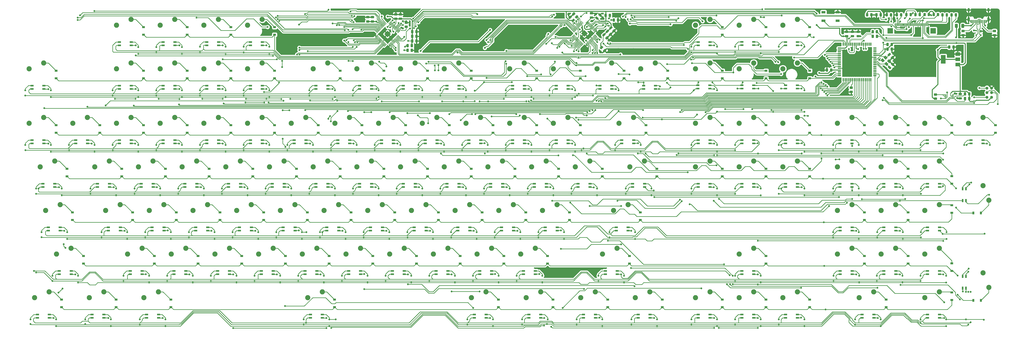
<source format=gbl>
G04 #@! TF.GenerationSoftware,KiCad,Pcbnew,(5.1.9)-1*
G04 #@! TF.CreationDate,2021-02-01T17:40:24-05:00*
G04 #@! TF.ProjectId,TooManyKeys,546f6f4d-616e-4794-9b65-79732e6b6963,rev?*
G04 #@! TF.SameCoordinates,Original*
G04 #@! TF.FileFunction,Copper,L2,Bot*
G04 #@! TF.FilePolarity,Positive*
%FSLAX46Y46*%
G04 Gerber Fmt 4.6, Leading zero omitted, Abs format (unit mm)*
G04 Created by KiCad (PCBNEW (5.1.9)-1) date 2021-02-01 17:40:24*
%MOMM*%
%LPD*%
G01*
G04 APERTURE LIST*
G04 #@! TA.AperFunction,ComponentPad*
%ADD10C,2.250000*%
G04 #@! TD*
G04 #@! TA.AperFunction,SMDPad,CuDef*
%ADD11C,0.100000*%
G04 #@! TD*
G04 #@! TA.AperFunction,SMDPad,CuDef*
%ADD12R,1.400000X0.800000*%
G04 #@! TD*
G04 #@! TA.AperFunction,SMDPad,CuDef*
%ADD13R,0.800000X1.400000*%
G04 #@! TD*
G04 #@! TA.AperFunction,SMDPad,CuDef*
%ADD14R,2.400000X2.400000*%
G04 #@! TD*
G04 #@! TA.AperFunction,SMDPad,CuDef*
%ADD15R,0.300000X1.200000*%
G04 #@! TD*
G04 #@! TA.AperFunction,ComponentPad*
%ADD16C,1.300000*%
G04 #@! TD*
G04 #@! TA.AperFunction,SMDPad,CuDef*
%ADD17R,1.800000X1.100000*%
G04 #@! TD*
G04 #@! TA.AperFunction,SMDPad,CuDef*
%ADD18R,0.600000X1.450000*%
G04 #@! TD*
G04 #@! TA.AperFunction,SMDPad,CuDef*
%ADD19R,0.300000X1.450000*%
G04 #@! TD*
G04 #@! TA.AperFunction,ComponentPad*
%ADD20O,1.000000X2.100000*%
G04 #@! TD*
G04 #@! TA.AperFunction,ComponentPad*
%ADD21O,1.000000X1.600000*%
G04 #@! TD*
G04 #@! TA.AperFunction,SMDPad,CuDef*
%ADD22R,2.000000X1.500000*%
G04 #@! TD*
G04 #@! TA.AperFunction,SMDPad,CuDef*
%ADD23R,2.000000X3.800000*%
G04 #@! TD*
G04 #@! TA.AperFunction,SMDPad,CuDef*
%ADD24R,0.850000X0.300000*%
G04 #@! TD*
G04 #@! TA.AperFunction,SMDPad,CuDef*
%ADD25R,1.475000X0.600000*%
G04 #@! TD*
G04 #@! TA.AperFunction,SMDPad,CuDef*
%ADD26R,0.600000X1.475000*%
G04 #@! TD*
G04 #@! TA.AperFunction,SMDPad,CuDef*
%ADD27R,0.700000X1.000000*%
G04 #@! TD*
G04 #@! TA.AperFunction,SMDPad,CuDef*
%ADD28R,0.700000X0.600000*%
G04 #@! TD*
G04 #@! TA.AperFunction,SMDPad,CuDef*
%ADD29R,1.200000X0.900000*%
G04 #@! TD*
G04 #@! TA.AperFunction,SMDPad,CuDef*
%ADD30R,0.900000X1.200000*%
G04 #@! TD*
G04 #@! TA.AperFunction,ViaPad*
%ADD31C,0.800000*%
G04 #@! TD*
G04 #@! TA.AperFunction,Conductor*
%ADD32C,0.254000*%
G04 #@! TD*
G04 #@! TA.AperFunction,Conductor*
%ADD33C,0.381000*%
G04 #@! TD*
G04 #@! TA.AperFunction,Conductor*
%ADD34C,0.200000*%
G04 #@! TD*
G04 #@! TA.AperFunction,Conductor*
%ADD35C,0.100000*%
G04 #@! TD*
G04 APERTURE END LIST*
D10*
G04 #@! TO.P,MX_ENT1,2*
G04 #@! TO.N,Net-(D78-Pad2)*
X433546000Y-334645000D03*
G04 #@! TO.P,MX_ENT1,1*
G04 #@! TO.N,COL13*
X427196000Y-337185000D03*
G04 #@! TD*
G04 #@! TO.P,MX_F10,1*
G04 #@! TO.N,COL12*
X400987260Y-275269960D03*
G04 #@! TO.P,MX_F10,2*
G04 #@! TO.N,Net-(D18-Pad2)*
X407337260Y-272729960D03*
G04 #@! TD*
G04 #@! TA.AperFunction,SMDPad,CuDef*
D11*
G04 #@! TO.P,MASTER_U1,49*
G04 #@! TO.N,GND*
G36*
X328676000Y-261510214D02*
G01*
X327261786Y-260096000D01*
X328676000Y-258681786D01*
X330090214Y-260096000D01*
X328676000Y-261510214D01*
G37*
G04 #@! TD.AperFunction*
G04 #@! TA.AperFunction,SMDPad,CuDef*
G04 #@! TO.P,MASTER_U1,48*
G36*
X330143600Y-265664819D02*
G01*
X329100618Y-264621837D01*
X329312750Y-264409705D01*
X330355732Y-265452687D01*
X330143600Y-265664819D01*
G37*
G04 #@! TD.AperFunction*
G04 #@! TA.AperFunction,SMDPad,CuDef*
G04 #@! TO.P,MASTER_U1,47*
G04 #@! TO.N,Net-(MASTER_U1-Pad47)*
G36*
X330497153Y-265311266D02*
G01*
X329454171Y-264268284D01*
X329666303Y-264056152D01*
X330709285Y-265099134D01*
X330497153Y-265311266D01*
G37*
G04 #@! TD.AperFunction*
G04 #@! TA.AperFunction,SMDPad,CuDef*
G04 #@! TO.P,MASTER_U1,46*
G04 #@! TO.N,Net-(MASTER_U1-Pad46)*
G36*
X330850707Y-264957712D02*
G01*
X329807725Y-263914730D01*
X330019857Y-263702598D01*
X331062839Y-264745580D01*
X330850707Y-264957712D01*
G37*
G04 #@! TD.AperFunction*
G04 #@! TA.AperFunction,SMDPad,CuDef*
G04 #@! TO.P,MASTER_U1,45*
G04 #@! TO.N,Net-(MASTER_U1-Pad45)*
G36*
X331204260Y-264604159D02*
G01*
X330161278Y-263561177D01*
X330373410Y-263349045D01*
X331416392Y-264392027D01*
X331204260Y-264604159D01*
G37*
G04 #@! TD.AperFunction*
G04 #@! TA.AperFunction,SMDPad,CuDef*
G04 #@! TO.P,MASTER_U1,44*
G04 #@! TO.N,GND*
G36*
X331557813Y-264250606D02*
G01*
X330514831Y-263207624D01*
X330726963Y-262995492D01*
X331769945Y-264038474D01*
X331557813Y-264250606D01*
G37*
G04 #@! TD.AperFunction*
G04 #@! TA.AperFunction,SMDPad,CuDef*
G04 #@! TO.P,MASTER_U1,43*
G36*
X331911367Y-263897052D02*
G01*
X330868385Y-262854070D01*
X331080517Y-262641938D01*
X332123499Y-263684920D01*
X331911367Y-263897052D01*
G37*
G04 #@! TD.AperFunction*
G04 #@! TA.AperFunction,SMDPad,CuDef*
G04 #@! TO.P,MASTER_U1,42*
G04 #@! TO.N,SCL_3.3*
G36*
X332264920Y-263543499D02*
G01*
X331221938Y-262500517D01*
X331434070Y-262288385D01*
X332477052Y-263331367D01*
X332264920Y-263543499D01*
G37*
G04 #@! TD.AperFunction*
G04 #@! TA.AperFunction,SMDPad,CuDef*
G04 #@! TO.P,MASTER_U1,41*
G04 #@! TO.N,SDA_3.3*
G36*
X332618474Y-263189945D02*
G01*
X331575492Y-262146963D01*
X331787624Y-261934831D01*
X332830606Y-262977813D01*
X332618474Y-263189945D01*
G37*
G04 #@! TD.AperFunction*
G04 #@! TA.AperFunction,SMDPad,CuDef*
G04 #@! TO.P,MASTER_U1,40*
G04 #@! TO.N,SYNC*
G36*
X332972027Y-262836392D02*
G01*
X331929045Y-261793410D01*
X332141177Y-261581278D01*
X333184159Y-262624260D01*
X332972027Y-262836392D01*
G37*
G04 #@! TD.AperFunction*
G04 #@! TA.AperFunction,SMDPad,CuDef*
G04 #@! TO.P,MASTER_U1,39*
G04 #@! TO.N,+5V*
G36*
X333325580Y-262482839D02*
G01*
X332282598Y-261439857D01*
X332494730Y-261227725D01*
X333537712Y-262270707D01*
X333325580Y-262482839D01*
G37*
G04 #@! TD.AperFunction*
G04 #@! TA.AperFunction,SMDPad,CuDef*
G04 #@! TO.P,MASTER_U1,38*
G36*
X333679134Y-262129285D02*
G01*
X332636152Y-261086303D01*
X332848284Y-260874171D01*
X333891266Y-261917153D01*
X333679134Y-262129285D01*
G37*
G04 #@! TD.AperFunction*
G04 #@! TA.AperFunction,SMDPad,CuDef*
G04 #@! TO.P,MASTER_U1,37*
G36*
X334032687Y-261775732D02*
G01*
X332989705Y-260732750D01*
X333201837Y-260520618D01*
X334244819Y-261563600D01*
X334032687Y-261775732D01*
G37*
G04 #@! TD.AperFunction*
G04 #@! TA.AperFunction,SMDPad,CuDef*
G04 #@! TO.P,MASTER_U1,36*
G04 #@! TO.N,Net-(MASTER_U1-Pad36)*
G36*
X332989705Y-259459250D02*
G01*
X334032687Y-258416268D01*
X334244819Y-258628400D01*
X333201837Y-259671382D01*
X332989705Y-259459250D01*
G37*
G04 #@! TD.AperFunction*
G04 #@! TA.AperFunction,SMDPad,CuDef*
G04 #@! TO.P,MASTER_U1,35*
G04 #@! TO.N,Net-(MASTER_U1-Pad35)*
G36*
X332636152Y-259105697D02*
G01*
X333679134Y-258062715D01*
X333891266Y-258274847D01*
X332848284Y-259317829D01*
X332636152Y-259105697D01*
G37*
G04 #@! TD.AperFunction*
G04 #@! TA.AperFunction,SMDPad,CuDef*
G04 #@! TO.P,MASTER_U1,34*
G04 #@! TO.N,GND*
G36*
X332282598Y-258752143D02*
G01*
X333325580Y-257709161D01*
X333537712Y-257921293D01*
X332494730Y-258964275D01*
X332282598Y-258752143D01*
G37*
G04 #@! TD.AperFunction*
G04 #@! TA.AperFunction,SMDPad,CuDef*
G04 #@! TO.P,MASTER_U1,33*
G04 #@! TO.N,CS16*
G36*
X331929045Y-258398590D02*
G01*
X332972027Y-257355608D01*
X333184159Y-257567740D01*
X332141177Y-258610722D01*
X331929045Y-258398590D01*
G37*
G04 #@! TD.AperFunction*
G04 #@! TA.AperFunction,SMDPad,CuDef*
G04 #@! TO.P,MASTER_U1,32*
G04 #@! TO.N,CS15*
G36*
X331575492Y-258045037D02*
G01*
X332618474Y-257002055D01*
X332830606Y-257214187D01*
X331787624Y-258257169D01*
X331575492Y-258045037D01*
G37*
G04 #@! TD.AperFunction*
G04 #@! TA.AperFunction,SMDPad,CuDef*
G04 #@! TO.P,MASTER_U1,31*
G04 #@! TO.N,CS14*
G36*
X331221938Y-257691483D02*
G01*
X332264920Y-256648501D01*
X332477052Y-256860633D01*
X331434070Y-257903615D01*
X331221938Y-257691483D01*
G37*
G04 #@! TD.AperFunction*
G04 #@! TA.AperFunction,SMDPad,CuDef*
G04 #@! TO.P,MASTER_U1,30*
G04 #@! TO.N,CS13*
G36*
X330868385Y-257337930D02*
G01*
X331911367Y-256294948D01*
X332123499Y-256507080D01*
X331080517Y-257550062D01*
X330868385Y-257337930D01*
G37*
G04 #@! TD.AperFunction*
G04 #@! TA.AperFunction,SMDPad,CuDef*
G04 #@! TO.P,MASTER_U1,29*
G04 #@! TO.N,+5V*
G36*
X330514831Y-256984376D02*
G01*
X331557813Y-255941394D01*
X331769945Y-256153526D01*
X330726963Y-257196508D01*
X330514831Y-256984376D01*
G37*
G04 #@! TD.AperFunction*
G04 #@! TA.AperFunction,SMDPad,CuDef*
G04 #@! TO.P,MASTER_U1,28*
G04 #@! TO.N,CS12*
G36*
X330161278Y-256630823D02*
G01*
X331204260Y-255587841D01*
X331416392Y-255799973D01*
X330373410Y-256842955D01*
X330161278Y-256630823D01*
G37*
G04 #@! TD.AperFunction*
G04 #@! TA.AperFunction,SMDPad,CuDef*
G04 #@! TO.P,MASTER_U1,27*
G04 #@! TO.N,CS11*
G36*
X329807725Y-256277270D02*
G01*
X330850707Y-255234288D01*
X331062839Y-255446420D01*
X330019857Y-256489402D01*
X329807725Y-256277270D01*
G37*
G04 #@! TD.AperFunction*
G04 #@! TA.AperFunction,SMDPad,CuDef*
G04 #@! TO.P,MASTER_U1,26*
G04 #@! TO.N,CS10*
G36*
X329454171Y-255923716D02*
G01*
X330497153Y-254880734D01*
X330709285Y-255092866D01*
X329666303Y-256135848D01*
X329454171Y-255923716D01*
G37*
G04 #@! TD.AperFunction*
G04 #@! TA.AperFunction,SMDPad,CuDef*
G04 #@! TO.P,MASTER_U1,25*
G04 #@! TO.N,CS9*
G36*
X329100618Y-255570163D02*
G01*
X330143600Y-254527181D01*
X330355732Y-254739313D01*
X329312750Y-255782295D01*
X329100618Y-255570163D01*
G37*
G04 #@! TD.AperFunction*
G04 #@! TA.AperFunction,SMDPad,CuDef*
G04 #@! TO.P,MASTER_U1,24*
G04 #@! TO.N,CS8*
G36*
X328039250Y-255782295D02*
G01*
X326996268Y-254739313D01*
X327208400Y-254527181D01*
X328251382Y-255570163D01*
X328039250Y-255782295D01*
G37*
G04 #@! TD.AperFunction*
G04 #@! TA.AperFunction,SMDPad,CuDef*
G04 #@! TO.P,MASTER_U1,23*
G04 #@! TO.N,CS7*
G36*
X327685697Y-256135848D02*
G01*
X326642715Y-255092866D01*
X326854847Y-254880734D01*
X327897829Y-255923716D01*
X327685697Y-256135848D01*
G37*
G04 #@! TD.AperFunction*
G04 #@! TA.AperFunction,SMDPad,CuDef*
G04 #@! TO.P,MASTER_U1,22*
G04 #@! TO.N,CS6*
G36*
X327332143Y-256489402D02*
G01*
X326289161Y-255446420D01*
X326501293Y-255234288D01*
X327544275Y-256277270D01*
X327332143Y-256489402D01*
G37*
G04 #@! TD.AperFunction*
G04 #@! TA.AperFunction,SMDPad,CuDef*
G04 #@! TO.P,MASTER_U1,21*
G04 #@! TO.N,CS5*
G36*
X326978590Y-256842955D02*
G01*
X325935608Y-255799973D01*
X326147740Y-255587841D01*
X327190722Y-256630823D01*
X326978590Y-256842955D01*
G37*
G04 #@! TD.AperFunction*
G04 #@! TA.AperFunction,SMDPad,CuDef*
G04 #@! TO.P,MASTER_U1,20*
G04 #@! TO.N,+5V*
G36*
X326625037Y-257196508D02*
G01*
X325582055Y-256153526D01*
X325794187Y-255941394D01*
X326837169Y-256984376D01*
X326625037Y-257196508D01*
G37*
G04 #@! TD.AperFunction*
G04 #@! TA.AperFunction,SMDPad,CuDef*
G04 #@! TO.P,MASTER_U1,19*
G04 #@! TO.N,CS4*
G36*
X326271483Y-257550062D02*
G01*
X325228501Y-256507080D01*
X325440633Y-256294948D01*
X326483615Y-257337930D01*
X326271483Y-257550062D01*
G37*
G04 #@! TD.AperFunction*
G04 #@! TA.AperFunction,SMDPad,CuDef*
G04 #@! TO.P,MASTER_U1,18*
G04 #@! TO.N,CS3*
G36*
X325917930Y-257903615D02*
G01*
X324874948Y-256860633D01*
X325087080Y-256648501D01*
X326130062Y-257691483D01*
X325917930Y-257903615D01*
G37*
G04 #@! TD.AperFunction*
G04 #@! TA.AperFunction,SMDPad,CuDef*
G04 #@! TO.P,MASTER_U1,17*
G04 #@! TO.N,CS2*
G36*
X325564376Y-258257169D02*
G01*
X324521394Y-257214187D01*
X324733526Y-257002055D01*
X325776508Y-258045037D01*
X325564376Y-258257169D01*
G37*
G04 #@! TD.AperFunction*
G04 #@! TA.AperFunction,SMDPad,CuDef*
G04 #@! TO.P,MASTER_U1,16*
G04 #@! TO.N,CS1*
G36*
X325210823Y-258610722D02*
G01*
X324167841Y-257567740D01*
X324379973Y-257355608D01*
X325422955Y-258398590D01*
X325210823Y-258610722D01*
G37*
G04 #@! TD.AperFunction*
G04 #@! TA.AperFunction,SMDPad,CuDef*
G04 #@! TO.P,MASTER_U1,15*
G04 #@! TO.N,SW12*
G36*
X324857270Y-258964275D02*
G01*
X323814288Y-257921293D01*
X324026420Y-257709161D01*
X325069402Y-258752143D01*
X324857270Y-258964275D01*
G37*
G04 #@! TD.AperFunction*
G04 #@! TA.AperFunction,SMDPad,CuDef*
G04 #@! TO.P,MASTER_U1,14*
G04 #@! TO.N,SW11*
G36*
X324503716Y-259317829D02*
G01*
X323460734Y-258274847D01*
X323672866Y-258062715D01*
X324715848Y-259105697D01*
X324503716Y-259317829D01*
G37*
G04 #@! TD.AperFunction*
G04 #@! TA.AperFunction,SMDPad,CuDef*
G04 #@! TO.P,MASTER_U1,13*
G04 #@! TO.N,SW10*
G36*
X324150163Y-259671382D02*
G01*
X323107181Y-258628400D01*
X323319313Y-258416268D01*
X324362295Y-259459250D01*
X324150163Y-259671382D01*
G37*
G04 #@! TD.AperFunction*
G04 #@! TA.AperFunction,SMDPad,CuDef*
G04 #@! TO.P,MASTER_U1,12*
G04 #@! TO.N,GND*
G36*
X323107181Y-261563600D02*
G01*
X324150163Y-260520618D01*
X324362295Y-260732750D01*
X323319313Y-261775732D01*
X323107181Y-261563600D01*
G37*
G04 #@! TD.AperFunction*
G04 #@! TA.AperFunction,SMDPad,CuDef*
G04 #@! TO.P,MASTER_U1,11*
G04 #@! TO.N,SW9*
G36*
X323460734Y-261917153D02*
G01*
X324503716Y-260874171D01*
X324715848Y-261086303D01*
X323672866Y-262129285D01*
X323460734Y-261917153D01*
G37*
G04 #@! TD.AperFunction*
G04 #@! TA.AperFunction,SMDPad,CuDef*
G04 #@! TO.P,MASTER_U1,10*
G04 #@! TO.N,SW8*
G36*
X323814288Y-262270707D02*
G01*
X324857270Y-261227725D01*
X325069402Y-261439857D01*
X324026420Y-262482839D01*
X323814288Y-262270707D01*
G37*
G04 #@! TD.AperFunction*
G04 #@! TA.AperFunction,SMDPad,CuDef*
G04 #@! TO.P,MASTER_U1,9*
G04 #@! TO.N,SW7*
G36*
X324167841Y-262624260D02*
G01*
X325210823Y-261581278D01*
X325422955Y-261793410D01*
X324379973Y-262836392D01*
X324167841Y-262624260D01*
G37*
G04 #@! TD.AperFunction*
G04 #@! TA.AperFunction,SMDPad,CuDef*
G04 #@! TO.P,MASTER_U1,8*
G04 #@! TO.N,SW6*
G36*
X324521394Y-262977813D02*
G01*
X325564376Y-261934831D01*
X325776508Y-262146963D01*
X324733526Y-263189945D01*
X324521394Y-262977813D01*
G37*
G04 #@! TD.AperFunction*
G04 #@! TA.AperFunction,SMDPad,CuDef*
G04 #@! TO.P,MASTER_U1,7*
G04 #@! TO.N,SW5*
G36*
X324874948Y-263331367D02*
G01*
X325917930Y-262288385D01*
X326130062Y-262500517D01*
X325087080Y-263543499D01*
X324874948Y-263331367D01*
G37*
G04 #@! TD.AperFunction*
G04 #@! TA.AperFunction,SMDPad,CuDef*
G04 #@! TO.P,MASTER_U1,6*
G04 #@! TO.N,SW4*
G36*
X325228501Y-263684920D02*
G01*
X326271483Y-262641938D01*
X326483615Y-262854070D01*
X325440633Y-263897052D01*
X325228501Y-263684920D01*
G37*
G04 #@! TD.AperFunction*
G04 #@! TA.AperFunction,SMDPad,CuDef*
G04 #@! TO.P,MASTER_U1,5*
G04 #@! TO.N,GND*
G36*
X325582055Y-264038474D02*
G01*
X326625037Y-262995492D01*
X326837169Y-263207624D01*
X325794187Y-264250606D01*
X325582055Y-264038474D01*
G37*
G04 #@! TD.AperFunction*
G04 #@! TA.AperFunction,SMDPad,CuDef*
G04 #@! TO.P,MASTER_U1,4*
G04 #@! TO.N,SW3*
G36*
X325935608Y-264392027D02*
G01*
X326978590Y-263349045D01*
X327190722Y-263561177D01*
X326147740Y-264604159D01*
X325935608Y-264392027D01*
G37*
G04 #@! TD.AperFunction*
G04 #@! TA.AperFunction,SMDPad,CuDef*
G04 #@! TO.P,MASTER_U1,3*
G04 #@! TO.N,SW2*
G36*
X326289161Y-264745580D02*
G01*
X327332143Y-263702598D01*
X327544275Y-263914730D01*
X326501293Y-264957712D01*
X326289161Y-264745580D01*
G37*
G04 #@! TD.AperFunction*
G04 #@! TA.AperFunction,SMDPad,CuDef*
G04 #@! TO.P,MASTER_U1,2*
G04 #@! TO.N,SW1*
G36*
X326642715Y-265099134D02*
G01*
X327685697Y-264056152D01*
X327897829Y-264268284D01*
X326854847Y-265311266D01*
X326642715Y-265099134D01*
G37*
G04 #@! TD.AperFunction*
G04 #@! TA.AperFunction,SMDPad,CuDef*
G04 #@! TO.P,MASTER_U1,1*
G04 #@! TO.N,Net-(MASTER_U1-Pad1)*
G36*
X326996268Y-265452687D02*
G01*
X328039250Y-264409705D01*
X328251382Y-264621837D01*
X327208400Y-265664819D01*
X326996268Y-265452687D01*
G37*
G04 #@! TD.AperFunction*
G04 #@! TD*
D10*
G04 #@! TO.P,MX_9,2*
G04 #@! TO.N,Net-(D33-Pad2)*
X350202000Y-296545000D03*
G04 #@! TO.P,MX_9,1*
G04 #@! TO.N,COL09*
X343852000Y-299085000D03*
G04 #@! TD*
G04 #@! TO.P,MX_F12,2*
G04 #@! TO.N,Net-(D20-Pad2)*
X445452000Y-272732000D03*
G04 #@! TO.P,MX_F12,1*
G04 #@! TO.N,COL14*
X439102000Y-275272000D03*
G04 #@! TD*
G04 #@! TO.P,MX_5,2*
G04 #@! TO.N,Net-(D29-Pad2)*
X274002000Y-296545000D03*
G04 #@! TO.P,MX_5,1*
G04 #@! TO.N,COL05*
X267652000Y-299085000D03*
G04 #@! TD*
D12*
G04 #@! TO.P,LED72,1*
G04 #@! TO.N,SW9*
X345500000Y-344556000D03*
G04 #@! TO.P,LED72,3*
G04 #@! TO.N,SW8*
X340300000Y-344556000D03*
G04 #@! TO.P,LED72,2*
G04 #@! TO.N,SW7*
X340300000Y-346006000D03*
G04 #@! TO.P,LED72,4*
G04 #@! TO.N,CS9*
X345500000Y-346006000D03*
G04 #@! TD*
D10*
G04 #@! TO.P,MX_GRV1,2*
G04 #@! TO.N,Net-(D24-Pad2)*
X178752000Y-296545000D03*
G04 #@! TO.P,MX_GRV1,1*
G04 #@! TO.N,COL00*
X172402000Y-299085000D03*
G04 #@! TD*
G04 #@! TO.P,MX_PREV1,2*
G04 #@! TO.N,Net-(D3-Pad2)*
X254952000Y-253682000D03*
G04 #@! TO.P,MX_PREV1,1*
G04 #@! TO.N,COL04*
X248602000Y-256222000D03*
G04 #@! TD*
G04 #@! TO.P,MX_PLAY1,2*
G04 #@! TO.N,Net-(D1-Pad2)*
X216852000Y-253682000D03*
G04 #@! TO.P,MX_PLAY1,1*
G04 #@! TO.N,COL02*
X210502000Y-256222000D03*
G04 #@! TD*
G04 #@! TO.P,MX_NEXT1,2*
G04 #@! TO.N,Net-(D4-Pad2)*
X274002000Y-253682000D03*
G04 #@! TO.P,MX_NEXT1,1*
G04 #@! TO.N,COL05*
X267652000Y-256222000D03*
G04 #@! TD*
G04 #@! TA.AperFunction,SMDPad,CuDef*
D11*
G04 #@! TO.P,SLAVE_U1,49*
G04 #@! TO.N,GND*
G36*
X415942214Y-259842000D02*
G01*
X414528000Y-261256214D01*
X413113786Y-259842000D01*
X414528000Y-258427786D01*
X415942214Y-259842000D01*
G37*
G04 #@! TD.AperFunction*
G04 #@! TA.AperFunction,SMDPad,CuDef*
G04 #@! TO.P,SLAVE_U1,48*
G36*
X420096819Y-258374400D02*
G01*
X419053837Y-259417382D01*
X418841705Y-259205250D01*
X419884687Y-258162268D01*
X420096819Y-258374400D01*
G37*
G04 #@! TD.AperFunction*
G04 #@! TA.AperFunction,SMDPad,CuDef*
G04 #@! TO.P,SLAVE_U1,47*
G04 #@! TO.N,Net-(R14-Pad1)*
G36*
X419743266Y-258020847D02*
G01*
X418700284Y-259063829D01*
X418488152Y-258851697D01*
X419531134Y-257808715D01*
X419743266Y-258020847D01*
G37*
G04 #@! TD.AperFunction*
G04 #@! TA.AperFunction,SMDPad,CuDef*
G04 #@! TO.P,SLAVE_U1,46*
G04 #@! TO.N,Net-(R13-Pad1)*
G36*
X419389712Y-257667293D02*
G01*
X418346730Y-258710275D01*
X418134598Y-258498143D01*
X419177580Y-257455161D01*
X419389712Y-257667293D01*
G37*
G04 #@! TD.AperFunction*
G04 #@! TA.AperFunction,SMDPad,CuDef*
G04 #@! TO.P,SLAVE_U1,45*
G04 #@! TO.N,Net-(SLAVE_U1-Pad45)*
G36*
X419036159Y-257313740D02*
G01*
X417993177Y-258356722D01*
X417781045Y-258144590D01*
X418824027Y-257101608D01*
X419036159Y-257313740D01*
G37*
G04 #@! TD.AperFunction*
G04 #@! TA.AperFunction,SMDPad,CuDef*
G04 #@! TO.P,SLAVE_U1,44*
G04 #@! TO.N,GND*
G36*
X418682606Y-256960187D02*
G01*
X417639624Y-258003169D01*
X417427492Y-257791037D01*
X418470474Y-256748055D01*
X418682606Y-256960187D01*
G37*
G04 #@! TD.AperFunction*
G04 #@! TA.AperFunction,SMDPad,CuDef*
G04 #@! TO.P,SLAVE_U1,43*
G04 #@! TO.N,+5V*
G36*
X418329052Y-256606633D02*
G01*
X417286070Y-257649615D01*
X417073938Y-257437483D01*
X418116920Y-256394501D01*
X418329052Y-256606633D01*
G37*
G04 #@! TD.AperFunction*
G04 #@! TA.AperFunction,SMDPad,CuDef*
G04 #@! TO.P,SLAVE_U1,42*
G04 #@! TO.N,SCL_3.3*
G36*
X417975499Y-256253080D02*
G01*
X416932517Y-257296062D01*
X416720385Y-257083930D01*
X417763367Y-256040948D01*
X417975499Y-256253080D01*
G37*
G04 #@! TD.AperFunction*
G04 #@! TA.AperFunction,SMDPad,CuDef*
G04 #@! TO.P,SLAVE_U1,41*
G04 #@! TO.N,SDA_3.3*
G36*
X417621945Y-255899526D02*
G01*
X416578963Y-256942508D01*
X416366831Y-256730376D01*
X417409813Y-255687394D01*
X417621945Y-255899526D01*
G37*
G04 #@! TD.AperFunction*
G04 #@! TA.AperFunction,SMDPad,CuDef*
G04 #@! TO.P,SLAVE_U1,40*
G04 #@! TO.N,SYNC*
G36*
X417268392Y-255545973D02*
G01*
X416225410Y-256588955D01*
X416013278Y-256376823D01*
X417056260Y-255333841D01*
X417268392Y-255545973D01*
G37*
G04 #@! TD.AperFunction*
G04 #@! TA.AperFunction,SMDPad,CuDef*
G04 #@! TO.P,SLAVE_U1,39*
G04 #@! TO.N,+5V*
G36*
X416914839Y-255192420D02*
G01*
X415871857Y-256235402D01*
X415659725Y-256023270D01*
X416702707Y-254980288D01*
X416914839Y-255192420D01*
G37*
G04 #@! TD.AperFunction*
G04 #@! TA.AperFunction,SMDPad,CuDef*
G04 #@! TO.P,SLAVE_U1,38*
G36*
X416561285Y-254838866D02*
G01*
X415518303Y-255881848D01*
X415306171Y-255669716D01*
X416349153Y-254626734D01*
X416561285Y-254838866D01*
G37*
G04 #@! TD.AperFunction*
G04 #@! TA.AperFunction,SMDPad,CuDef*
G04 #@! TO.P,SLAVE_U1,37*
G36*
X416207732Y-254485313D02*
G01*
X415164750Y-255528295D01*
X414952618Y-255316163D01*
X415995600Y-254273181D01*
X416207732Y-254485313D01*
G37*
G04 #@! TD.AperFunction*
G04 #@! TA.AperFunction,SMDPad,CuDef*
G04 #@! TO.P,SLAVE_U1,36*
G04 #@! TO.N,Net-(SLAVE_U1-Pad36)*
G36*
X413891250Y-255528295D02*
G01*
X412848268Y-254485313D01*
X413060400Y-254273181D01*
X414103382Y-255316163D01*
X413891250Y-255528295D01*
G37*
G04 #@! TD.AperFunction*
G04 #@! TA.AperFunction,SMDPad,CuDef*
G04 #@! TO.P,SLAVE_U1,35*
G04 #@! TO.N,Net-(R15-Pad1)*
G36*
X413537697Y-255881848D02*
G01*
X412494715Y-254838866D01*
X412706847Y-254626734D01*
X413749829Y-255669716D01*
X413537697Y-255881848D01*
G37*
G04 #@! TD.AperFunction*
G04 #@! TA.AperFunction,SMDPad,CuDef*
G04 #@! TO.P,SLAVE_U1,34*
G04 #@! TO.N,GND*
G36*
X413184143Y-256235402D02*
G01*
X412141161Y-255192420D01*
X412353293Y-254980288D01*
X413396275Y-256023270D01*
X413184143Y-256235402D01*
G37*
G04 #@! TD.AperFunction*
G04 #@! TA.AperFunction,SMDPad,CuDef*
G04 #@! TO.P,SLAVE_U1,33*
G04 #@! TO.N,CS32*
G36*
X412830590Y-256588955D02*
G01*
X411787608Y-255545973D01*
X411999740Y-255333841D01*
X413042722Y-256376823D01*
X412830590Y-256588955D01*
G37*
G04 #@! TD.AperFunction*
G04 #@! TA.AperFunction,SMDPad,CuDef*
G04 #@! TO.P,SLAVE_U1,32*
G04 #@! TO.N,CS31*
G36*
X412477037Y-256942508D02*
G01*
X411434055Y-255899526D01*
X411646187Y-255687394D01*
X412689169Y-256730376D01*
X412477037Y-256942508D01*
G37*
G04 #@! TD.AperFunction*
G04 #@! TA.AperFunction,SMDPad,CuDef*
G04 #@! TO.P,SLAVE_U1,31*
G04 #@! TO.N,CS30*
G36*
X412123483Y-257296062D02*
G01*
X411080501Y-256253080D01*
X411292633Y-256040948D01*
X412335615Y-257083930D01*
X412123483Y-257296062D01*
G37*
G04 #@! TD.AperFunction*
G04 #@! TA.AperFunction,SMDPad,CuDef*
G04 #@! TO.P,SLAVE_U1,30*
G04 #@! TO.N,CS29*
G36*
X411769930Y-257649615D02*
G01*
X410726948Y-256606633D01*
X410939080Y-256394501D01*
X411982062Y-257437483D01*
X411769930Y-257649615D01*
G37*
G04 #@! TD.AperFunction*
G04 #@! TA.AperFunction,SMDPad,CuDef*
G04 #@! TO.P,SLAVE_U1,29*
G04 #@! TO.N,+5V*
G36*
X411416376Y-258003169D02*
G01*
X410373394Y-256960187D01*
X410585526Y-256748055D01*
X411628508Y-257791037D01*
X411416376Y-258003169D01*
G37*
G04 #@! TD.AperFunction*
G04 #@! TA.AperFunction,SMDPad,CuDef*
G04 #@! TO.P,SLAVE_U1,28*
G04 #@! TO.N,CS28*
G36*
X411062823Y-258356722D02*
G01*
X410019841Y-257313740D01*
X410231973Y-257101608D01*
X411274955Y-258144590D01*
X411062823Y-258356722D01*
G37*
G04 #@! TD.AperFunction*
G04 #@! TA.AperFunction,SMDPad,CuDef*
G04 #@! TO.P,SLAVE_U1,27*
G04 #@! TO.N,CS27*
G36*
X410709270Y-258710275D02*
G01*
X409666288Y-257667293D01*
X409878420Y-257455161D01*
X410921402Y-258498143D01*
X410709270Y-258710275D01*
G37*
G04 #@! TD.AperFunction*
G04 #@! TA.AperFunction,SMDPad,CuDef*
G04 #@! TO.P,SLAVE_U1,26*
G04 #@! TO.N,CS26*
G36*
X410355716Y-259063829D02*
G01*
X409312734Y-258020847D01*
X409524866Y-257808715D01*
X410567848Y-258851697D01*
X410355716Y-259063829D01*
G37*
G04 #@! TD.AperFunction*
G04 #@! TA.AperFunction,SMDPad,CuDef*
G04 #@! TO.P,SLAVE_U1,25*
G04 #@! TO.N,CS25*
G36*
X410002163Y-259417382D02*
G01*
X408959181Y-258374400D01*
X409171313Y-258162268D01*
X410214295Y-259205250D01*
X410002163Y-259417382D01*
G37*
G04 #@! TD.AperFunction*
G04 #@! TA.AperFunction,SMDPad,CuDef*
G04 #@! TO.P,SLAVE_U1,24*
G04 #@! TO.N,CS24*
G36*
X410214295Y-260478750D02*
G01*
X409171313Y-261521732D01*
X408959181Y-261309600D01*
X410002163Y-260266618D01*
X410214295Y-260478750D01*
G37*
G04 #@! TD.AperFunction*
G04 #@! TA.AperFunction,SMDPad,CuDef*
G04 #@! TO.P,SLAVE_U1,23*
G04 #@! TO.N,CS23*
G36*
X410567848Y-260832303D02*
G01*
X409524866Y-261875285D01*
X409312734Y-261663153D01*
X410355716Y-260620171D01*
X410567848Y-260832303D01*
G37*
G04 #@! TD.AperFunction*
G04 #@! TA.AperFunction,SMDPad,CuDef*
G04 #@! TO.P,SLAVE_U1,22*
G04 #@! TO.N,CS22*
G36*
X410921402Y-261185857D02*
G01*
X409878420Y-262228839D01*
X409666288Y-262016707D01*
X410709270Y-260973725D01*
X410921402Y-261185857D01*
G37*
G04 #@! TD.AperFunction*
G04 #@! TA.AperFunction,SMDPad,CuDef*
G04 #@! TO.P,SLAVE_U1,21*
G04 #@! TO.N,CS21*
G36*
X411274955Y-261539410D02*
G01*
X410231973Y-262582392D01*
X410019841Y-262370260D01*
X411062823Y-261327278D01*
X411274955Y-261539410D01*
G37*
G04 #@! TD.AperFunction*
G04 #@! TA.AperFunction,SMDPad,CuDef*
G04 #@! TO.P,SLAVE_U1,20*
G04 #@! TO.N,+5V*
G36*
X411628508Y-261892963D02*
G01*
X410585526Y-262935945D01*
X410373394Y-262723813D01*
X411416376Y-261680831D01*
X411628508Y-261892963D01*
G37*
G04 #@! TD.AperFunction*
G04 #@! TA.AperFunction,SMDPad,CuDef*
G04 #@! TO.P,SLAVE_U1,19*
G04 #@! TO.N,CS20*
G36*
X411982062Y-262246517D02*
G01*
X410939080Y-263289499D01*
X410726948Y-263077367D01*
X411769930Y-262034385D01*
X411982062Y-262246517D01*
G37*
G04 #@! TD.AperFunction*
G04 #@! TA.AperFunction,SMDPad,CuDef*
G04 #@! TO.P,SLAVE_U1,18*
G04 #@! TO.N,CS19*
G36*
X412335615Y-262600070D02*
G01*
X411292633Y-263643052D01*
X411080501Y-263430920D01*
X412123483Y-262387938D01*
X412335615Y-262600070D01*
G37*
G04 #@! TD.AperFunction*
G04 #@! TA.AperFunction,SMDPad,CuDef*
G04 #@! TO.P,SLAVE_U1,17*
G04 #@! TO.N,CS18*
G36*
X412689169Y-262953624D02*
G01*
X411646187Y-263996606D01*
X411434055Y-263784474D01*
X412477037Y-262741492D01*
X412689169Y-262953624D01*
G37*
G04 #@! TD.AperFunction*
G04 #@! TA.AperFunction,SMDPad,CuDef*
G04 #@! TO.P,SLAVE_U1,16*
G04 #@! TO.N,CS17*
G36*
X413042722Y-263307177D02*
G01*
X411999740Y-264350159D01*
X411787608Y-264138027D01*
X412830590Y-263095045D01*
X413042722Y-263307177D01*
G37*
G04 #@! TD.AperFunction*
G04 #@! TA.AperFunction,SMDPad,CuDef*
G04 #@! TO.P,SLAVE_U1,15*
G04 #@! TO.N,SW24*
G36*
X413396275Y-263660730D02*
G01*
X412353293Y-264703712D01*
X412141161Y-264491580D01*
X413184143Y-263448598D01*
X413396275Y-263660730D01*
G37*
G04 #@! TD.AperFunction*
G04 #@! TA.AperFunction,SMDPad,CuDef*
G04 #@! TO.P,SLAVE_U1,14*
G04 #@! TO.N,SW23*
G36*
X413749829Y-264014284D02*
G01*
X412706847Y-265057266D01*
X412494715Y-264845134D01*
X413537697Y-263802152D01*
X413749829Y-264014284D01*
G37*
G04 #@! TD.AperFunction*
G04 #@! TA.AperFunction,SMDPad,CuDef*
G04 #@! TO.P,SLAVE_U1,13*
G04 #@! TO.N,SW22*
G36*
X414103382Y-264367837D02*
G01*
X413060400Y-265410819D01*
X412848268Y-265198687D01*
X413891250Y-264155705D01*
X414103382Y-264367837D01*
G37*
G04 #@! TD.AperFunction*
G04 #@! TA.AperFunction,SMDPad,CuDef*
G04 #@! TO.P,SLAVE_U1,12*
G04 #@! TO.N,GND*
G36*
X415995600Y-265410819D02*
G01*
X414952618Y-264367837D01*
X415164750Y-264155705D01*
X416207732Y-265198687D01*
X415995600Y-265410819D01*
G37*
G04 #@! TD.AperFunction*
G04 #@! TA.AperFunction,SMDPad,CuDef*
G04 #@! TO.P,SLAVE_U1,11*
G04 #@! TO.N,SW21*
G36*
X416349153Y-265057266D02*
G01*
X415306171Y-264014284D01*
X415518303Y-263802152D01*
X416561285Y-264845134D01*
X416349153Y-265057266D01*
G37*
G04 #@! TD.AperFunction*
G04 #@! TA.AperFunction,SMDPad,CuDef*
G04 #@! TO.P,SLAVE_U1,10*
G04 #@! TO.N,SW20*
G36*
X416702707Y-264703712D02*
G01*
X415659725Y-263660730D01*
X415871857Y-263448598D01*
X416914839Y-264491580D01*
X416702707Y-264703712D01*
G37*
G04 #@! TD.AperFunction*
G04 #@! TA.AperFunction,SMDPad,CuDef*
G04 #@! TO.P,SLAVE_U1,9*
G04 #@! TO.N,SW19*
G36*
X417056260Y-264350159D02*
G01*
X416013278Y-263307177D01*
X416225410Y-263095045D01*
X417268392Y-264138027D01*
X417056260Y-264350159D01*
G37*
G04 #@! TD.AperFunction*
G04 #@! TA.AperFunction,SMDPad,CuDef*
G04 #@! TO.P,SLAVE_U1,8*
G04 #@! TO.N,SW18*
G36*
X417409813Y-263996606D02*
G01*
X416366831Y-262953624D01*
X416578963Y-262741492D01*
X417621945Y-263784474D01*
X417409813Y-263996606D01*
G37*
G04 #@! TD.AperFunction*
G04 #@! TA.AperFunction,SMDPad,CuDef*
G04 #@! TO.P,SLAVE_U1,7*
G04 #@! TO.N,SW17*
G36*
X417763367Y-263643052D02*
G01*
X416720385Y-262600070D01*
X416932517Y-262387938D01*
X417975499Y-263430920D01*
X417763367Y-263643052D01*
G37*
G04 #@! TD.AperFunction*
G04 #@! TA.AperFunction,SMDPad,CuDef*
G04 #@! TO.P,SLAVE_U1,6*
G04 #@! TO.N,SW16*
G36*
X418116920Y-263289499D02*
G01*
X417073938Y-262246517D01*
X417286070Y-262034385D01*
X418329052Y-263077367D01*
X418116920Y-263289499D01*
G37*
G04 #@! TD.AperFunction*
G04 #@! TA.AperFunction,SMDPad,CuDef*
G04 #@! TO.P,SLAVE_U1,5*
G04 #@! TO.N,GND*
G36*
X418470474Y-262935945D02*
G01*
X417427492Y-261892963D01*
X417639624Y-261680831D01*
X418682606Y-262723813D01*
X418470474Y-262935945D01*
G37*
G04 #@! TD.AperFunction*
G04 #@! TA.AperFunction,SMDPad,CuDef*
G04 #@! TO.P,SLAVE_U1,4*
G04 #@! TO.N,SW15*
G36*
X418824027Y-262582392D02*
G01*
X417781045Y-261539410D01*
X417993177Y-261327278D01*
X419036159Y-262370260D01*
X418824027Y-262582392D01*
G37*
G04 #@! TD.AperFunction*
G04 #@! TA.AperFunction,SMDPad,CuDef*
G04 #@! TO.P,SLAVE_U1,3*
G04 #@! TO.N,SW14*
G36*
X419177580Y-262228839D02*
G01*
X418134598Y-261185857D01*
X418346730Y-260973725D01*
X419389712Y-262016707D01*
X419177580Y-262228839D01*
G37*
G04 #@! TD.AperFunction*
G04 #@! TA.AperFunction,SMDPad,CuDef*
G04 #@! TO.P,SLAVE_U1,2*
G04 #@! TO.N,SW13*
G36*
X419531134Y-261875285D02*
G01*
X418488152Y-260832303D01*
X418700284Y-260620171D01*
X419743266Y-261663153D01*
X419531134Y-261875285D01*
G37*
G04 #@! TD.AperFunction*
G04 #@! TA.AperFunction,SMDPad,CuDef*
G04 #@! TO.P,SLAVE_U1,1*
G04 #@! TO.N,Net-(SLAVE_U1-Pad1)*
G36*
X419884687Y-261521732D02*
G01*
X418841705Y-260478750D01*
X419053837Y-260266618D01*
X420096819Y-261309600D01*
X419884687Y-261521732D01*
G37*
G04 #@! TD.AperFunction*
G04 #@! TD*
D10*
G04 #@! TO.P,MX_F11,2*
G04 #@! TO.N,Net-(D19-Pad2)*
X426402000Y-272732000D03*
G04 #@! TO.P,MX_F11,1*
G04 #@! TO.N,COL13*
X420052000Y-275272000D03*
G04 #@! TD*
G04 #@! TO.P,MX_F6,2*
G04 #@! TO.N,Net-(D14-Pad2)*
X321628000Y-272732000D03*
G04 #@! TO.P,MX_F6,1*
G04 #@! TO.N,COL08*
X315278000Y-275272000D03*
G04 #@! TD*
G04 #@! TO.P,MX_MUTE1,2*
G04 #@! TO.N,Net-(D5-Pad2)*
X469265000Y-253682000D03*
G04 #@! TO.P,MX_MUTE1,1*
G04 #@! TO.N,COL15*
X462915000Y-256222000D03*
G04 #@! TD*
G04 #@! TO.P,MX_F2,2*
G04 #@! TO.N,Net-(D10-Pad2)*
X235902000Y-272732000D03*
G04 #@! TO.P,MX_F2,1*
G04 #@! TO.N,COL03*
X229552000Y-275272000D03*
G04 #@! TD*
D12*
G04 #@! TO.P,LED111,1*
G04 #@! TO.N,SW3*
X588324000Y-306456000D03*
G04 #@! TO.P,LED111,3*
G04 #@! TO.N,SW2*
X583124000Y-306456000D03*
G04 #@! TO.P,LED111,2*
G04 #@! TO.N,SW1*
X583124000Y-307906000D03*
G04 #@! TO.P,LED111,4*
G04 #@! TO.N,CS16*
X588324000Y-307906000D03*
G04 #@! TD*
D13*
G04 #@! TO.P,LED110,1*
G04 #@! TO.N,SW3*
X580892000Y-332927000D03*
G04 #@! TO.P,LED110,3*
G04 #@! TO.N,SW2*
X580892000Y-327727000D03*
G04 #@! TO.P,LED110,2*
G04 #@! TO.N,SW1*
X579442000Y-327727000D03*
G04 #@! TO.P,LED110,4*
G04 #@! TO.N,CS15*
X579442000Y-332927000D03*
G04 #@! TD*
G04 #@! TO.P,LED109,1*
G04 #@! TO.N,SW3*
X580892000Y-371154000D03*
G04 #@! TO.P,LED109,3*
G04 #@! TO.N,SW2*
X580892000Y-365954000D03*
G04 #@! TO.P,LED109,2*
G04 #@! TO.N,SW1*
X579442000Y-365954000D03*
G04 #@! TO.P,LED109,4*
G04 #@! TO.N,CS14*
X579442000Y-371154000D03*
G04 #@! TD*
D12*
G04 #@! TO.P,LED108,1*
G04 #@! TO.N,SW3*
X569338000Y-382656000D03*
G04 #@! TO.P,LED108,3*
G04 #@! TO.N,SW2*
X564138000Y-382656000D03*
G04 #@! TO.P,LED108,2*
G04 #@! TO.N,SW1*
X564138000Y-384106000D03*
G04 #@! TO.P,LED108,4*
G04 #@! TO.N,CS13*
X569338000Y-384106000D03*
G04 #@! TD*
G04 #@! TO.P,LED107,1*
G04 #@! TO.N,SW3*
X540762000Y-382656000D03*
G04 #@! TO.P,LED107,3*
G04 #@! TO.N,SW2*
X535562000Y-382656000D03*
G04 #@! TO.P,LED107,2*
G04 #@! TO.N,SW1*
X535562000Y-384106000D03*
G04 #@! TO.P,LED107,4*
G04 #@! TO.N,CS12*
X540762000Y-384106000D03*
G04 #@! TD*
G04 #@! TO.P,LED106,1*
G04 #@! TO.N,SW3*
X507425000Y-382656000D03*
G04 #@! TO.P,LED106,3*
G04 #@! TO.N,SW2*
X502225000Y-382656000D03*
G04 #@! TO.P,LED106,2*
G04 #@! TO.N,SW1*
X502225000Y-384106000D03*
G04 #@! TO.P,LED106,4*
G04 #@! TO.N,CS11*
X507425000Y-384106000D03*
G04 #@! TD*
G04 #@! TO.P,LED105,1*
G04 #@! TO.N,SW3*
X488375000Y-382656000D03*
G04 #@! TO.P,LED105,3*
G04 #@! TO.N,SW2*
X483175000Y-382656000D03*
G04 #@! TO.P,LED105,2*
G04 #@! TO.N,SW1*
X483175000Y-384106000D03*
G04 #@! TO.P,LED105,4*
G04 #@! TO.N,CS10*
X488375000Y-384106000D03*
G04 #@! TD*
G04 #@! TO.P,LED104,1*
G04 #@! TO.N,SW3*
X469325000Y-382656000D03*
G04 #@! TO.P,LED104,3*
G04 #@! TO.N,SW2*
X464125000Y-382656000D03*
G04 #@! TO.P,LED104,2*
G04 #@! TO.N,SW1*
X464125000Y-384106000D03*
G04 #@! TO.P,LED104,4*
G04 #@! TO.N,CS9*
X469325000Y-384106000D03*
G04 #@! TD*
G04 #@! TO.P,LED103,1*
G04 #@! TO.N,SW3*
X443131000Y-382656000D03*
G04 #@! TO.P,LED103,3*
G04 #@! TO.N,SW2*
X437931000Y-382656000D03*
G04 #@! TO.P,LED103,2*
G04 #@! TO.N,SW1*
X437931000Y-384106000D03*
G04 #@! TO.P,LED103,4*
G04 #@! TO.N,CS8*
X443131000Y-384106000D03*
G04 #@! TD*
G04 #@! TO.P,LED102,1*
G04 #@! TO.N,SW3*
X419319000Y-382656000D03*
G04 #@! TO.P,LED102,3*
G04 #@! TO.N,SW2*
X414119000Y-382656000D03*
G04 #@! TO.P,LED102,2*
G04 #@! TO.N,SW1*
X414119000Y-384106000D03*
G04 #@! TO.P,LED102,4*
G04 #@! TO.N,CS7*
X419319000Y-384106000D03*
G04 #@! TD*
G04 #@! TO.P,LED101,1*
G04 #@! TO.N,SW3*
X395506000Y-382656000D03*
G04 #@! TO.P,LED101,3*
G04 #@! TO.N,SW2*
X390306000Y-382656000D03*
G04 #@! TO.P,LED101,2*
G04 #@! TO.N,SW1*
X390306000Y-384106000D03*
G04 #@! TO.P,LED101,4*
G04 #@! TO.N,CS6*
X395506000Y-384106000D03*
G04 #@! TD*
G04 #@! TO.P,LED100,1*
G04 #@! TO.N,SW3*
X371694000Y-382656000D03*
G04 #@! TO.P,LED100,3*
G04 #@! TO.N,SW2*
X366494000Y-382656000D03*
G04 #@! TO.P,LED100,2*
G04 #@! TO.N,SW1*
X366494000Y-384106000D03*
G04 #@! TO.P,LED100,4*
G04 #@! TO.N,CS5*
X371694000Y-384106000D03*
G04 #@! TD*
G04 #@! TO.P,LED99,1*
G04 #@! TO.N,SW3*
X300256000Y-382656000D03*
G04 #@! TO.P,LED99,3*
G04 #@! TO.N,SW2*
X295056000Y-382656000D03*
G04 #@! TO.P,LED99,2*
G04 #@! TO.N,SW1*
X295056000Y-384106000D03*
G04 #@! TO.P,LED99,4*
G04 #@! TO.N,CS4*
X300256000Y-384106000D03*
G04 #@! TD*
G04 #@! TO.P,LED98,1*
G04 #@! TO.N,SW3*
X228819000Y-382656000D03*
G04 #@! TO.P,LED98,3*
G04 #@! TO.N,SW2*
X223619000Y-382656000D03*
G04 #@! TO.P,LED98,2*
G04 #@! TO.N,SW1*
X223619000Y-384106000D03*
G04 #@! TO.P,LED98,4*
G04 #@! TO.N,CS3*
X228819000Y-384106000D03*
G04 #@! TD*
G04 #@! TO.P,LED97,1*
G04 #@! TO.N,SW3*
X205006000Y-382656000D03*
G04 #@! TO.P,LED97,3*
G04 #@! TO.N,SW2*
X199806000Y-382656000D03*
G04 #@! TO.P,LED97,2*
G04 #@! TO.N,SW1*
X199806000Y-384106000D03*
G04 #@! TO.P,LED97,4*
G04 #@! TO.N,CS2*
X205006000Y-384106000D03*
G04 #@! TD*
G04 #@! TO.P,LED96,1*
G04 #@! TO.N,SW3*
X181194000Y-382656000D03*
G04 #@! TO.P,LED96,3*
G04 #@! TO.N,SW2*
X175994000Y-382656000D03*
G04 #@! TO.P,LED96,2*
G04 #@! TO.N,SW1*
X175994000Y-384106000D03*
G04 #@! TO.P,LED96,4*
G04 #@! TO.N,CS1*
X181194000Y-384106000D03*
G04 #@! TD*
G04 #@! TO.P,LED95,1*
G04 #@! TO.N,SW6*
X569338000Y-363606000D03*
G04 #@! TO.P,LED95,3*
G04 #@! TO.N,SW5*
X564138000Y-363606000D03*
G04 #@! TO.P,LED95,2*
G04 #@! TO.N,SW4*
X564138000Y-365056000D03*
G04 #@! TO.P,LED95,4*
G04 #@! TO.N,CS16*
X569338000Y-365056000D03*
G04 #@! TD*
G04 #@! TO.P,LED94,1*
G04 #@! TO.N,SW6*
X550288000Y-363606000D03*
G04 #@! TO.P,LED94,3*
G04 #@! TO.N,SW5*
X545088000Y-363606000D03*
G04 #@! TO.P,LED94,2*
G04 #@! TO.N,SW4*
X545088000Y-365056000D03*
G04 #@! TO.P,LED94,4*
G04 #@! TO.N,CS15*
X550288000Y-365056000D03*
G04 #@! TD*
G04 #@! TO.P,LED93,1*
G04 #@! TO.N,SW6*
X531238000Y-363606000D03*
G04 #@! TO.P,LED93,3*
G04 #@! TO.N,SW5*
X526038000Y-363606000D03*
G04 #@! TO.P,LED93,2*
G04 #@! TO.N,SW4*
X526038000Y-365056000D03*
G04 #@! TO.P,LED93,4*
G04 #@! TO.N,CS14*
X531238000Y-365056000D03*
G04 #@! TD*
G04 #@! TO.P,LED92,1*
G04 #@! TO.N,SW6*
X488375000Y-363606000D03*
G04 #@! TO.P,LED92,3*
G04 #@! TO.N,SW5*
X483175000Y-363606000D03*
G04 #@! TO.P,LED92,2*
G04 #@! TO.N,SW4*
X483175000Y-365056000D03*
G04 #@! TO.P,LED92,4*
G04 #@! TO.N,CS13*
X488375000Y-365056000D03*
G04 #@! TD*
G04 #@! TO.P,LED91,1*
G04 #@! TO.N,SW6*
X428844000Y-363606000D03*
G04 #@! TO.P,LED91,3*
G04 #@! TO.N,SW5*
X423644000Y-363606000D03*
G04 #@! TO.P,LED91,2*
G04 #@! TO.N,SW4*
X423644000Y-365056000D03*
G04 #@! TO.P,LED91,4*
G04 #@! TO.N,CS12*
X428844000Y-365056000D03*
G04 #@! TD*
G04 #@! TO.P,LED90,1*
G04 #@! TO.N,SW6*
X393125000Y-363606000D03*
G04 #@! TO.P,LED90,3*
G04 #@! TO.N,SW5*
X387925000Y-363606000D03*
G04 #@! TO.P,LED90,2*
G04 #@! TO.N,SW4*
X387925000Y-365056000D03*
G04 #@! TO.P,LED90,4*
G04 #@! TO.N,CS11*
X393125000Y-365056000D03*
G04 #@! TD*
G04 #@! TO.P,LED89,1*
G04 #@! TO.N,SW6*
X374075000Y-363606000D03*
G04 #@! TO.P,LED89,3*
G04 #@! TO.N,SW5*
X368875000Y-363606000D03*
G04 #@! TO.P,LED89,2*
G04 #@! TO.N,SW4*
X368875000Y-365056000D03*
G04 #@! TO.P,LED89,4*
G04 #@! TO.N,CS10*
X374075000Y-365056000D03*
G04 #@! TD*
G04 #@! TO.P,LED88,1*
G04 #@! TO.N,SW6*
X355025000Y-363606000D03*
G04 #@! TO.P,LED88,3*
G04 #@! TO.N,SW5*
X349825000Y-363606000D03*
G04 #@! TO.P,LED88,2*
G04 #@! TO.N,SW4*
X349825000Y-365056000D03*
G04 #@! TO.P,LED88,4*
G04 #@! TO.N,CS9*
X355025000Y-365056000D03*
G04 #@! TD*
G04 #@! TO.P,LED87,1*
G04 #@! TO.N,SW6*
X335975000Y-363606000D03*
G04 #@! TO.P,LED87,3*
G04 #@! TO.N,SW5*
X330775000Y-363606000D03*
G04 #@! TO.P,LED87,2*
G04 #@! TO.N,SW4*
X330775000Y-365056000D03*
G04 #@! TO.P,LED87,4*
G04 #@! TO.N,CS8*
X335975000Y-365056000D03*
G04 #@! TD*
G04 #@! TO.P,LED86,1*
G04 #@! TO.N,SW6*
X316925000Y-363606000D03*
G04 #@! TO.P,LED86,3*
G04 #@! TO.N,SW5*
X311725000Y-363606000D03*
G04 #@! TO.P,LED86,2*
G04 #@! TO.N,SW4*
X311725000Y-365056000D03*
G04 #@! TO.P,LED86,4*
G04 #@! TO.N,CS7*
X316925000Y-365056000D03*
G04 #@! TD*
G04 #@! TO.P,LED85,1*
G04 #@! TO.N,SW6*
X297875000Y-363606000D03*
G04 #@! TO.P,LED85,3*
G04 #@! TO.N,SW5*
X292675000Y-363606000D03*
G04 #@! TO.P,LED85,2*
G04 #@! TO.N,SW4*
X292675000Y-365056000D03*
G04 #@! TO.P,LED85,4*
G04 #@! TO.N,CS6*
X297875000Y-365056000D03*
G04 #@! TD*
G04 #@! TO.P,LED84,1*
G04 #@! TO.N,SW6*
X278825000Y-363606000D03*
G04 #@! TO.P,LED84,3*
G04 #@! TO.N,SW5*
X273625000Y-363606000D03*
G04 #@! TO.P,LED84,2*
G04 #@! TO.N,SW4*
X273625000Y-365056000D03*
G04 #@! TO.P,LED84,4*
G04 #@! TO.N,CS5*
X278825000Y-365056000D03*
G04 #@! TD*
G04 #@! TO.P,LED83,1*
G04 #@! TO.N,SW6*
X259775000Y-363606000D03*
G04 #@! TO.P,LED83,3*
G04 #@! TO.N,SW5*
X254575000Y-363606000D03*
G04 #@! TO.P,LED83,2*
G04 #@! TO.N,SW4*
X254575000Y-365056000D03*
G04 #@! TO.P,LED83,4*
G04 #@! TO.N,CS4*
X259775000Y-365056000D03*
G04 #@! TD*
G04 #@! TO.P,LED82,1*
G04 #@! TO.N,SW6*
X240725000Y-363606000D03*
G04 #@! TO.P,LED82,3*
G04 #@! TO.N,SW5*
X235525000Y-363606000D03*
G04 #@! TO.P,LED82,2*
G04 #@! TO.N,SW4*
X235525000Y-365056000D03*
G04 #@! TO.P,LED82,4*
G04 #@! TO.N,CS3*
X240725000Y-365056000D03*
G04 #@! TD*
G04 #@! TO.P,LED81,1*
G04 #@! TO.N,SW6*
X221675000Y-363606000D03*
G04 #@! TO.P,LED81,3*
G04 #@! TO.N,SW5*
X216475000Y-363606000D03*
G04 #@! TO.P,LED81,2*
G04 #@! TO.N,SW4*
X216475000Y-365056000D03*
G04 #@! TO.P,LED81,4*
G04 #@! TO.N,CS2*
X221675000Y-365056000D03*
G04 #@! TD*
G04 #@! TO.P,LED80,1*
G04 #@! TO.N,SW6*
X190719000Y-363606000D03*
G04 #@! TO.P,LED80,3*
G04 #@! TO.N,SW5*
X185519000Y-363606000D03*
G04 #@! TO.P,LED80,2*
G04 #@! TO.N,SW4*
X185519000Y-365056000D03*
G04 #@! TO.P,LED80,4*
G04 #@! TO.N,CS1*
X190719000Y-365056000D03*
G04 #@! TD*
G04 #@! TO.P,LED79,1*
G04 #@! TO.N,SW9*
X569338000Y-344556000D03*
G04 #@! TO.P,LED79,3*
G04 #@! TO.N,SW8*
X564138000Y-344556000D03*
G04 #@! TO.P,LED79,2*
G04 #@! TO.N,SW7*
X564138000Y-346006000D03*
G04 #@! TO.P,LED79,4*
G04 #@! TO.N,CS16*
X569338000Y-346006000D03*
G04 #@! TD*
G04 #@! TO.P,LED78,1*
G04 #@! TO.N,SW9*
X550288000Y-344556000D03*
G04 #@! TO.P,LED78,3*
G04 #@! TO.N,SW8*
X545088000Y-344556000D03*
G04 #@! TO.P,LED78,2*
G04 #@! TO.N,SW7*
X545088000Y-346006000D03*
G04 #@! TO.P,LED78,4*
G04 #@! TO.N,CS15*
X550288000Y-346006000D03*
G04 #@! TD*
G04 #@! TO.P,LED77,1*
G04 #@! TO.N,SW9*
X531238000Y-344556000D03*
G04 #@! TO.P,LED77,3*
G04 #@! TO.N,SW8*
X526038000Y-344556000D03*
G04 #@! TO.P,LED77,2*
G04 #@! TO.N,SW7*
X526038000Y-346006000D03*
G04 #@! TO.P,LED77,4*
G04 #@! TO.N,CS14*
X531238000Y-346006000D03*
G04 #@! TD*
G04 #@! TO.P,LED76,1*
G04 #@! TO.N,SW9*
X433606000Y-344556000D03*
G04 #@! TO.P,LED76,3*
G04 #@! TO.N,SW8*
X428406000Y-344556000D03*
G04 #@! TO.P,LED76,2*
G04 #@! TO.N,SW7*
X428406000Y-346006000D03*
G04 #@! TO.P,LED76,4*
G04 #@! TO.N,CS13*
X433606000Y-346006000D03*
G04 #@! TD*
G04 #@! TO.P,LED75,1*
G04 #@! TO.N,SW9*
X402650000Y-344556000D03*
G04 #@! TO.P,LED75,3*
G04 #@! TO.N,SW8*
X397450000Y-344556000D03*
G04 #@! TO.P,LED75,2*
G04 #@! TO.N,SW7*
X397450000Y-346006000D03*
G04 #@! TO.P,LED75,4*
G04 #@! TO.N,CS12*
X402650000Y-346006000D03*
G04 #@! TD*
G04 #@! TO.P,LED74,1*
G04 #@! TO.N,SW9*
X383600000Y-344556000D03*
G04 #@! TO.P,LED74,3*
G04 #@! TO.N,SW8*
X378400000Y-344556000D03*
G04 #@! TO.P,LED74,2*
G04 #@! TO.N,SW7*
X378400000Y-346006000D03*
G04 #@! TO.P,LED74,4*
G04 #@! TO.N,CS11*
X383600000Y-346006000D03*
G04 #@! TD*
G04 #@! TO.P,LED73,1*
G04 #@! TO.N,SW9*
X364550000Y-344556000D03*
G04 #@! TO.P,LED73,3*
G04 #@! TO.N,SW8*
X359350000Y-344556000D03*
G04 #@! TO.P,LED73,2*
G04 #@! TO.N,SW7*
X359350000Y-346006000D03*
G04 #@! TO.P,LED73,4*
G04 #@! TO.N,CS10*
X364550000Y-346006000D03*
G04 #@! TD*
G04 #@! TO.P,LED71,1*
G04 #@! TO.N,SW9*
X326450000Y-344556000D03*
G04 #@! TO.P,LED71,3*
G04 #@! TO.N,SW8*
X321250000Y-344556000D03*
G04 #@! TO.P,LED71,2*
G04 #@! TO.N,SW7*
X321250000Y-346006000D03*
G04 #@! TO.P,LED71,4*
G04 #@! TO.N,CS8*
X326450000Y-346006000D03*
G04 #@! TD*
G04 #@! TO.P,LED70,1*
G04 #@! TO.N,SW9*
X307400000Y-344556000D03*
G04 #@! TO.P,LED70,3*
G04 #@! TO.N,SW8*
X302200000Y-344556000D03*
G04 #@! TO.P,LED70,2*
G04 #@! TO.N,SW7*
X302200000Y-346006000D03*
G04 #@! TO.P,LED70,4*
G04 #@! TO.N,CS7*
X307400000Y-346006000D03*
G04 #@! TD*
G04 #@! TO.P,LED69,1*
G04 #@! TO.N,SW9*
X288350000Y-344556000D03*
G04 #@! TO.P,LED69,3*
G04 #@! TO.N,SW8*
X283150000Y-344556000D03*
G04 #@! TO.P,LED69,2*
G04 #@! TO.N,SW7*
X283150000Y-346006000D03*
G04 #@! TO.P,LED69,4*
G04 #@! TO.N,CS6*
X288350000Y-346006000D03*
G04 #@! TD*
G04 #@! TO.P,LED68,1*
G04 #@! TO.N,SW9*
X269300000Y-344556000D03*
G04 #@! TO.P,LED68,3*
G04 #@! TO.N,SW8*
X264100000Y-344556000D03*
G04 #@! TO.P,LED68,2*
G04 #@! TO.N,SW7*
X264100000Y-346006000D03*
G04 #@! TO.P,LED68,4*
G04 #@! TO.N,CS5*
X269300000Y-346006000D03*
G04 #@! TD*
G04 #@! TO.P,LED67,1*
G04 #@! TO.N,SW9*
X250250000Y-344556000D03*
G04 #@! TO.P,LED67,3*
G04 #@! TO.N,SW8*
X245050000Y-344556000D03*
G04 #@! TO.P,LED67,2*
G04 #@! TO.N,SW7*
X245050000Y-346006000D03*
G04 #@! TO.P,LED67,4*
G04 #@! TO.N,CS4*
X250250000Y-346006000D03*
G04 #@! TD*
G04 #@! TO.P,LED66,1*
G04 #@! TO.N,SW9*
X231200000Y-344556000D03*
G04 #@! TO.P,LED66,3*
G04 #@! TO.N,SW8*
X226000000Y-344556000D03*
G04 #@! TO.P,LED66,2*
G04 #@! TO.N,SW7*
X226000000Y-346006000D03*
G04 #@! TO.P,LED66,4*
G04 #@! TO.N,CS3*
X231200000Y-346006000D03*
G04 #@! TD*
G04 #@! TO.P,LED65,1*
G04 #@! TO.N,SW9*
X212150000Y-344556000D03*
G04 #@! TO.P,LED65,3*
G04 #@! TO.N,SW8*
X206950000Y-344556000D03*
G04 #@! TO.P,LED65,2*
G04 #@! TO.N,SW7*
X206950000Y-346006000D03*
G04 #@! TO.P,LED65,4*
G04 #@! TO.N,CS2*
X212150000Y-346006000D03*
G04 #@! TD*
G04 #@! TO.P,LED64,1*
G04 #@! TO.N,SW9*
X185956000Y-344556000D03*
G04 #@! TO.P,LED64,3*
G04 #@! TO.N,SW8*
X180756000Y-344556000D03*
G04 #@! TO.P,LED64,2*
G04 #@! TO.N,SW7*
X180756000Y-346006000D03*
G04 #@! TO.P,LED64,4*
G04 #@! TO.N,CS1*
X185956000Y-346006000D03*
G04 #@! TD*
G04 #@! TO.P,LED63,1*
G04 #@! TO.N,SW12*
X488375000Y-325506000D03*
G04 #@! TO.P,LED63,3*
G04 #@! TO.N,SW11*
X483175000Y-325506000D03*
G04 #@! TO.P,LED63,2*
G04 #@! TO.N,SW10*
X483175000Y-326956000D03*
G04 #@! TO.P,LED63,4*
G04 #@! TO.N,CS16*
X488375000Y-326956000D03*
G04 #@! TD*
G04 #@! TO.P,LED62,1*
G04 #@! TO.N,SW12*
X469325000Y-325506000D03*
G04 #@! TO.P,LED62,3*
G04 #@! TO.N,SW11*
X464125000Y-325506000D03*
G04 #@! TO.P,LED62,2*
G04 #@! TO.N,SW10*
X464125000Y-326956000D03*
G04 #@! TO.P,LED62,4*
G04 #@! TO.N,CS15*
X469325000Y-326956000D03*
G04 #@! TD*
G04 #@! TO.P,LED61,1*
G04 #@! TO.N,SW12*
X440750000Y-325506000D03*
G04 #@! TO.P,LED61,3*
G04 #@! TO.N,SW11*
X435550000Y-325506000D03*
G04 #@! TO.P,LED61,2*
G04 #@! TO.N,SW10*
X435550000Y-326956000D03*
G04 #@! TO.P,LED61,4*
G04 #@! TO.N,CS14*
X440750000Y-326956000D03*
G04 #@! TD*
G04 #@! TO.P,LED60,1*
G04 #@! TO.N,SW12*
X416938000Y-325505000D03*
G04 #@! TO.P,LED60,3*
G04 #@! TO.N,SW11*
X411738000Y-325505000D03*
G04 #@! TO.P,LED60,2*
G04 #@! TO.N,SW10*
X411738000Y-326955000D03*
G04 #@! TO.P,LED60,4*
G04 #@! TO.N,CS13*
X416938000Y-326955000D03*
G04 #@! TD*
G04 #@! TO.P,LED59,1*
G04 #@! TO.N,SW12*
X397888000Y-325506000D03*
G04 #@! TO.P,LED59,3*
G04 #@! TO.N,SW11*
X392688000Y-325506000D03*
G04 #@! TO.P,LED59,2*
G04 #@! TO.N,SW10*
X392688000Y-326956000D03*
G04 #@! TO.P,LED59,4*
G04 #@! TO.N,CS12*
X397888000Y-326956000D03*
G04 #@! TD*
G04 #@! TO.P,LED58,1*
G04 #@! TO.N,SW12*
X378838000Y-325506000D03*
G04 #@! TO.P,LED58,3*
G04 #@! TO.N,SW11*
X373638000Y-325506000D03*
G04 #@! TO.P,LED58,2*
G04 #@! TO.N,SW10*
X373638000Y-326956000D03*
G04 #@! TO.P,LED58,4*
G04 #@! TO.N,CS11*
X378838000Y-326956000D03*
G04 #@! TD*
G04 #@! TO.P,LED57,1*
G04 #@! TO.N,SW12*
X359788000Y-325506000D03*
G04 #@! TO.P,LED57,3*
G04 #@! TO.N,SW11*
X354588000Y-325506000D03*
G04 #@! TO.P,LED57,2*
G04 #@! TO.N,SW10*
X354588000Y-326956000D03*
G04 #@! TO.P,LED57,4*
G04 #@! TO.N,CS10*
X359788000Y-326956000D03*
G04 #@! TD*
G04 #@! TO.P,LED56,1*
G04 #@! TO.N,SW12*
X340738000Y-325506000D03*
G04 #@! TO.P,LED56,3*
G04 #@! TO.N,SW11*
X335538000Y-325506000D03*
G04 #@! TO.P,LED56,2*
G04 #@! TO.N,SW10*
X335538000Y-326956000D03*
G04 #@! TO.P,LED56,4*
G04 #@! TO.N,CS9*
X340738000Y-326956000D03*
G04 #@! TD*
G04 #@! TO.P,LED55,1*
G04 #@! TO.N,SW12*
X321688000Y-325506000D03*
G04 #@! TO.P,LED55,3*
G04 #@! TO.N,SW11*
X316488000Y-325506000D03*
G04 #@! TO.P,LED55,2*
G04 #@! TO.N,SW10*
X316488000Y-326956000D03*
G04 #@! TO.P,LED55,4*
G04 #@! TO.N,CS8*
X321688000Y-326956000D03*
G04 #@! TD*
G04 #@! TO.P,LED54,1*
G04 #@! TO.N,SW12*
X302638000Y-325506000D03*
G04 #@! TO.P,LED54,3*
G04 #@! TO.N,SW11*
X297438000Y-325506000D03*
G04 #@! TO.P,LED54,2*
G04 #@! TO.N,SW10*
X297438000Y-326956000D03*
G04 #@! TO.P,LED54,4*
G04 #@! TO.N,CS7*
X302638000Y-326956000D03*
G04 #@! TD*
G04 #@! TO.P,LED53,1*
G04 #@! TO.N,SW12*
X283588000Y-325506000D03*
G04 #@! TO.P,LED53,3*
G04 #@! TO.N,SW11*
X278388000Y-325506000D03*
G04 #@! TO.P,LED53,2*
G04 #@! TO.N,SW10*
X278388000Y-326956000D03*
G04 #@! TO.P,LED53,4*
G04 #@! TO.N,CS6*
X283588000Y-326956000D03*
G04 #@! TD*
G04 #@! TO.P,LED52,1*
G04 #@! TO.N,SW12*
X264538000Y-325506000D03*
G04 #@! TO.P,LED52,3*
G04 #@! TO.N,SW11*
X259338000Y-325506000D03*
G04 #@! TO.P,LED52,2*
G04 #@! TO.N,SW10*
X259338000Y-326956000D03*
G04 #@! TO.P,LED52,4*
G04 #@! TO.N,CS5*
X264538000Y-326956000D03*
G04 #@! TD*
G04 #@! TO.P,LED51,1*
G04 #@! TO.N,SW12*
X245488000Y-325506000D03*
G04 #@! TO.P,LED51,3*
G04 #@! TO.N,SW11*
X240288000Y-325506000D03*
G04 #@! TO.P,LED51,2*
G04 #@! TO.N,SW10*
X240288000Y-326956000D03*
G04 #@! TO.P,LED51,4*
G04 #@! TO.N,CS4*
X245488000Y-326956000D03*
G04 #@! TD*
G04 #@! TO.P,LED50,1*
G04 #@! TO.N,SW12*
X226438000Y-325506000D03*
G04 #@! TO.P,LED50,3*
G04 #@! TO.N,SW11*
X221238000Y-325506000D03*
G04 #@! TO.P,LED50,2*
G04 #@! TO.N,SW10*
X221238000Y-326956000D03*
G04 #@! TO.P,LED50,4*
G04 #@! TO.N,CS3*
X226438000Y-326956000D03*
G04 #@! TD*
G04 #@! TO.P,LED49,1*
G04 #@! TO.N,SW12*
X207388000Y-325506000D03*
G04 #@! TO.P,LED49,3*
G04 #@! TO.N,SW11*
X202188000Y-325506000D03*
G04 #@! TO.P,LED49,2*
G04 #@! TO.N,SW10*
X202188000Y-326956000D03*
G04 #@! TO.P,LED49,4*
G04 #@! TO.N,CS2*
X207388000Y-326956000D03*
G04 #@! TD*
G04 #@! TO.P,LED48,1*
G04 #@! TO.N,SW12*
X183575000Y-325506000D03*
G04 #@! TO.P,LED48,3*
G04 #@! TO.N,SW11*
X178375000Y-325506000D03*
G04 #@! TO.P,LED48,2*
G04 #@! TO.N,SW10*
X178375000Y-326956000D03*
G04 #@! TO.P,LED48,4*
G04 #@! TO.N,CS1*
X183575000Y-326956000D03*
G04 #@! TD*
G04 #@! TO.P,LED47,1*
G04 #@! TO.N,SW15*
X507425000Y-325506000D03*
G04 #@! TO.P,LED47,3*
G04 #@! TO.N,SW14*
X502225000Y-325506000D03*
G04 #@! TO.P,LED47,2*
G04 #@! TO.N,SW13*
X502225000Y-326956000D03*
G04 #@! TO.P,LED47,4*
G04 #@! TO.N,CS32*
X507425000Y-326956000D03*
G04 #@! TD*
G04 #@! TO.P,LED46,1*
G04 #@! TO.N,SW15*
X531174000Y-325506000D03*
G04 #@! TO.P,LED46,3*
G04 #@! TO.N,SW14*
X525974000Y-325506000D03*
G04 #@! TO.P,LED46,2*
G04 #@! TO.N,SW13*
X525974000Y-326956000D03*
G04 #@! TO.P,LED46,4*
G04 #@! TO.N,CS31*
X531174000Y-326956000D03*
G04 #@! TD*
G04 #@! TO.P,LED45,1*
G04 #@! TO.N,SW15*
X550288000Y-325506000D03*
G04 #@! TO.P,LED45,3*
G04 #@! TO.N,SW14*
X545088000Y-325506000D03*
G04 #@! TO.P,LED45,2*
G04 #@! TO.N,SW13*
X545088000Y-326956000D03*
G04 #@! TO.P,LED45,4*
G04 #@! TO.N,CS30*
X550288000Y-326956000D03*
G04 #@! TD*
G04 #@! TO.P,LED44,1*
G04 #@! TO.N,SW15*
X569338000Y-325506000D03*
G04 #@! TO.P,LED44,3*
G04 #@! TO.N,SW14*
X564138000Y-325506000D03*
G04 #@! TO.P,LED44,2*
G04 #@! TO.N,SW13*
X564138000Y-326956000D03*
G04 #@! TO.P,LED44,4*
G04 #@! TO.N,CS29*
X569338000Y-326956000D03*
G04 #@! TD*
G04 #@! TO.P,LED43,1*
G04 #@! TO.N,SW15*
X569274000Y-306456000D03*
G04 #@! TO.P,LED43,3*
G04 #@! TO.N,SW14*
X564074000Y-306456000D03*
G04 #@! TO.P,LED43,2*
G04 #@! TO.N,SW13*
X564074000Y-307906000D03*
G04 #@! TO.P,LED43,4*
G04 #@! TO.N,CS28*
X569274000Y-307906000D03*
G04 #@! TD*
G04 #@! TO.P,LED42,1*
G04 #@! TO.N,SW15*
X550224000Y-306456000D03*
G04 #@! TO.P,LED42,3*
G04 #@! TO.N,SW14*
X545024000Y-306456000D03*
G04 #@! TO.P,LED42,2*
G04 #@! TO.N,SW13*
X545024000Y-307906000D03*
G04 #@! TO.P,LED42,4*
G04 #@! TO.N,CS27*
X550224000Y-307906000D03*
G04 #@! TD*
G04 #@! TO.P,LED41,1*
G04 #@! TO.N,SW15*
X531174000Y-306456000D03*
G04 #@! TO.P,LED41,3*
G04 #@! TO.N,SW14*
X525974000Y-306456000D03*
G04 #@! TO.P,LED41,2*
G04 #@! TO.N,SW13*
X525974000Y-307906000D03*
G04 #@! TO.P,LED41,4*
G04 #@! TO.N,CS26*
X531174000Y-307906000D03*
G04 #@! TD*
G04 #@! TO.P,LED40,1*
G04 #@! TO.N,SW15*
X507425000Y-306456000D03*
G04 #@! TO.P,LED40,3*
G04 #@! TO.N,SW14*
X502225000Y-306456000D03*
G04 #@! TO.P,LED40,2*
G04 #@! TO.N,SW13*
X502225000Y-307906000D03*
G04 #@! TO.P,LED40,4*
G04 #@! TO.N,CS25*
X507425000Y-307906000D03*
G04 #@! TD*
G04 #@! TO.P,LED39,1*
G04 #@! TO.N,SW18*
X488375000Y-306456000D03*
G04 #@! TO.P,LED39,3*
G04 #@! TO.N,SW17*
X483175000Y-306456000D03*
G04 #@! TO.P,LED39,2*
G04 #@! TO.N,SW16*
X483175000Y-307906000D03*
G04 #@! TO.P,LED39,4*
G04 #@! TO.N,CS32*
X488375000Y-307906000D03*
G04 #@! TD*
G04 #@! TO.P,LED38,1*
G04 #@! TO.N,SW18*
X469325000Y-306456000D03*
G04 #@! TO.P,LED38,3*
G04 #@! TO.N,SW17*
X464125000Y-306456000D03*
G04 #@! TO.P,LED38,2*
G04 #@! TO.N,SW16*
X464125000Y-307906000D03*
G04 #@! TO.P,LED38,4*
G04 #@! TO.N,CS31*
X469325000Y-307906000D03*
G04 #@! TD*
G04 #@! TO.P,LED37,1*
G04 #@! TO.N,SW18*
X435988000Y-306456000D03*
G04 #@! TO.P,LED37,3*
G04 #@! TO.N,SW17*
X430788000Y-306456000D03*
G04 #@! TO.P,LED37,2*
G04 #@! TO.N,SW16*
X430788000Y-307906000D03*
G04 #@! TO.P,LED37,4*
G04 #@! TO.N,CS30*
X435988000Y-307906000D03*
G04 #@! TD*
G04 #@! TO.P,LED36,1*
G04 #@! TO.N,SW18*
X407412000Y-306456000D03*
G04 #@! TO.P,LED36,3*
G04 #@! TO.N,SW17*
X402212000Y-306456000D03*
G04 #@! TO.P,LED36,2*
G04 #@! TO.N,SW16*
X402212000Y-307906000D03*
G04 #@! TO.P,LED36,4*
G04 #@! TO.N,CS29*
X407412000Y-307906000D03*
G04 #@! TD*
G04 #@! TO.P,LED35,1*
G04 #@! TO.N,SW18*
X388362000Y-306456000D03*
G04 #@! TO.P,LED35,3*
G04 #@! TO.N,SW17*
X383162000Y-306456000D03*
G04 #@! TO.P,LED35,2*
G04 #@! TO.N,SW16*
X383162000Y-307906000D03*
G04 #@! TO.P,LED35,4*
G04 #@! TO.N,CS28*
X388362000Y-307906000D03*
G04 #@! TD*
G04 #@! TO.P,LED34,1*
G04 #@! TO.N,SW18*
X369312000Y-306456000D03*
G04 #@! TO.P,LED34,3*
G04 #@! TO.N,SW17*
X364112000Y-306456000D03*
G04 #@! TO.P,LED34,2*
G04 #@! TO.N,SW16*
X364112000Y-307906000D03*
G04 #@! TO.P,LED34,4*
G04 #@! TO.N,CS27*
X369312000Y-307906000D03*
G04 #@! TD*
G04 #@! TO.P,LED33,1*
G04 #@! TO.N,SW18*
X350262000Y-306456000D03*
G04 #@! TO.P,LED33,3*
G04 #@! TO.N,SW17*
X345062000Y-306456000D03*
G04 #@! TO.P,LED33,2*
G04 #@! TO.N,SW16*
X345062000Y-307906000D03*
G04 #@! TO.P,LED33,4*
G04 #@! TO.N,CS26*
X350262000Y-307906000D03*
G04 #@! TD*
G04 #@! TO.P,LED32,1*
G04 #@! TO.N,SW18*
X331212000Y-306456000D03*
G04 #@! TO.P,LED32,3*
G04 #@! TO.N,SW17*
X326012000Y-306456000D03*
G04 #@! TO.P,LED32,2*
G04 #@! TO.N,SW16*
X326012000Y-307906000D03*
G04 #@! TO.P,LED32,4*
G04 #@! TO.N,CS25*
X331212000Y-307906000D03*
G04 #@! TD*
G04 #@! TO.P,LED31,1*
G04 #@! TO.N,SW18*
X312162000Y-306456000D03*
G04 #@! TO.P,LED31,3*
G04 #@! TO.N,SW17*
X306962000Y-306456000D03*
G04 #@! TO.P,LED31,2*
G04 #@! TO.N,SW16*
X306962000Y-307906000D03*
G04 #@! TO.P,LED31,4*
G04 #@! TO.N,CS24*
X312162000Y-307906000D03*
G04 #@! TD*
G04 #@! TO.P,LED30,1*
G04 #@! TO.N,SW18*
X293112000Y-306456000D03*
G04 #@! TO.P,LED30,3*
G04 #@! TO.N,SW17*
X287912000Y-306456000D03*
G04 #@! TO.P,LED30,2*
G04 #@! TO.N,SW16*
X287912000Y-307906000D03*
G04 #@! TO.P,LED30,4*
G04 #@! TO.N,CS23*
X293112000Y-307906000D03*
G04 #@! TD*
G04 #@! TO.P,LED29,1*
G04 #@! TO.N,SW18*
X274062000Y-306456000D03*
G04 #@! TO.P,LED29,3*
G04 #@! TO.N,SW17*
X268862000Y-306456000D03*
G04 #@! TO.P,LED29,2*
G04 #@! TO.N,SW16*
X268862000Y-307906000D03*
G04 #@! TO.P,LED29,4*
G04 #@! TO.N,CS22*
X274062000Y-307906000D03*
G04 #@! TD*
G04 #@! TO.P,LED28,1*
G04 #@! TO.N,SW18*
X255012000Y-306456000D03*
G04 #@! TO.P,LED28,3*
G04 #@! TO.N,SW17*
X249812000Y-306456000D03*
G04 #@! TO.P,LED28,2*
G04 #@! TO.N,SW16*
X249812000Y-307906000D03*
G04 #@! TO.P,LED28,4*
G04 #@! TO.N,CS21*
X255012000Y-307906000D03*
G04 #@! TD*
G04 #@! TO.P,LED27,1*
G04 #@! TO.N,SW18*
X235962000Y-306456000D03*
G04 #@! TO.P,LED27,3*
G04 #@! TO.N,SW17*
X230762000Y-306456000D03*
G04 #@! TO.P,LED27,2*
G04 #@! TO.N,SW16*
X230762000Y-307906000D03*
G04 #@! TO.P,LED27,4*
G04 #@! TO.N,CS20*
X235962000Y-307906000D03*
G04 #@! TD*
G04 #@! TO.P,LED26,1*
G04 #@! TO.N,SW18*
X216912000Y-306456000D03*
G04 #@! TO.P,LED26,3*
G04 #@! TO.N,SW17*
X211712000Y-306456000D03*
G04 #@! TO.P,LED26,2*
G04 #@! TO.N,SW16*
X211712000Y-307906000D03*
G04 #@! TO.P,LED26,4*
G04 #@! TO.N,CS19*
X216912000Y-307906000D03*
G04 #@! TD*
G04 #@! TO.P,LED25,1*
G04 #@! TO.N,SW18*
X197862000Y-306456000D03*
G04 #@! TO.P,LED25,3*
G04 #@! TO.N,SW17*
X192662000Y-306456000D03*
G04 #@! TO.P,LED25,2*
G04 #@! TO.N,SW16*
X192662000Y-307906000D03*
G04 #@! TO.P,LED25,4*
G04 #@! TO.N,CS18*
X197862000Y-307906000D03*
G04 #@! TD*
G04 #@! TO.P,LED24,1*
G04 #@! TO.N,SW18*
X178812000Y-306456000D03*
G04 #@! TO.P,LED24,3*
G04 #@! TO.N,SW17*
X173612000Y-306456000D03*
G04 #@! TO.P,LED24,2*
G04 #@! TO.N,SW16*
X173612000Y-307906000D03*
G04 #@! TO.P,LED24,4*
G04 #@! TO.N,CS17*
X178812000Y-307906000D03*
G04 #@! TD*
G04 #@! TO.P,LED23,1*
G04 #@! TO.N,SW21*
X507425000Y-282485000D03*
G04 #@! TO.P,LED23,3*
G04 #@! TO.N,SW20*
X502225000Y-282485000D03*
G04 #@! TO.P,LED23,2*
G04 #@! TO.N,SW19*
X502225000Y-283935000D03*
G04 #@! TO.P,LED23,4*
G04 #@! TO.N,CS32*
X507425000Y-283935000D03*
G04 #@! TD*
G04 #@! TO.P,LED22,1*
G04 #@! TO.N,SW21*
X488375000Y-282485000D03*
G04 #@! TO.P,LED22,3*
G04 #@! TO.N,SW20*
X483175000Y-282485000D03*
G04 #@! TO.P,LED22,2*
G04 #@! TO.N,SW19*
X483175000Y-283935000D03*
G04 #@! TO.P,LED22,4*
G04 #@! TO.N,CS31*
X488375000Y-283935000D03*
G04 #@! TD*
G04 #@! TO.P,LED21,1*
G04 #@! TO.N,SW21*
X469198000Y-282485000D03*
G04 #@! TO.P,LED21,3*
G04 #@! TO.N,SW20*
X463998000Y-282485000D03*
G04 #@! TO.P,LED21,2*
G04 #@! TO.N,SW19*
X463998000Y-283935000D03*
G04 #@! TO.P,LED21,4*
G04 #@! TO.N,CS30*
X469198000Y-283935000D03*
G04 #@! TD*
G04 #@! TO.P,LED20,1*
G04 #@! TO.N,SW21*
X445512000Y-282644000D03*
G04 #@! TO.P,LED20,3*
G04 #@! TO.N,SW20*
X440312000Y-282644000D03*
G04 #@! TO.P,LED20,2*
G04 #@! TO.N,SW19*
X440312000Y-284094000D03*
G04 #@! TO.P,LED20,4*
G04 #@! TO.N,CS29*
X445512000Y-284094000D03*
G04 #@! TD*
G04 #@! TO.P,LED19,1*
G04 #@! TO.N,SW21*
X426462000Y-282644000D03*
G04 #@! TO.P,LED19,3*
G04 #@! TO.N,SW20*
X421262000Y-282644000D03*
G04 #@! TO.P,LED19,2*
G04 #@! TO.N,SW19*
X421262000Y-284094000D03*
G04 #@! TO.P,LED19,4*
G04 #@! TO.N,CS28*
X426462000Y-284094000D03*
G04 #@! TD*
G04 #@! TO.P,LED18,1*
G04 #@! TO.N,SW21*
X407412000Y-282644000D03*
G04 #@! TO.P,LED18,3*
G04 #@! TO.N,SW20*
X402212000Y-282644000D03*
G04 #@! TO.P,LED18,2*
G04 #@! TO.N,SW19*
X402212000Y-284094000D03*
G04 #@! TO.P,LED18,4*
G04 #@! TO.N,CS27*
X407412000Y-284094000D03*
G04 #@! TD*
G04 #@! TO.P,LED17,1*
G04 #@! TO.N,SW21*
X388362000Y-282644000D03*
G04 #@! TO.P,LED17,3*
G04 #@! TO.N,SW20*
X383162000Y-282644000D03*
G04 #@! TO.P,LED17,2*
G04 #@! TO.N,SW19*
X383162000Y-284094000D03*
G04 #@! TO.P,LED17,4*
G04 #@! TO.N,CS26*
X388362000Y-284094000D03*
G04 #@! TD*
G04 #@! TO.P,LED16,1*
G04 #@! TO.N,SW21*
X359788000Y-282644000D03*
G04 #@! TO.P,LED16,3*
G04 #@! TO.N,SW20*
X354588000Y-282644000D03*
G04 #@! TO.P,LED16,2*
G04 #@! TO.N,SW19*
X354588000Y-284094000D03*
G04 #@! TO.P,LED16,4*
G04 #@! TO.N,CS25*
X359788000Y-284094000D03*
G04 #@! TD*
G04 #@! TO.P,LED15,1*
G04 #@! TO.N,SW21*
X340738000Y-282644000D03*
G04 #@! TO.P,LED15,3*
G04 #@! TO.N,SW20*
X335538000Y-282644000D03*
G04 #@! TO.P,LED15,2*
G04 #@! TO.N,SW19*
X335538000Y-284094000D03*
G04 #@! TO.P,LED15,4*
G04 #@! TO.N,CS24*
X340738000Y-284094000D03*
G04 #@! TD*
G04 #@! TO.P,LED14,1*
G04 #@! TO.N,SW21*
X321688000Y-282649000D03*
G04 #@! TO.P,LED14,3*
G04 #@! TO.N,SW20*
X316488000Y-282649000D03*
G04 #@! TO.P,LED14,2*
G04 #@! TO.N,SW19*
X316488000Y-284099000D03*
G04 #@! TO.P,LED14,4*
G04 #@! TO.N,CS23*
X321688000Y-284099000D03*
G04 #@! TD*
G04 #@! TO.P,LED13,1*
G04 #@! TO.N,SW21*
X302638000Y-282644000D03*
G04 #@! TO.P,LED13,3*
G04 #@! TO.N,SW20*
X297438000Y-282644000D03*
G04 #@! TO.P,LED13,2*
G04 #@! TO.N,SW19*
X297438000Y-284094000D03*
G04 #@! TO.P,LED13,4*
G04 #@! TO.N,CS22*
X302638000Y-284094000D03*
G04 #@! TD*
G04 #@! TO.P,LED12,1*
G04 #@! TO.N,SW21*
X274062000Y-282644000D03*
G04 #@! TO.P,LED12,3*
G04 #@! TO.N,SW20*
X268862000Y-282644000D03*
G04 #@! TO.P,LED12,2*
G04 #@! TO.N,SW19*
X268862000Y-284094000D03*
G04 #@! TO.P,LED12,4*
G04 #@! TO.N,CS21*
X274062000Y-284094000D03*
G04 #@! TD*
G04 #@! TO.P,LED11,1*
G04 #@! TO.N,SW21*
X255012000Y-282644000D03*
G04 #@! TO.P,LED11,3*
G04 #@! TO.N,SW20*
X249812000Y-282644000D03*
G04 #@! TO.P,LED11,2*
G04 #@! TO.N,SW19*
X249812000Y-284094000D03*
G04 #@! TO.P,LED11,4*
G04 #@! TO.N,CS20*
X255012000Y-284094000D03*
G04 #@! TD*
G04 #@! TO.P,LED10,1*
G04 #@! TO.N,SW21*
X235962000Y-282644000D03*
G04 #@! TO.P,LED10,3*
G04 #@! TO.N,SW20*
X230762000Y-282644000D03*
G04 #@! TO.P,LED10,2*
G04 #@! TO.N,SW19*
X230762000Y-284094000D03*
G04 #@! TO.P,LED10,4*
G04 #@! TO.N,CS19*
X235962000Y-284094000D03*
G04 #@! TD*
G04 #@! TO.P,LED9,1*
G04 #@! TO.N,SW21*
X216912000Y-282644000D03*
G04 #@! TO.P,LED9,3*
G04 #@! TO.N,SW20*
X211712000Y-282644000D03*
G04 #@! TO.P,LED9,2*
G04 #@! TO.N,SW19*
X211712000Y-284094000D03*
G04 #@! TO.P,LED9,4*
G04 #@! TO.N,CS18*
X216912000Y-284094000D03*
G04 #@! TD*
G04 #@! TO.P,LED8,1*
G04 #@! TO.N,SW21*
X178812000Y-282644000D03*
G04 #@! TO.P,LED8,3*
G04 #@! TO.N,SW20*
X173612000Y-282644000D03*
G04 #@! TO.P,LED8,2*
G04 #@! TO.N,SW19*
X173612000Y-284094000D03*
G04 #@! TO.P,LED8,4*
G04 #@! TO.N,CS17*
X178812000Y-284094000D03*
G04 #@! TD*
G04 #@! TO.P,LED7,1*
G04 #@! TO.N,SW24*
X507425000Y-263594000D03*
G04 #@! TO.P,LED7,3*
G04 #@! TO.N,SW23*
X502225000Y-263594000D03*
G04 #@! TO.P,LED7,2*
G04 #@! TO.N,SW22*
X502225000Y-265044000D03*
G04 #@! TO.P,LED7,4*
G04 #@! TO.N,CS32*
X507425000Y-265044000D03*
G04 #@! TD*
G04 #@! TO.P,LED6,1*
G04 #@! TO.N,SW24*
X488375000Y-263562000D03*
G04 #@! TO.P,LED6,3*
G04 #@! TO.N,SW23*
X483175000Y-263562000D03*
G04 #@! TO.P,LED6,2*
G04 #@! TO.N,SW22*
X483175000Y-265012000D03*
G04 #@! TO.P,LED6,4*
G04 #@! TO.N,CS31*
X488375000Y-265012000D03*
G04 #@! TD*
G04 #@! TO.P,LED5,1*
G04 #@! TO.N,SW24*
X469325000Y-263594000D03*
G04 #@! TO.P,LED5,3*
G04 #@! TO.N,SW23*
X464125000Y-263594000D03*
G04 #@! TO.P,LED5,2*
G04 #@! TO.N,SW22*
X464125000Y-265044000D03*
G04 #@! TO.P,LED5,4*
G04 #@! TO.N,CS30*
X469325000Y-265044000D03*
G04 #@! TD*
G04 #@! TO.P,LED4,1*
G04 #@! TO.N,SW24*
X274062000Y-263594000D03*
G04 #@! TO.P,LED4,3*
G04 #@! TO.N,SW23*
X268862000Y-263594000D03*
G04 #@! TO.P,LED4,2*
G04 #@! TO.N,SW22*
X268862000Y-265044000D03*
G04 #@! TO.P,LED4,4*
G04 #@! TO.N,CS21*
X274062000Y-265044000D03*
G04 #@! TD*
G04 #@! TO.P,LED3,1*
G04 #@! TO.N,SW24*
X255012000Y-263594000D03*
G04 #@! TO.P,LED3,3*
G04 #@! TO.N,SW23*
X249812000Y-263594000D03*
G04 #@! TO.P,LED3,2*
G04 #@! TO.N,SW22*
X249812000Y-265044000D03*
G04 #@! TO.P,LED3,4*
G04 #@! TO.N,CS20*
X255012000Y-265044000D03*
G04 #@! TD*
G04 #@! TO.P,LED2,1*
G04 #@! TO.N,SW24*
X235962000Y-263594000D03*
G04 #@! TO.P,LED2,3*
G04 #@! TO.N,SW23*
X230762000Y-263594000D03*
G04 #@! TO.P,LED2,2*
G04 #@! TO.N,SW22*
X230762000Y-265044000D03*
G04 #@! TO.P,LED2,4*
G04 #@! TO.N,CS19*
X235962000Y-265044000D03*
G04 #@! TD*
G04 #@! TO.P,LED1,1*
G04 #@! TO.N,SW24*
X216912000Y-263594000D03*
G04 #@! TO.P,LED1,3*
G04 #@! TO.N,SW23*
X211712000Y-263594000D03*
G04 #@! TO.P,LED1,2*
G04 #@! TO.N,SW22*
X211712000Y-265044000D03*
G04 #@! TO.P,LED1,4*
G04 #@! TO.N,CS18*
X216912000Y-265044000D03*
G04 #@! TD*
D10*
G04 #@! TO.P,MX_N1,2*
G04 #@! TO.N,Net-(D88-Pad2)*
X316865000Y-353695000D03*
G04 #@! TO.P,MX_N1,1*
G04 #@! TO.N,COL07*
X310515000Y-356235000D03*
G04 #@! TD*
G04 #@! TO.P,MX_PGDN1,2*
G04 #@! TO.N,Net-(D61-Pad2)*
X507365000Y-315595000D03*
G04 #@! TO.P,MX_PGDN1,1*
G04 #@! TO.N,COL17*
X501015000Y-318135000D03*
G04 #@! TD*
G04 #@! TO.P,C11,1*
G04 #@! TO.N,GND*
G04 #@! TA.AperFunction,SMDPad,CuDef*
G36*
G01*
X533433000Y-258646000D02*
X534383000Y-258646000D01*
G75*
G02*
X534633000Y-258896000I0J-250000D01*
G01*
X534633000Y-259396000D01*
G75*
G02*
X534383000Y-259646000I-250000J0D01*
G01*
X533433000Y-259646000D01*
G75*
G02*
X533183000Y-259396000I0J250000D01*
G01*
X533183000Y-258896000D01*
G75*
G02*
X533433000Y-258646000I250000J0D01*
G01*
G37*
G04 #@! TD.AperFunction*
G04 #@! TO.P,C11,2*
G04 #@! TO.N,+5V*
G04 #@! TA.AperFunction,SMDPad,CuDef*
G36*
G01*
X533433000Y-260546000D02*
X534383000Y-260546000D01*
G75*
G02*
X534633000Y-260796000I0J-250000D01*
G01*
X534633000Y-261296000D01*
G75*
G02*
X534383000Y-261546000I-250000J0D01*
G01*
X533433000Y-261546000D01*
G75*
G02*
X533183000Y-261296000I0J250000D01*
G01*
X533183000Y-260796000D01*
G75*
G02*
X533433000Y-260546000I250000J0D01*
G01*
G37*
G04 #@! TD.AperFunction*
G04 #@! TD*
G04 #@! TO.P,C9,1*
G04 #@! TO.N,GND*
G04 #@! TA.AperFunction,SMDPad,CuDef*
G36*
G01*
X549074000Y-266225000D02*
X549074000Y-267175000D01*
G75*
G02*
X548824000Y-267425000I-250000J0D01*
G01*
X548324000Y-267425000D01*
G75*
G02*
X548074000Y-267175000I0J250000D01*
G01*
X548074000Y-266225000D01*
G75*
G02*
X548324000Y-265975000I250000J0D01*
G01*
X548824000Y-265975000D01*
G75*
G02*
X549074000Y-266225000I0J-250000D01*
G01*
G37*
G04 #@! TD.AperFunction*
G04 #@! TO.P,C9,2*
G04 #@! TO.N,+5V*
G04 #@! TA.AperFunction,SMDPad,CuDef*
G36*
G01*
X547174000Y-266225000D02*
X547174000Y-267175000D01*
G75*
G02*
X546924000Y-267425000I-250000J0D01*
G01*
X546424000Y-267425000D01*
G75*
G02*
X546174000Y-267175000I0J250000D01*
G01*
X546174000Y-266225000D01*
G75*
G02*
X546424000Y-265975000I250000J0D01*
G01*
X546924000Y-265975000D01*
G75*
G02*
X547174000Y-266225000I0J-250000D01*
G01*
G37*
G04 #@! TD.AperFunction*
G04 #@! TD*
G04 #@! TO.P,MX_TAB1,2*
G04 #@! TO.N,Net-(D45-Pad2)*
X183515000Y-315595000D03*
G04 #@! TO.P,MX_TAB1,1*
G04 #@! TO.N,COL00*
X177165000Y-318135000D03*
G04 #@! TD*
G04 #@! TO.P,MX_BSLS1,2*
G04 #@! TO.N,Net-(D58-Pad2)*
X440690000Y-315595000D03*
G04 #@! TO.P,MX_BSLS1,1*
G04 #@! TO.N,COL14*
X434340000Y-318135000D03*
G04 #@! TD*
G04 #@! TO.P,MX_RSFT1,2*
G04 #@! TO.N,Net-(D93-Pad2)*
X428784000Y-353695000D03*
G04 #@! TO.P,MX_RSFT1,1*
G04 #@! TO.N,COL13*
X422434000Y-356235000D03*
G04 #@! TD*
G04 #@! TO.P,MX_CAPS1,2*
G04 #@! TO.N,Net-(D66-Pad2)*
X185896000Y-334645000D03*
G04 #@! TO.P,MX_CAPS1,1*
G04 #@! TO.N,COL00*
X179546000Y-337185000D03*
G04 #@! TD*
G04 #@! TO.P,MX_LSFT1,2*
G04 #@! TO.N,Net-(D82-Pad2)*
X190659000Y-353695000D03*
G04 #@! TO.P,MX_LSFT1,1*
G04 #@! TO.N,COL01*
X184309000Y-356235000D03*
G04 #@! TD*
G04 #@! TO.P,MX_SPC1,2*
G04 #@! TO.N,Net-(D102-Pad2)*
X300196000Y-372745000D03*
G04 #@! TO.P,MX_SPC1,1*
G04 #@! TO.N,COL06*
X293846000Y-375285000D03*
G04 #@! TD*
G04 #@! TO.P,MX_P+1,2*
G04 #@! TO.N,Net-(D65-Pad2)*
X590867500Y-332740000D03*
G04 #@! TO.P,MX_P+1,1*
G04 #@! TO.N,COL22*
X588327500Y-326390000D03*
G04 #@! TD*
G04 #@! TO.P,MX_PENT1,2*
G04 #@! TO.N,Net-(D98-Pad2)*
X590867500Y-370840000D03*
G04 #@! TO.P,MX_PENT1,1*
G04 #@! TO.N,COL22*
X588327500Y-364490000D03*
G04 #@! TD*
G04 #@! TO.P,MX_P0,2*
G04 #@! TO.N,Net-(D110-Pad2)*
X540702000Y-372745000D03*
G04 #@! TO.P,MX_P0,1*
G04 #@! TO.N,COL19*
X534352000Y-375285000D03*
G04 #@! TD*
G04 #@! TO.P,MX_BSPC1,2*
G04 #@! TO.N,Net-(D37-Pad2)*
X435928000Y-296545000D03*
G04 #@! TO.P,MX_BSPC1,1*
G04 #@! TO.N,COL14*
X429578000Y-299085000D03*
G04 #@! TD*
G04 #@! TO.P,MX_RCTL1,2*
G04 #@! TO.N,Net-(D106-Pad2)*
X443071000Y-372745000D03*
G04 #@! TO.P,MX_RCTL1,1*
G04 #@! TO.N,COL14*
X436721000Y-375285000D03*
G04 #@! TD*
G04 #@! TO.P,MX_RGUI1,2*
G04 #@! TO.N,Net-(D104-Pad2)*
X395446000Y-372745000D03*
G04 #@! TO.P,MX_RGUI1,1*
G04 #@! TO.N,COL11*
X389096000Y-375285000D03*
G04 #@! TD*
G04 #@! TO.P,MX_RALT1,2*
G04 #@! TO.N,Net-(D103-Pad2)*
X371634000Y-372745000D03*
G04 #@! TO.P,MX_RALT1,1*
G04 #@! TO.N,COL10*
X365284000Y-375285000D03*
G04 #@! TD*
G04 #@! TO.P,MX_MENU1,2*
G04 #@! TO.N,Net-(D105-Pad2)*
X419259000Y-372745000D03*
G04 #@! TO.P,MX_MENU1,1*
G04 #@! TO.N,COL13*
X412909000Y-375285000D03*
G04 #@! TD*
G04 #@! TO.P,MX_LGUI1,2*
G04 #@! TO.N,Net-(D100-Pad2)*
X204946000Y-372745000D03*
G04 #@! TO.P,MX_LGUI1,1*
G04 #@! TO.N,COL01*
X198596000Y-375285000D03*
G04 #@! TD*
G04 #@! TO.P,MX_LCTL1,2*
G04 #@! TO.N,Net-(D99-Pad2)*
X181134000Y-372745000D03*
G04 #@! TO.P,MX_LCTL1,1*
G04 #@! TO.N,COL00*
X174784000Y-375285000D03*
G04 #@! TD*
G04 #@! TO.P,MX_LALT1,2*
G04 #@! TO.N,Net-(D101-Pad2)*
X228759000Y-372745000D03*
G04 #@! TO.P,MX_LALT1,1*
G04 #@! TO.N,COL03*
X222409000Y-375285000D03*
G04 #@! TD*
G04 #@! TO.P,MX_RGHT1,2*
G04 #@! TO.N,Net-(D109-Pad2)*
X507365000Y-372745000D03*
G04 #@! TO.P,MX_RGHT1,1*
G04 #@! TO.N,COL17*
X501015000Y-375285000D03*
G04 #@! TD*
G04 #@! TO.P,MX_Z1,2*
G04 #@! TO.N,Net-(D83-Pad2)*
X221615000Y-353695000D03*
G04 #@! TO.P,MX_Z1,1*
G04 #@! TO.N,COL02*
X215265000Y-356235000D03*
G04 #@! TD*
G04 #@! TO.P,MX_Y1,2*
G04 #@! TO.N,Net-(D51-Pad2)*
X302578000Y-315595000D03*
G04 #@! TO.P,MX_Y1,1*
G04 #@! TO.N,COL07*
X296228000Y-318135000D03*
G04 #@! TD*
G04 #@! TO.P,MX_X1,2*
G04 #@! TO.N,Net-(D84-Pad2)*
X240665000Y-353695000D03*
G04 #@! TO.P,MX_X1,1*
G04 #@! TO.N,COL03*
X234315000Y-356235000D03*
G04 #@! TD*
G04 #@! TO.P,MX_W1,2*
G04 #@! TO.N,Net-(D47-Pad2)*
X226378000Y-315595000D03*
G04 #@! TO.P,MX_W1,1*
G04 #@! TO.N,COL03*
X220028000Y-318135000D03*
G04 #@! TD*
G04 #@! TO.P,MX_VOLD1,2*
G04 #@! TO.N,Net-(D6-Pad2)*
X488315000Y-253682000D03*
G04 #@! TO.P,MX_VOLD1,1*
G04 #@! TO.N,COL16*
X481965000Y-256222000D03*
G04 #@! TD*
G04 #@! TO.P,MX_VOLU1,2*
G04 #@! TO.N,Net-(D7-Pad2)*
X507365000Y-253682000D03*
G04 #@! TO.P,MX_VOLU1,1*
G04 #@! TO.N,COL17*
X501015000Y-256222000D03*
G04 #@! TD*
G04 #@! TO.P,MX_V1,2*
G04 #@! TO.N,Net-(D86-Pad2)*
X278765000Y-353695000D03*
G04 #@! TO.P,MX_V1,1*
G04 #@! TO.N,COL05*
X272415000Y-356235000D03*
G04 #@! TD*
G04 #@! TO.P,MX_UP1,2*
G04 #@! TO.N,Net-(D94-Pad2)*
X488315000Y-353695000D03*
G04 #@! TO.P,MX_UP1,1*
G04 #@! TO.N,COL16*
X481965000Y-356235000D03*
G04 #@! TD*
G04 #@! TO.P,MX_U1,2*
G04 #@! TO.N,Net-(D52-Pad2)*
X321628000Y-315595000D03*
G04 #@! TO.P,MX_U1,1*
G04 #@! TO.N,COL08*
X315278000Y-318135000D03*
G04 #@! TD*
G04 #@! TO.P,MX_T1,2*
G04 #@! TO.N,Net-(D50-Pad2)*
X283528000Y-315595000D03*
G04 #@! TO.P,MX_T1,1*
G04 #@! TO.N,COL06*
X277178000Y-318135000D03*
G04 #@! TD*
G04 #@! TO.P,MX_STOP1,2*
G04 #@! TO.N,Net-(D2-Pad2)*
X235902000Y-253682000D03*
G04 #@! TO.P,MX_STOP1,1*
G04 #@! TO.N,COL03*
X229552000Y-256222000D03*
G04 #@! TD*
G04 #@! TO.P,MX_SLSH1,2*
G04 #@! TO.N,Net-(D92-Pad2)*
X393065000Y-353695000D03*
G04 #@! TO.P,MX_SLSH1,1*
G04 #@! TO.N,COL11*
X386715000Y-356235000D03*
G04 #@! TD*
G04 #@! TO.P,MX_SLCK1,2*
G04 #@! TO.N,Net-(D22-Pad2)*
X488315000Y-272732000D03*
G04 #@! TO.P,MX_SLCK1,1*
G04 #@! TO.N,COL16*
X481965000Y-275272000D03*
G04 #@! TD*
G04 #@! TO.P,MX_SCLN1,2*
G04 #@! TO.N,Net-(D76-Pad2)*
X383540000Y-334645000D03*
G04 #@! TO.P,MX_SCLN1,1*
G04 #@! TO.N,COL11*
X377190000Y-337185000D03*
G04 #@! TD*
G04 #@! TO.P,MX_S1,2*
G04 #@! TO.N,Net-(D68-Pad2)*
X231140000Y-334645000D03*
G04 #@! TO.P,MX_S1,1*
G04 #@! TO.N,COL03*
X224790000Y-337185000D03*
G04 #@! TD*
G04 #@! TO.P,MX_RBRC1,2*
G04 #@! TO.N,Net-(D57-Pad2)*
X416878000Y-315595000D03*
G04 #@! TO.P,MX_RBRC1,1*
G04 #@! TO.N,COL13*
X410528000Y-318135000D03*
G04 #@! TD*
G04 #@! TO.P,MX_R1,2*
G04 #@! TO.N,Net-(D49-Pad2)*
X264478000Y-315595000D03*
G04 #@! TO.P,MX_R1,1*
G04 #@! TO.N,COL05*
X258128000Y-318135000D03*
G04 #@! TD*
G04 #@! TO.P,MX_QUOT1,2*
G04 #@! TO.N,Net-(D77-Pad2)*
X402590000Y-334645000D03*
G04 #@! TO.P,MX_QUOT1,1*
G04 #@! TO.N,COL12*
X396240000Y-337185000D03*
G04 #@! TD*
G04 #@! TO.P,MX_Q1,2*
G04 #@! TO.N,Net-(D46-Pad2)*
X207328000Y-315595000D03*
G04 #@! TO.P,MX_Q1,1*
G04 #@! TO.N,COL02*
X200978000Y-318135000D03*
G04 #@! TD*
G04 #@! TO.P,MX_PSCR1,2*
G04 #@! TO.N,Net-(D21-Pad2)*
X469265000Y-272732000D03*
G04 #@! TO.P,MX_PSCR1,1*
G04 #@! TO.N,COL15*
X462915000Y-275272000D03*
G04 #@! TD*
G04 #@! TO.P,MX_PGUP1,2*
G04 #@! TO.N,Net-(D40-Pad2)*
X507365000Y-296545000D03*
G04 #@! TO.P,MX_PGUP1,1*
G04 #@! TO.N,COL17*
X501015000Y-299085000D03*
G04 #@! TD*
G04 #@! TO.P,MX_PDOT1,2*
G04 #@! TO.N,Net-(D111-Pad2)*
X569278000Y-372745000D03*
G04 #@! TO.P,MX_PDOT1,1*
G04 #@! TO.N,COL21*
X562928000Y-375285000D03*
G04 #@! TD*
G04 #@! TO.P,MX_PAUSE1,2*
G04 #@! TO.N,Net-(D23-Pad2)*
X507365000Y-272732000D03*
G04 #@! TO.P,MX_PAUSE1,1*
G04 #@! TO.N,COL17*
X501015000Y-275272000D03*
G04 #@! TD*
G04 #@! TO.P,MX_P/1,2*
G04 #@! TO.N,Net-(D42-Pad2)*
X550228000Y-296545000D03*
G04 #@! TO.P,MX_P/1,1*
G04 #@! TO.N,COL20*
X543878000Y-299085000D03*
G04 #@! TD*
G04 #@! TO.P,MX_P-1,2*
G04 #@! TO.N,Net-(D44-Pad2)*
X588328000Y-296545000D03*
G04 #@! TO.P,MX_P-1,1*
G04 #@! TO.N,COL22*
X581978000Y-299085000D03*
G04 #@! TD*
G04 #@! TO.P,MX_P\u002A1,2*
G04 #@! TO.N,Net-(D43-Pad2)*
X569278000Y-296545000D03*
G04 #@! TO.P,MX_P\u002A1,1*
G04 #@! TO.N,COL21*
X562928000Y-299085000D03*
G04 #@! TD*
G04 #@! TO.P,MX_P10,2*
G04 #@! TO.N,Net-(D55-Pad2)*
X378778000Y-315595000D03*
G04 #@! TO.P,MX_P10,1*
G04 #@! TO.N,COL11*
X372428000Y-318135000D03*
G04 #@! TD*
G04 #@! TO.P,MX_P9,2*
G04 #@! TO.N,Net-(D64-Pad2)*
X569278000Y-315595000D03*
G04 #@! TO.P,MX_P9,1*
G04 #@! TO.N,COL21*
X562928000Y-318135000D03*
G04 #@! TD*
G04 #@! TO.P,MX_P8,2*
G04 #@! TO.N,Net-(D63-Pad2)*
X550228000Y-315595000D03*
G04 #@! TO.P,MX_P8,1*
G04 #@! TO.N,COL20*
X543878000Y-318135000D03*
G04 #@! TD*
G04 #@! TO.P,MX_P7,2*
G04 #@! TO.N,Net-(D62-Pad2)*
X531178000Y-315595000D03*
G04 #@! TO.P,MX_P7,1*
G04 #@! TO.N,COL19*
X524828000Y-318135000D03*
G04 #@! TD*
G04 #@! TO.P,MX_P6,2*
G04 #@! TO.N,Net-(D81-Pad2)*
X569278000Y-334645000D03*
G04 #@! TO.P,MX_P6,1*
G04 #@! TO.N,COL21*
X562928000Y-337185000D03*
G04 #@! TD*
G04 #@! TO.P,MX_P5,2*
G04 #@! TO.N,Net-(D80-Pad2)*
X550228000Y-334645000D03*
G04 #@! TO.P,MX_P5,1*
G04 #@! TO.N,COL20*
X543878000Y-337185000D03*
G04 #@! TD*
G04 #@! TO.P,MX_P4,2*
G04 #@! TO.N,Net-(D79-Pad2)*
X531178000Y-334645000D03*
G04 #@! TO.P,MX_P4,1*
G04 #@! TO.N,COL19*
X524828000Y-337185000D03*
G04 #@! TD*
G04 #@! TO.P,MX_P3,2*
G04 #@! TO.N,Net-(D97-Pad2)*
X569278000Y-353695000D03*
G04 #@! TO.P,MX_P3,1*
G04 #@! TO.N,COL21*
X562928000Y-356235000D03*
G04 #@! TD*
G04 #@! TO.P,MX_P2,2*
G04 #@! TO.N,Net-(D96-Pad2)*
X550228000Y-353695000D03*
G04 #@! TO.P,MX_P2,1*
G04 #@! TO.N,COL20*
X543878000Y-356235000D03*
G04 #@! TD*
G04 #@! TO.P,MX_P1,2*
G04 #@! TO.N,Net-(D95-Pad2)*
X531178000Y-353695000D03*
G04 #@! TO.P,MX_P1,1*
G04 #@! TO.N,COL19*
X524828000Y-356235000D03*
G04 #@! TD*
G04 #@! TO.P,MX_O1,2*
G04 #@! TO.N,Net-(D54-Pad2)*
X359728000Y-315595000D03*
G04 #@! TO.P,MX_O1,1*
G04 #@! TO.N,COL10*
X353378000Y-318135000D03*
G04 #@! TD*
G04 #@! TO.P,MX_NLCK1,2*
G04 #@! TO.N,Net-(D41-Pad2)*
X531178000Y-296545000D03*
G04 #@! TO.P,MX_NLCK1,1*
G04 #@! TO.N,COL19*
X524828000Y-299085000D03*
G04 #@! TD*
G04 #@! TO.P,MX_MINS1,2*
G04 #@! TO.N,Net-(D35-Pad2)*
X388302000Y-296545000D03*
G04 #@! TO.P,MX_MINS1,1*
G04 #@! TO.N,COL11*
X381952000Y-299085000D03*
G04 #@! TD*
G04 #@! TO.P,MX_M1,2*
G04 #@! TO.N,Net-(D89-Pad2)*
X335915000Y-353695000D03*
G04 #@! TO.P,MX_M1,1*
G04 #@! TO.N,COL08*
X329565000Y-356235000D03*
G04 #@! TD*
G04 #@! TO.P,MX_LEFT1,2*
G04 #@! TO.N,Net-(D107-Pad2)*
X469265000Y-372745000D03*
G04 #@! TO.P,MX_LEFT1,1*
G04 #@! TO.N,COL15*
X462915000Y-375285000D03*
G04 #@! TD*
G04 #@! TO.P,MX_LBRC1,2*
G04 #@! TO.N,Net-(D56-Pad2)*
X397828000Y-315595000D03*
G04 #@! TO.P,MX_LBRC1,1*
G04 #@! TO.N,COL12*
X391478000Y-318135000D03*
G04 #@! TD*
G04 #@! TO.P,MX_L1,2*
G04 #@! TO.N,Net-(D75-Pad2)*
X364490000Y-334645000D03*
G04 #@! TO.P,MX_L1,1*
G04 #@! TO.N,COL10*
X358140000Y-337185000D03*
G04 #@! TD*
G04 #@! TO.P,MX_K1,2*
G04 #@! TO.N,Net-(D74-Pad2)*
X345440000Y-334645000D03*
G04 #@! TO.P,MX_K1,1*
G04 #@! TO.N,COL09*
X339090000Y-337185000D03*
G04 #@! TD*
G04 #@! TO.P,MX_J1,2*
G04 #@! TO.N,Net-(D73-Pad2)*
X326390000Y-334645000D03*
G04 #@! TO.P,MX_J1,1*
G04 #@! TO.N,COL08*
X320040000Y-337185000D03*
G04 #@! TD*
G04 #@! TO.P,MX_INS1,2*
G04 #@! TO.N,Net-(D38-Pad2)*
X469265000Y-296545000D03*
G04 #@! TO.P,MX_INS1,1*
G04 #@! TO.N,COL15*
X462915000Y-299085000D03*
G04 #@! TD*
G04 #@! TO.P,MX_I1,2*
G04 #@! TO.N,Net-(D53-Pad2)*
X340678000Y-315595000D03*
G04 #@! TO.P,MX_I1,1*
G04 #@! TO.N,COL09*
X334328000Y-318135000D03*
G04 #@! TD*
G04 #@! TO.P,MX_HOME1,2*
G04 #@! TO.N,Net-(D39-Pad2)*
X488315000Y-296545000D03*
G04 #@! TO.P,MX_HOME1,1*
G04 #@! TO.N,COL16*
X481965000Y-299085000D03*
G04 #@! TD*
G04 #@! TO.P,MX_H1,2*
G04 #@! TO.N,Net-(D72-Pad2)*
X307340000Y-334645000D03*
G04 #@! TO.P,MX_H1,1*
G04 #@! TO.N,COL07*
X300990000Y-337185000D03*
G04 #@! TD*
G04 #@! TO.P,MX_G1,2*
G04 #@! TO.N,Net-(D71-Pad2)*
X288290000Y-334645000D03*
G04 #@! TO.P,MX_G1,1*
G04 #@! TO.N,COL06*
X281940000Y-337185000D03*
G04 #@! TD*
G04 #@! TO.P,MX_F13,2*
G04 #@! TO.N,Net-(D70-Pad2)*
X269240000Y-334645000D03*
G04 #@! TO.P,MX_F13,1*
G04 #@! TO.N,COL05*
X262890000Y-337185000D03*
G04 #@! TD*
G04 #@! TO.P,MX_F9,2*
G04 #@! TO.N,Net-(D17-Pad2)*
X388302000Y-272732000D03*
G04 #@! TO.P,MX_F9,1*
G04 #@! TO.N,COL11*
X381952000Y-275272000D03*
G04 #@! TD*
G04 #@! TO.P,MX_F8,2*
G04 #@! TO.N,Net-(D16-Pad2)*
X359728000Y-272732000D03*
G04 #@! TO.P,MX_F8,1*
G04 #@! TO.N,COL10*
X353378000Y-275272000D03*
G04 #@! TD*
G04 #@! TO.P,MX_F7,2*
G04 #@! TO.N,Net-(D15-Pad2)*
X340678000Y-272732000D03*
G04 #@! TO.P,MX_F7,1*
G04 #@! TO.N,COL09*
X334328000Y-275272000D03*
G04 #@! TD*
G04 #@! TO.P,MX_F5,2*
G04 #@! TO.N,Net-(D13-Pad2)*
X302578000Y-272732000D03*
G04 #@! TO.P,MX_F5,1*
G04 #@! TO.N,COL07*
X296228000Y-275272000D03*
G04 #@! TD*
G04 #@! TO.P,MX_F4,2*
G04 #@! TO.N,Net-(D12-Pad2)*
X274002000Y-272732000D03*
G04 #@! TO.P,MX_F4,1*
G04 #@! TO.N,COL05*
X267652000Y-275272000D03*
G04 #@! TD*
G04 #@! TO.P,MX_F3,2*
G04 #@! TO.N,Net-(D11-Pad2)*
X254952000Y-272732000D03*
G04 #@! TO.P,MX_F3,1*
G04 #@! TO.N,COL04*
X248602000Y-275272000D03*
G04 #@! TD*
G04 #@! TO.P,MX_F1,2*
G04 #@! TO.N,Net-(D9-Pad2)*
X216852000Y-272732000D03*
G04 #@! TO.P,MX_F1,1*
G04 #@! TO.N,COL02*
X210502000Y-275272000D03*
G04 #@! TD*
G04 #@! TO.P,MX_ESC1,2*
G04 #@! TO.N,Net-(D8-Pad2)*
X178752000Y-272732000D03*
G04 #@! TO.P,MX_ESC1,1*
G04 #@! TO.N,COL00*
X172402000Y-275272000D03*
G04 #@! TD*
G04 #@! TO.P,MX_EQL1,2*
G04 #@! TO.N,Net-(D36-Pad2)*
X407352000Y-296545000D03*
G04 #@! TO.P,MX_EQL1,1*
G04 #@! TO.N,COL12*
X401002000Y-299085000D03*
G04 #@! TD*
G04 #@! TO.P,MX_END1,2*
G04 #@! TO.N,Net-(D60-Pad2)*
X488315000Y-315595000D03*
G04 #@! TO.P,MX_END1,1*
G04 #@! TO.N,COL16*
X481965000Y-318135000D03*
G04 #@! TD*
G04 #@! TO.P,MX_E1,2*
G04 #@! TO.N,Net-(D48-Pad2)*
X245428000Y-315595000D03*
G04 #@! TO.P,MX_E1,1*
G04 #@! TO.N,COL04*
X239078000Y-318135000D03*
G04 #@! TD*
G04 #@! TO.P,MX_DOWN1,2*
G04 #@! TO.N,Net-(D108-Pad2)*
X488315000Y-372745000D03*
G04 #@! TO.P,MX_DOWN1,1*
G04 #@! TO.N,COL16*
X481965000Y-375285000D03*
G04 #@! TD*
G04 #@! TO.P,MX_DOT1,2*
G04 #@! TO.N,Net-(D91-Pad2)*
X374015000Y-353695000D03*
G04 #@! TO.P,MX_DOT1,1*
G04 #@! TO.N,COL10*
X367665000Y-356235000D03*
G04 #@! TD*
G04 #@! TO.P,MX_DEL1,2*
G04 #@! TO.N,Net-(D59-Pad2)*
X469265000Y-315595000D03*
G04 #@! TO.P,MX_DEL1,1*
G04 #@! TO.N,COL15*
X462915000Y-318135000D03*
G04 #@! TD*
G04 #@! TO.P,MX_D1,2*
G04 #@! TO.N,Net-(D69-Pad2)*
X250190000Y-334645000D03*
G04 #@! TO.P,MX_D1,1*
G04 #@! TO.N,COL04*
X243840000Y-337185000D03*
G04 #@! TD*
G04 #@! TO.P,MX_COMM1,2*
G04 #@! TO.N,Net-(D90-Pad2)*
X354965000Y-353695000D03*
G04 #@! TO.P,MX_COMM1,1*
G04 #@! TO.N,COL09*
X348615000Y-356235000D03*
G04 #@! TD*
G04 #@! TO.P,MX_C1,2*
G04 #@! TO.N,Net-(D85-Pad2)*
X259715000Y-353695000D03*
G04 #@! TO.P,MX_C1,1*
G04 #@! TO.N,COL04*
X253365000Y-356235000D03*
G04 #@! TD*
G04 #@! TO.P,MX_B1,2*
G04 #@! TO.N,Net-(D87-Pad2)*
X297815000Y-353695000D03*
G04 #@! TO.P,MX_B1,1*
G04 #@! TO.N,COL06*
X291465000Y-356235000D03*
G04 #@! TD*
G04 #@! TO.P,MX_A1,2*
G04 #@! TO.N,Net-(D67-Pad2)*
X212090000Y-334645000D03*
G04 #@! TO.P,MX_A1,1*
G04 #@! TO.N,COL02*
X205740000Y-337185000D03*
G04 #@! TD*
G04 #@! TO.P,MX_8,2*
G04 #@! TO.N,Net-(D32-Pad2)*
X331152000Y-296545000D03*
G04 #@! TO.P,MX_8,1*
G04 #@! TO.N,COL08*
X324802000Y-299085000D03*
G04 #@! TD*
G04 #@! TO.P,MX_7,2*
G04 #@! TO.N,Net-(D31-Pad2)*
X312102000Y-296545000D03*
G04 #@! TO.P,MX_7,1*
G04 #@! TO.N,COL07*
X305752000Y-299085000D03*
G04 #@! TD*
G04 #@! TO.P,MX_6,2*
G04 #@! TO.N,Net-(D30-Pad2)*
X293052000Y-296545000D03*
G04 #@! TO.P,MX_6,1*
G04 #@! TO.N,COL06*
X286702000Y-299085000D03*
G04 #@! TD*
G04 #@! TO.P,MX_4,2*
G04 #@! TO.N,Net-(D28-Pad2)*
X254952000Y-296545000D03*
G04 #@! TO.P,MX_4,1*
G04 #@! TO.N,COL04*
X248602000Y-299085000D03*
G04 #@! TD*
G04 #@! TO.P,MX_3,2*
G04 #@! TO.N,Net-(D27-Pad2)*
X235902000Y-296545000D03*
G04 #@! TO.P,MX_3,1*
G04 #@! TO.N,COL03*
X229552000Y-299085000D03*
G04 #@! TD*
G04 #@! TO.P,MX_2,2*
G04 #@! TO.N,Net-(D26-Pad2)*
X216852000Y-296545000D03*
G04 #@! TO.P,MX_2,1*
G04 #@! TO.N,COL02*
X210502000Y-299085000D03*
G04 #@! TD*
G04 #@! TO.P,MX_1,2*
G04 #@! TO.N,Net-(D25-Pad2)*
X197802000Y-296545000D03*
G04 #@! TO.P,MX_1,1*
G04 #@! TO.N,COL01*
X191452000Y-299085000D03*
G04 #@! TD*
G04 #@! TO.P,MX_0,2*
G04 #@! TO.N,Net-(D34-Pad2)*
X369252000Y-296545000D03*
G04 #@! TO.P,MX_0,1*
G04 #@! TO.N,COL10*
X362902000Y-299085000D03*
G04 #@! TD*
D14*
G04 #@! TO.P,J1,32*
G04 #@! TO.N,N/C*
X547862000Y-258681000D03*
G04 #@! TO.P,J1,31*
X566562000Y-258681000D03*
D15*
G04 #@! TO.P,J1,30*
G04 #@! TO.N,GND*
X549962000Y-255981000D03*
G04 #@! TO.P,J1,29*
X550462000Y-255981000D03*
G04 #@! TO.P,J1,28*
G04 #@! TO.N,Net-(C12-Pad2)*
X550962000Y-255981000D03*
G04 #@! TO.P,J1,27*
G04 #@! TO.N,Net-(C6-Pad2)*
X551462000Y-255981000D03*
G04 #@! TO.P,J1,26*
G04 #@! TO.N,Net-(J1-Pad26)*
X551962000Y-255981000D03*
G04 #@! TO.P,J1,25*
G04 #@! TO.N,GND*
X552462000Y-255981000D03*
G04 #@! TO.P,J1,24*
X552962000Y-255981000D03*
G04 #@! TO.P,J1,23*
X553462000Y-255981000D03*
G04 #@! TO.P,J1,22*
X553962000Y-255981000D03*
G04 #@! TO.P,J1,21*
X554462000Y-255981000D03*
G04 #@! TO.P,J1,20*
G04 #@! TO.N,SDA_3.3*
X554962000Y-255981000D03*
G04 #@! TO.P,J1,19*
X555462000Y-255981000D03*
G04 #@! TO.P,J1,18*
G04 #@! TO.N,SCL_3.3*
X555962000Y-255981000D03*
G04 #@! TO.P,J1,17*
G04 #@! TO.N,GND*
X556462000Y-255981000D03*
G04 #@! TO.P,J1,16*
X556962000Y-255981000D03*
G04 #@! TO.P,J1,15*
X557462000Y-255981000D03*
G04 #@! TO.P,J1,14*
G04 #@! TO.N,RESET*
X557962000Y-255981000D03*
G04 #@! TO.P,J1,13*
G04 #@! TO.N,GND*
X558462000Y-255981000D03*
G04 #@! TO.P,J1,12*
X558962000Y-255981000D03*
G04 #@! TO.P,J1,11*
G04 #@! TO.N,+3V3*
X559462000Y-255981000D03*
G04 #@! TO.P,J1,10*
G04 #@! TO.N,GND*
X559962000Y-255981000D03*
G04 #@! TO.P,J1,9*
G04 #@! TO.N,+3V3*
X560462000Y-255981000D03*
G04 #@! TO.P,J1,8*
G04 #@! TO.N,GND*
X560962000Y-255981000D03*
G04 #@! TO.P,J1,7*
G04 #@! TO.N,Net-(J1-Pad7)*
X561462000Y-255981000D03*
G04 #@! TO.P,J1,6*
G04 #@! TO.N,+3V3*
X561962000Y-255981000D03*
G04 #@! TO.P,J1,5*
G04 #@! TO.N,Net-(C2-Pad1)*
X562462000Y-255981000D03*
G04 #@! TO.P,J1,4*
G04 #@! TO.N,Net-(C2-Pad2)*
X562962000Y-255981000D03*
G04 #@! TO.P,J1,3*
G04 #@! TO.N,Net-(C1-Pad1)*
X563462000Y-255981000D03*
G04 #@! TO.P,J1,2*
G04 #@! TO.N,Net-(C1-Pad2)*
X563962000Y-255981000D03*
G04 #@! TO.P,J1,1*
G04 #@! TO.N,GND*
X564462000Y-255981000D03*
G04 #@! TD*
D16*
G04 #@! TO.P,J2,6*
G04 #@! TO.N,GND*
X592042000Y-283750000D03*
G04 #@! TO.P,J2,5*
G04 #@! TO.N,RESET*
X590042000Y-283750000D03*
G04 #@! TO.P,J2,4*
G04 #@! TO.N,MOSI*
X592042000Y-285750000D03*
G04 #@! TO.P,J2,3*
G04 #@! TO.N,SCK*
X590042000Y-285750000D03*
G04 #@! TO.P,J2,2*
G04 #@! TO.N,+5V*
X592042000Y-287750000D03*
G04 #@! TO.P,J2,1*
G04 #@! TO.N,MISO*
X590042000Y-287750000D03*
G04 #@! TD*
D17*
G04 #@! TO.P,SW1,4*
G04 #@! TO.N,N/C*
X518743000Y-250626000D03*
G04 #@! TO.P,SW1,3*
X524943000Y-254326000D03*
G04 #@! TO.P,SW1,2*
G04 #@! TO.N,RESET*
X518743000Y-254326000D03*
G04 #@! TO.P,SW1,1*
G04 #@! TO.N,GND*
X524943000Y-250626000D03*
G04 #@! TD*
G04 #@! TA.AperFunction,SMDPad,CuDef*
D11*
G04 #@! TO.P,Y1,4*
G04 #@! TO.N,GND*
G36*
X548271097Y-272027488D02*
G01*
X547422569Y-272876016D01*
X546432619Y-271886066D01*
X547281147Y-271037538D01*
X548271097Y-272027488D01*
G37*
G04 #@! TD.AperFunction*
G04 #@! TA.AperFunction,SMDPad,CuDef*
G04 #@! TO.P,Y1,3*
G04 #@! TO.N,XTAL2*
G36*
X546715462Y-270471853D02*
G01*
X545866934Y-271320381D01*
X544876984Y-270330431D01*
X545725512Y-269481903D01*
X546715462Y-270471853D01*
G37*
G04 #@! TD.AperFunction*
G04 #@! TA.AperFunction,SMDPad,CuDef*
G04 #@! TO.P,Y1,2*
G04 #@! TO.N,GND*
G36*
X545513381Y-271673934D02*
G01*
X544664853Y-272522462D01*
X543674903Y-271532512D01*
X544523431Y-270683984D01*
X545513381Y-271673934D01*
G37*
G04 #@! TD.AperFunction*
G04 #@! TA.AperFunction,SMDPad,CuDef*
G04 #@! TO.P,Y1,1*
G04 #@! TO.N,XTAL1*
G36*
X547069016Y-273229569D02*
G01*
X546220488Y-274078097D01*
X545230538Y-273088147D01*
X546079066Y-272239619D01*
X547069016Y-273229569D01*
G37*
G04 #@! TD.AperFunction*
G04 #@! TD*
D18*
G04 #@! TO.P,USB1,12*
G04 #@! TO.N,GND*
X589584000Y-254678000D03*
G04 #@! TO.P,USB1,1*
X583134000Y-254678000D03*
G04 #@! TO.P,USB1,11*
G04 #@! TO.N,VCC*
X588809000Y-254678000D03*
G04 #@! TO.P,USB1,2*
X583909000Y-254678000D03*
D19*
G04 #@! TO.P,USB1,3*
G04 #@! TO.N,Net-(USB1-Pad3)*
X584609000Y-254678000D03*
G04 #@! TO.P,USB1,10*
G04 #@! TO.N,Net-(R7-Pad2)*
X588109000Y-254678000D03*
G04 #@! TO.P,USB1,4*
G04 #@! TO.N,Net-(R4-Pad2)*
X585109000Y-254678000D03*
G04 #@! TO.P,USB1,9*
G04 #@! TO.N,Net-(USB1-Pad9)*
X587609000Y-254678000D03*
G04 #@! TO.P,USB1,5*
G04 #@! TO.N,Net-(R2-Pad2)*
X585609000Y-254678000D03*
G04 #@! TO.P,USB1,8*
G04 #@! TO.N,Net-(R3-Pad2)*
X587109000Y-254678000D03*
G04 #@! TO.P,USB1,7*
G04 #@! TO.N,Net-(R2-Pad2)*
X586609000Y-254678000D03*
G04 #@! TO.P,USB1,6*
G04 #@! TO.N,Net-(R3-Pad2)*
X586109000Y-254678000D03*
D20*
G04 #@! TO.P,USB1,13*
G04 #@! TO.N,GND*
X582039000Y-253763000D03*
X590679000Y-253763000D03*
D21*
X582039000Y-249583000D03*
X590679000Y-249583000D03*
G04 #@! TD*
D22*
G04 #@! TO.P,U4,1*
G04 #@! TO.N,GND*
X577317000Y-268845000D03*
G04 #@! TO.P,U4,3*
G04 #@! TO.N,+5V*
X577317000Y-273445000D03*
G04 #@! TO.P,U4,2*
G04 #@! TO.N,+3V3*
X577317000Y-271145000D03*
D23*
X571017000Y-271145000D03*
G04 #@! TD*
D24*
G04 #@! TO.P,U3,8*
G04 #@! TO.N,Net-(R10-Pad2)*
X571957000Y-286778000D03*
G04 #@! TO.P,U3,7*
X571957000Y-287278000D03*
G04 #@! TO.P,U3,6*
G04 #@! TO.N,SCL_3.3*
X571957000Y-287778000D03*
G04 #@! TO.P,U3,5*
G04 #@! TO.N,SDA_3.3*
X571957000Y-288278000D03*
G04 #@! TO.P,U3,4*
G04 #@! TO.N,SDA*
X575107000Y-288278000D03*
G04 #@! TO.P,U3,3*
G04 #@! TO.N,SCL*
X575107000Y-287778000D03*
G04 #@! TO.P,U3,2*
G04 #@! TO.N,+5V*
X575107000Y-287278000D03*
G04 #@! TO.P,U3,1*
G04 #@! TO.N,GND*
X575107000Y-286778000D03*
G04 #@! TD*
D25*
G04 #@! TO.P,U2,64*
G04 #@! TO.N,+5V*
X525662000Y-266288000D03*
G04 #@! TO.P,U2,63*
G04 #@! TO.N,GND*
X525662000Y-267088000D03*
G04 #@! TO.P,U2,62*
G04 #@! TO.N,Net-(U2-Pad62)*
X525662000Y-267888000D03*
G04 #@! TO.P,U2,61*
G04 #@! TO.N,COL11*
X525662000Y-268688000D03*
G04 #@! TO.P,U2,60*
G04 #@! TO.N,COL10*
X525662000Y-269488000D03*
G04 #@! TO.P,U2,59*
G04 #@! TO.N,COL09*
X525662000Y-270288000D03*
G04 #@! TO.P,U2,58*
G04 #@! TO.N,COL08*
X525662000Y-271088000D03*
G04 #@! TO.P,U2,57*
G04 #@! TO.N,COL19*
X525662000Y-271888000D03*
G04 #@! TO.P,U2,56*
G04 #@! TO.N,COL20*
X525662000Y-272688000D03*
G04 #@! TO.P,U2,55*
G04 #@! TO.N,COL21*
X525662000Y-273488000D03*
G04 #@! TO.P,U2,54*
G04 #@! TO.N,COL22*
X525662000Y-274288000D03*
G04 #@! TO.P,U2,53*
G04 #@! TO.N,GND*
X525662000Y-275088000D03*
G04 #@! TO.P,U2,52*
G04 #@! TO.N,+5V*
X525662000Y-275888000D03*
G04 #@! TO.P,U2,51*
G04 #@! TO.N,Net-(U2-Pad51)*
X525662000Y-276688000D03*
G04 #@! TO.P,U2,50*
G04 #@! TO.N,ROW0*
X525662000Y-277488000D03*
G04 #@! TO.P,U2,49*
G04 #@! TO.N,ROW1*
X525662000Y-278288000D03*
D26*
G04 #@! TO.P,U2,48*
G04 #@! TO.N,ROW3*
X527400000Y-280026000D03*
G04 #@! TO.P,U2,47*
G04 #@! TO.N,ROW4*
X528200000Y-280026000D03*
G04 #@! TO.P,U2,46*
G04 #@! TO.N,ROW5*
X529000000Y-280026000D03*
G04 #@! TO.P,U2,45*
G04 #@! TO.N,ROW6*
X529800000Y-280026000D03*
G04 #@! TO.P,U2,44*
G04 #@! TO.N,ROW7*
X530600000Y-280026000D03*
G04 #@! TO.P,U2,43*
G04 #@! TO.N,Net-(R8-Pad1)*
X531400000Y-280026000D03*
G04 #@! TO.P,U2,42*
G04 #@! TO.N,COL07*
X532200000Y-280026000D03*
G04 #@! TO.P,U2,41*
G04 #@! TO.N,COL06*
X533000000Y-280026000D03*
G04 #@! TO.P,U2,40*
G04 #@! TO.N,COL05*
X533800000Y-280026000D03*
G04 #@! TO.P,U2,39*
G04 #@! TO.N,COL04*
X534600000Y-280026000D03*
G04 #@! TO.P,U2,38*
G04 #@! TO.N,COL03*
X535400000Y-280026000D03*
G04 #@! TO.P,U2,37*
G04 #@! TO.N,COL02*
X536200000Y-280026000D03*
G04 #@! TO.P,U2,36*
G04 #@! TO.N,COL01*
X537000000Y-280026000D03*
G04 #@! TO.P,U2,35*
G04 #@! TO.N,COL00*
X537800000Y-280026000D03*
G04 #@! TO.P,U2,34*
G04 #@! TO.N,COL13*
X538600000Y-280026000D03*
G04 #@! TO.P,U2,33*
G04 #@! TO.N,COL12*
X539400000Y-280026000D03*
D25*
G04 #@! TO.P,U2,32*
G04 #@! TO.N,COL15*
X541138000Y-278288000D03*
G04 #@! TO.P,U2,31*
G04 #@! TO.N,COL16*
X541138000Y-277488000D03*
G04 #@! TO.P,U2,30*
G04 #@! TO.N,Net-(U2-Pad30)*
X541138000Y-276688000D03*
G04 #@! TO.P,U2,29*
G04 #@! TO.N,Net-(U2-Pad29)*
X541138000Y-275888000D03*
G04 #@! TO.P,U2,28*
G04 #@! TO.N,Net-(U2-Pad28)*
X541138000Y-275088000D03*
G04 #@! TO.P,U2,27*
G04 #@! TO.N,Net-(U2-Pad27)*
X541138000Y-274288000D03*
G04 #@! TO.P,U2,26*
G04 #@! TO.N,SDA*
X541138000Y-273488000D03*
G04 #@! TO.P,U2,25*
G04 #@! TO.N,SCL*
X541138000Y-272688000D03*
G04 #@! TO.P,U2,24*
G04 #@! TO.N,XTAL1*
X541138000Y-271888000D03*
G04 #@! TO.P,U2,23*
G04 #@! TO.N,XTAL2*
X541138000Y-271088000D03*
G04 #@! TO.P,U2,22*
G04 #@! TO.N,GND*
X541138000Y-270288000D03*
G04 #@! TO.P,U2,21*
G04 #@! TO.N,+5V*
X541138000Y-269488000D03*
G04 #@! TO.P,U2,20*
G04 #@! TO.N,RESET*
X541138000Y-268688000D03*
G04 #@! TO.P,U2,19*
G04 #@! TO.N,Net-(U2-Pad19)*
X541138000Y-267888000D03*
G04 #@! TO.P,U2,18*
G04 #@! TO.N,Net-(U2-Pad18)*
X541138000Y-267088000D03*
G04 #@! TO.P,U2,17*
G04 #@! TO.N,Net-(U2-Pad17)*
X541138000Y-266288000D03*
D26*
G04 #@! TO.P,U2,16*
G04 #@! TO.N,Net-(U2-Pad16)*
X539400000Y-264550000D03*
G04 #@! TO.P,U2,15*
G04 #@! TO.N,Net-(U2-Pad15)*
X538600000Y-264550000D03*
G04 #@! TO.P,U2,14*
G04 #@! TO.N,Net-(U2-Pad14)*
X537800000Y-264550000D03*
G04 #@! TO.P,U2,13*
G04 #@! TO.N,MISO*
X537000000Y-264550000D03*
G04 #@! TO.P,U2,12*
G04 #@! TO.N,MOSI*
X536200000Y-264550000D03*
G04 #@! TO.P,U2,11*
G04 #@! TO.N,SCK*
X535400000Y-264550000D03*
G04 #@! TO.P,U2,10*
G04 #@! TO.N,Net-(U2-Pad10)*
X534600000Y-264550000D03*
G04 #@! TO.P,U2,9*
G04 #@! TO.N,Net-(U2-Pad9)*
X533800000Y-264550000D03*
G04 #@! TO.P,U2,8*
G04 #@! TO.N,+5V*
X533000000Y-264550000D03*
G04 #@! TO.P,U2,7*
G04 #@! TO.N,Net-(C5-Pad1)*
X532200000Y-264550000D03*
G04 #@! TO.P,U2,6*
G04 #@! TO.N,GND*
X531400000Y-264550000D03*
G04 #@! TO.P,U2,5*
G04 #@! TO.N,D+*
X530600000Y-264550000D03*
G04 #@! TO.P,U2,4*
G04 #@! TO.N,D-*
X529800000Y-264550000D03*
G04 #@! TO.P,U2,3*
G04 #@! TO.N,+5V*
X529000000Y-264550000D03*
G04 #@! TO.P,U2,2*
G04 #@! TO.N,COL14*
X528200000Y-264550000D03*
G04 #@! TO.P,U2,1*
G04 #@! TO.N,COL17*
X527400000Y-264550000D03*
G04 #@! TD*
D27*
G04 #@! TO.P,U1,1*
G04 #@! TO.N,GND*
X587359000Y-258869750D03*
D28*
G04 #@! TO.P,U1,4*
G04 #@! TO.N,VCC*
X585359000Y-258669750D03*
G04 #@! TO.P,U1,2*
G04 #@! TO.N,Net-(R3-Pad2)*
X587359000Y-260569750D03*
G04 #@! TO.P,U1,3*
G04 #@! TO.N,Net-(R2-Pad2)*
X585359000Y-260569750D03*
G04 #@! TD*
G04 #@! TO.P,R18,2*
G04 #@! TO.N,GND*
G04 #@! TA.AperFunction,SMDPad,CuDef*
G36*
G01*
X337254002Y-255632000D02*
X336353998Y-255632000D01*
G75*
G02*
X336104000Y-255382002I0J249998D01*
G01*
X336104000Y-254856998D01*
G75*
G02*
X336353998Y-254607000I249998J0D01*
G01*
X337254002Y-254607000D01*
G75*
G02*
X337504000Y-254856998I0J-249998D01*
G01*
X337504000Y-255382002D01*
G75*
G02*
X337254002Y-255632000I-249998J0D01*
G01*
G37*
G04 #@! TD.AperFunction*
G04 #@! TO.P,R18,1*
G04 #@! TO.N,Net-(MASTER_U1-Pad35)*
G04 #@! TA.AperFunction,SMDPad,CuDef*
G36*
G01*
X337254002Y-257457000D02*
X336353998Y-257457000D01*
G75*
G02*
X336104000Y-257207002I0J249998D01*
G01*
X336104000Y-256681998D01*
G75*
G02*
X336353998Y-256432000I249998J0D01*
G01*
X337254002Y-256432000D01*
G75*
G02*
X337504000Y-256681998I0J-249998D01*
G01*
X337504000Y-257207002D01*
G75*
G02*
X337254002Y-257457000I-249998J0D01*
G01*
G37*
G04 #@! TD.AperFunction*
G04 #@! TD*
G04 #@! TO.P,R17,2*
G04 #@! TO.N,GND*
G04 #@! TA.AperFunction,SMDPad,CuDef*
G36*
G01*
X338728000Y-267658002D02*
X338728000Y-266757998D01*
G75*
G02*
X338977998Y-266508000I249998J0D01*
G01*
X339503002Y-266508000D01*
G75*
G02*
X339753000Y-266757998I0J-249998D01*
G01*
X339753000Y-267658002D01*
G75*
G02*
X339503002Y-267908000I-249998J0D01*
G01*
X338977998Y-267908000D01*
G75*
G02*
X338728000Y-267658002I0J249998D01*
G01*
G37*
G04 #@! TD.AperFunction*
G04 #@! TO.P,R17,1*
G04 #@! TO.N,Net-(MASTER_U1-Pad47)*
G04 #@! TA.AperFunction,SMDPad,CuDef*
G36*
G01*
X336903000Y-267658002D02*
X336903000Y-266757998D01*
G75*
G02*
X337152998Y-266508000I249998J0D01*
G01*
X337678002Y-266508000D01*
G75*
G02*
X337928000Y-266757998I0J-249998D01*
G01*
X337928000Y-267658002D01*
G75*
G02*
X337678002Y-267908000I-249998J0D01*
G01*
X337152998Y-267908000D01*
G75*
G02*
X336903000Y-267658002I0J249998D01*
G01*
G37*
G04 #@! TD.AperFunction*
G04 #@! TD*
G04 #@! TO.P,R16,2*
G04 #@! TO.N,+5V*
G04 #@! TA.AperFunction,SMDPad,CuDef*
G36*
G01*
X338728000Y-265626002D02*
X338728000Y-264725998D01*
G75*
G02*
X338977998Y-264476000I249998J0D01*
G01*
X339503002Y-264476000D01*
G75*
G02*
X339753000Y-264725998I0J-249998D01*
G01*
X339753000Y-265626002D01*
G75*
G02*
X339503002Y-265876000I-249998J0D01*
G01*
X338977998Y-265876000D01*
G75*
G02*
X338728000Y-265626002I0J249998D01*
G01*
G37*
G04 #@! TD.AperFunction*
G04 #@! TO.P,R16,1*
G04 #@! TO.N,Net-(MASTER_U1-Pad46)*
G04 #@! TA.AperFunction,SMDPad,CuDef*
G36*
G01*
X336903000Y-265626002D02*
X336903000Y-264725998D01*
G75*
G02*
X337152998Y-264476000I249998J0D01*
G01*
X337678002Y-264476000D01*
G75*
G02*
X337928000Y-264725998I0J-249998D01*
G01*
X337928000Y-265626002D01*
G75*
G02*
X337678002Y-265876000I-249998J0D01*
G01*
X337152998Y-265876000D01*
G75*
G02*
X336903000Y-265626002I0J249998D01*
G01*
G37*
G04 #@! TD.AperFunction*
G04 #@! TD*
G04 #@! TO.P,R15,2*
G04 #@! TO.N,GND*
G04 #@! TA.AperFunction,SMDPad,CuDef*
G36*
G01*
X410499356Y-251366957D02*
X409862957Y-252003356D01*
G75*
G02*
X409509407Y-252003356I-176775J176775D01*
G01*
X409138174Y-251632123D01*
G75*
G02*
X409138174Y-251278573I176775J176775D01*
G01*
X409774573Y-250642174D01*
G75*
G02*
X410128123Y-250642174I176775J-176775D01*
G01*
X410499356Y-251013407D01*
G75*
G02*
X410499356Y-251366957I-176775J-176775D01*
G01*
G37*
G04 #@! TD.AperFunction*
G04 #@! TO.P,R15,1*
G04 #@! TO.N,Net-(R15-Pad1)*
G04 #@! TA.AperFunction,SMDPad,CuDef*
G36*
G01*
X411789826Y-252657427D02*
X411153427Y-253293826D01*
G75*
G02*
X410799877Y-253293826I-176775J176775D01*
G01*
X410428644Y-252922593D01*
G75*
G02*
X410428644Y-252569043I176775J176775D01*
G01*
X411065043Y-251932644D01*
G75*
G02*
X411418593Y-251932644I176775J-176775D01*
G01*
X411789826Y-252303877D01*
G75*
G02*
X411789826Y-252657427I-176775J-176775D01*
G01*
G37*
G04 #@! TD.AperFunction*
G04 #@! TD*
G04 #@! TO.P,R14,2*
G04 #@! TO.N,GND*
G04 #@! TA.AperFunction,SMDPad,CuDef*
G36*
G01*
X428644000Y-254450002D02*
X428644000Y-253549998D01*
G75*
G02*
X428893998Y-253300000I249998J0D01*
G01*
X429419002Y-253300000D01*
G75*
G02*
X429669000Y-253549998I0J-249998D01*
G01*
X429669000Y-254450002D01*
G75*
G02*
X429419002Y-254700000I-249998J0D01*
G01*
X428893998Y-254700000D01*
G75*
G02*
X428644000Y-254450002I0J249998D01*
G01*
G37*
G04 #@! TD.AperFunction*
G04 #@! TO.P,R14,1*
G04 #@! TO.N,Net-(R14-Pad1)*
G04 #@! TA.AperFunction,SMDPad,CuDef*
G36*
G01*
X426819000Y-254450002D02*
X426819000Y-253549998D01*
G75*
G02*
X427068998Y-253300000I249998J0D01*
G01*
X427594002Y-253300000D01*
G75*
G02*
X427844000Y-253549998I0J-249998D01*
G01*
X427844000Y-254450002D01*
G75*
G02*
X427594002Y-254700000I-249998J0D01*
G01*
X427068998Y-254700000D01*
G75*
G02*
X426819000Y-254450002I0J249998D01*
G01*
G37*
G04 #@! TD.AperFunction*
G04 #@! TD*
G04 #@! TO.P,R13,2*
G04 #@! TO.N,+5V*
G04 #@! TA.AperFunction,SMDPad,CuDef*
G36*
G01*
X424288000Y-251517998D02*
X424288000Y-252418002D01*
G75*
G02*
X424038002Y-252668000I-249998J0D01*
G01*
X423512998Y-252668000D01*
G75*
G02*
X423263000Y-252418002I0J249998D01*
G01*
X423263000Y-251517998D01*
G75*
G02*
X423512998Y-251268000I249998J0D01*
G01*
X424038002Y-251268000D01*
G75*
G02*
X424288000Y-251517998I0J-249998D01*
G01*
G37*
G04 #@! TD.AperFunction*
G04 #@! TO.P,R13,1*
G04 #@! TO.N,Net-(R13-Pad1)*
G04 #@! TA.AperFunction,SMDPad,CuDef*
G36*
G01*
X426113000Y-251517998D02*
X426113000Y-252418002D01*
G75*
G02*
X425863002Y-252668000I-249998J0D01*
G01*
X425337998Y-252668000D01*
G75*
G02*
X425088000Y-252418002I0J249998D01*
G01*
X425088000Y-251517998D01*
G75*
G02*
X425337998Y-251268000I249998J0D01*
G01*
X425863002Y-251268000D01*
G75*
G02*
X426113000Y-251517998I0J-249998D01*
G01*
G37*
G04 #@! TD.AperFunction*
G04 #@! TD*
G04 #@! TO.P,R12,2*
G04 #@! TO.N,SDA*
G04 #@! TA.AperFunction,SMDPad,CuDef*
G36*
G01*
X581006000Y-287839998D02*
X581006000Y-288740002D01*
G75*
G02*
X580756002Y-288990000I-249998J0D01*
G01*
X580230998Y-288990000D01*
G75*
G02*
X579981000Y-288740002I0J249998D01*
G01*
X579981000Y-287839998D01*
G75*
G02*
X580230998Y-287590000I249998J0D01*
G01*
X580756002Y-287590000D01*
G75*
G02*
X581006000Y-287839998I0J-249998D01*
G01*
G37*
G04 #@! TD.AperFunction*
G04 #@! TO.P,R12,1*
G04 #@! TO.N,+5V*
G04 #@! TA.AperFunction,SMDPad,CuDef*
G36*
G01*
X582831000Y-287839998D02*
X582831000Y-288740002D01*
G75*
G02*
X582581002Y-288990000I-249998J0D01*
G01*
X582055998Y-288990000D01*
G75*
G02*
X581806000Y-288740002I0J249998D01*
G01*
X581806000Y-287839998D01*
G75*
G02*
X582055998Y-287590000I249998J0D01*
G01*
X582581002Y-287590000D01*
G75*
G02*
X582831000Y-287839998I0J-249998D01*
G01*
G37*
G04 #@! TD.AperFunction*
G04 #@! TD*
G04 #@! TO.P,R11,2*
G04 #@! TO.N,SCL*
G04 #@! TA.AperFunction,SMDPad,CuDef*
G36*
G01*
X581006000Y-285807998D02*
X581006000Y-286708002D01*
G75*
G02*
X580756002Y-286958000I-249998J0D01*
G01*
X580230998Y-286958000D01*
G75*
G02*
X579981000Y-286708002I0J249998D01*
G01*
X579981000Y-285807998D01*
G75*
G02*
X580230998Y-285558000I249998J0D01*
G01*
X580756002Y-285558000D01*
G75*
G02*
X581006000Y-285807998I0J-249998D01*
G01*
G37*
G04 #@! TD.AperFunction*
G04 #@! TO.P,R11,1*
G04 #@! TO.N,+5V*
G04 #@! TA.AperFunction,SMDPad,CuDef*
G36*
G01*
X582831000Y-285807998D02*
X582831000Y-286708002D01*
G75*
G02*
X582581002Y-286958000I-249998J0D01*
G01*
X582055998Y-286958000D01*
G75*
G02*
X581806000Y-286708002I0J249998D01*
G01*
X581806000Y-285807998D01*
G75*
G02*
X582055998Y-285558000I249998J0D01*
G01*
X582581002Y-285558000D01*
G75*
G02*
X582831000Y-285807998I0J-249998D01*
G01*
G37*
G04 #@! TD.AperFunction*
G04 #@! TD*
G04 #@! TO.P,R10,2*
G04 #@! TO.N,Net-(R10-Pad2)*
G04 #@! TA.AperFunction,SMDPad,CuDef*
G36*
G01*
X568045002Y-287064000D02*
X567144998Y-287064000D01*
G75*
G02*
X566895000Y-286814002I0J249998D01*
G01*
X566895000Y-286288998D01*
G75*
G02*
X567144998Y-286039000I249998J0D01*
G01*
X568045002Y-286039000D01*
G75*
G02*
X568295000Y-286288998I0J-249998D01*
G01*
X568295000Y-286814002D01*
G75*
G02*
X568045002Y-287064000I-249998J0D01*
G01*
G37*
G04 #@! TD.AperFunction*
G04 #@! TO.P,R10,1*
G04 #@! TO.N,+3V3*
G04 #@! TA.AperFunction,SMDPad,CuDef*
G36*
G01*
X568045002Y-288889000D02*
X567144998Y-288889000D01*
G75*
G02*
X566895000Y-288639002I0J249998D01*
G01*
X566895000Y-288113998D01*
G75*
G02*
X567144998Y-287864000I249998J0D01*
G01*
X568045002Y-287864000D01*
G75*
G02*
X568295000Y-288113998I0J-249998D01*
G01*
X568295000Y-288639002D01*
G75*
G02*
X568045002Y-288889000I-249998J0D01*
G01*
G37*
G04 #@! TD.AperFunction*
G04 #@! TD*
G04 #@! TO.P,R9,2*
G04 #@! TO.N,GND*
G04 #@! TA.AperFunction,SMDPad,CuDef*
G36*
G01*
X546875000Y-251263998D02*
X546875000Y-252164002D01*
G75*
G02*
X546625002Y-252414000I-249998J0D01*
G01*
X546099998Y-252414000D01*
G75*
G02*
X545850000Y-252164002I0J249998D01*
G01*
X545850000Y-251263998D01*
G75*
G02*
X546099998Y-251014000I249998J0D01*
G01*
X546625002Y-251014000D01*
G75*
G02*
X546875000Y-251263998I0J-249998D01*
G01*
G37*
G04 #@! TD.AperFunction*
G04 #@! TO.P,R9,1*
G04 #@! TO.N,Net-(J1-Pad26)*
G04 #@! TA.AperFunction,SMDPad,CuDef*
G36*
G01*
X548700000Y-251263998D02*
X548700000Y-252164002D01*
G75*
G02*
X548450002Y-252414000I-249998J0D01*
G01*
X547924998Y-252414000D01*
G75*
G02*
X547675000Y-252164002I0J249998D01*
G01*
X547675000Y-251263998D01*
G75*
G02*
X547924998Y-251014000I249998J0D01*
G01*
X548450002Y-251014000D01*
G75*
G02*
X548700000Y-251263998I0J-249998D01*
G01*
G37*
G04 #@! TD.AperFunction*
G04 #@! TD*
G04 #@! TO.P,R8,1*
G04 #@! TO.N,Net-(R8-Pad1)*
G04 #@! TA.AperFunction,SMDPad,CuDef*
G36*
G01*
X530409998Y-283055000D02*
X531310002Y-283055000D01*
G75*
G02*
X531560000Y-283304998I0J-249998D01*
G01*
X531560000Y-283830002D01*
G75*
G02*
X531310002Y-284080000I-249998J0D01*
G01*
X530409998Y-284080000D01*
G75*
G02*
X530160000Y-283830002I0J249998D01*
G01*
X530160000Y-283304998D01*
G75*
G02*
X530409998Y-283055000I249998J0D01*
G01*
G37*
G04 #@! TD.AperFunction*
G04 #@! TO.P,R8,2*
G04 #@! TO.N,GND*
G04 #@! TA.AperFunction,SMDPad,CuDef*
G36*
G01*
X530409998Y-284880000D02*
X531310002Y-284880000D01*
G75*
G02*
X531560000Y-285129998I0J-249998D01*
G01*
X531560000Y-285655002D01*
G75*
G02*
X531310002Y-285905000I-249998J0D01*
G01*
X530409998Y-285905000D01*
G75*
G02*
X530160000Y-285655002I0J249998D01*
G01*
X530160000Y-285129998D01*
G75*
G02*
X530409998Y-284880000I249998J0D01*
G01*
G37*
G04 #@! TD.AperFunction*
G04 #@! TD*
G04 #@! TO.P,R7,2*
G04 #@! TO.N,Net-(R7-Pad2)*
G04 #@! TA.AperFunction,SMDPad,CuDef*
G36*
G01*
X593794002Y-259315000D02*
X592893998Y-259315000D01*
G75*
G02*
X592644000Y-259065002I0J249998D01*
G01*
X592644000Y-258539998D01*
G75*
G02*
X592893998Y-258290000I249998J0D01*
G01*
X593794002Y-258290000D01*
G75*
G02*
X594044000Y-258539998I0J-249998D01*
G01*
X594044000Y-259065002D01*
G75*
G02*
X593794002Y-259315000I-249998J0D01*
G01*
G37*
G04 #@! TD.AperFunction*
G04 #@! TO.P,R7,1*
G04 #@! TO.N,GND*
G04 #@! TA.AperFunction,SMDPad,CuDef*
G36*
G01*
X593794002Y-261140000D02*
X592893998Y-261140000D01*
G75*
G02*
X592644000Y-260890002I0J249998D01*
G01*
X592644000Y-260364998D01*
G75*
G02*
X592893998Y-260115000I249998J0D01*
G01*
X593794002Y-260115000D01*
G75*
G02*
X594044000Y-260364998I0J-249998D01*
G01*
X594044000Y-260890002D01*
G75*
G02*
X593794002Y-261140000I-249998J0D01*
G01*
G37*
G04 #@! TD.AperFunction*
G04 #@! TD*
G04 #@! TO.P,R6,2*
G04 #@! TO.N,+3V3*
G04 #@! TA.AperFunction,SMDPad,CuDef*
G36*
G01*
X564185000Y-252069002D02*
X564185000Y-251168998D01*
G75*
G02*
X564434998Y-250919000I249998J0D01*
G01*
X564960002Y-250919000D01*
G75*
G02*
X565210000Y-251168998I0J-249998D01*
G01*
X565210000Y-252069002D01*
G75*
G02*
X564960002Y-252319000I-249998J0D01*
G01*
X564434998Y-252319000D01*
G75*
G02*
X564185000Y-252069002I0J249998D01*
G01*
G37*
G04 #@! TD.AperFunction*
G04 #@! TO.P,R6,1*
G04 #@! TO.N,SCL_3.3*
G04 #@! TA.AperFunction,SMDPad,CuDef*
G36*
G01*
X562360000Y-252069002D02*
X562360000Y-251168998D01*
G75*
G02*
X562609998Y-250919000I249998J0D01*
G01*
X563135002Y-250919000D01*
G75*
G02*
X563385000Y-251168998I0J-249998D01*
G01*
X563385000Y-252069002D01*
G75*
G02*
X563135002Y-252319000I-249998J0D01*
G01*
X562609998Y-252319000D01*
G75*
G02*
X562360000Y-252069002I0J249998D01*
G01*
G37*
G04 #@! TD.AperFunction*
G04 #@! TD*
G04 #@! TO.P,R5,2*
G04 #@! TO.N,SDA_3.3*
G04 #@! TA.AperFunction,SMDPad,CuDef*
G36*
G01*
X568154000Y-252069002D02*
X568154000Y-251168998D01*
G75*
G02*
X568403998Y-250919000I249998J0D01*
G01*
X568929002Y-250919000D01*
G75*
G02*
X569179000Y-251168998I0J-249998D01*
G01*
X569179000Y-252069002D01*
G75*
G02*
X568929002Y-252319000I-249998J0D01*
G01*
X568403998Y-252319000D01*
G75*
G02*
X568154000Y-252069002I0J249998D01*
G01*
G37*
G04 #@! TD.AperFunction*
G04 #@! TO.P,R5,1*
G04 #@! TO.N,+3V3*
G04 #@! TA.AperFunction,SMDPad,CuDef*
G36*
G01*
X566329000Y-252069002D02*
X566329000Y-251168998D01*
G75*
G02*
X566578998Y-250919000I249998J0D01*
G01*
X567104002Y-250919000D01*
G75*
G02*
X567354000Y-251168998I0J-249998D01*
G01*
X567354000Y-252069002D01*
G75*
G02*
X567104002Y-252319000I-249998J0D01*
G01*
X566578998Y-252319000D01*
G75*
G02*
X566329000Y-252069002I0J249998D01*
G01*
G37*
G04 #@! TD.AperFunction*
G04 #@! TD*
G04 #@! TO.P,R4,2*
G04 #@! TO.N,Net-(R4-Pad2)*
G04 #@! TA.AperFunction,SMDPad,CuDef*
G36*
G01*
X580078002Y-259315000D02*
X579177998Y-259315000D01*
G75*
G02*
X578928000Y-259065002I0J249998D01*
G01*
X578928000Y-258539998D01*
G75*
G02*
X579177998Y-258290000I249998J0D01*
G01*
X580078002Y-258290000D01*
G75*
G02*
X580328000Y-258539998I0J-249998D01*
G01*
X580328000Y-259065002D01*
G75*
G02*
X580078002Y-259315000I-249998J0D01*
G01*
G37*
G04 #@! TD.AperFunction*
G04 #@! TO.P,R4,1*
G04 #@! TO.N,GND*
G04 #@! TA.AperFunction,SMDPad,CuDef*
G36*
G01*
X580078002Y-261140000D02*
X579177998Y-261140000D01*
G75*
G02*
X578928000Y-260890002I0J249998D01*
G01*
X578928000Y-260364998D01*
G75*
G02*
X579177998Y-260115000I249998J0D01*
G01*
X580078002Y-260115000D01*
G75*
G02*
X580328000Y-260364998I0J-249998D01*
G01*
X580328000Y-260890002D01*
G75*
G02*
X580078002Y-261140000I-249998J0D01*
G01*
G37*
G04 #@! TD.AperFunction*
G04 #@! TD*
G04 #@! TO.P,R3,2*
G04 #@! TO.N,Net-(R3-Pad2)*
G04 #@! TA.AperFunction,SMDPad,CuDef*
G36*
G01*
X541570500Y-261562002D02*
X541570500Y-260661998D01*
G75*
G02*
X541820498Y-260412000I249998J0D01*
G01*
X542345502Y-260412000D01*
G75*
G02*
X542595500Y-260661998I0J-249998D01*
G01*
X542595500Y-261562002D01*
G75*
G02*
X542345502Y-261812000I-249998J0D01*
G01*
X541820498Y-261812000D01*
G75*
G02*
X541570500Y-261562002I0J249998D01*
G01*
G37*
G04 #@! TD.AperFunction*
G04 #@! TO.P,R3,1*
G04 #@! TO.N,D+*
G04 #@! TA.AperFunction,SMDPad,CuDef*
G36*
G01*
X539745500Y-261562002D02*
X539745500Y-260661998D01*
G75*
G02*
X539995498Y-260412000I249998J0D01*
G01*
X540520502Y-260412000D01*
G75*
G02*
X540770500Y-260661998I0J-249998D01*
G01*
X540770500Y-261562002D01*
G75*
G02*
X540520502Y-261812000I-249998J0D01*
G01*
X539995498Y-261812000D01*
G75*
G02*
X539745500Y-261562002I0J249998D01*
G01*
G37*
G04 #@! TD.AperFunction*
G04 #@! TD*
G04 #@! TO.P,R2,1*
G04 #@! TO.N,D-*
G04 #@! TA.AperFunction,SMDPad,CuDef*
G36*
G01*
X539722000Y-259530002D02*
X539722000Y-258629998D01*
G75*
G02*
X539971998Y-258380000I249998J0D01*
G01*
X540497002Y-258380000D01*
G75*
G02*
X540747000Y-258629998I0J-249998D01*
G01*
X540747000Y-259530002D01*
G75*
G02*
X540497002Y-259780000I-249998J0D01*
G01*
X539971998Y-259780000D01*
G75*
G02*
X539722000Y-259530002I0J249998D01*
G01*
G37*
G04 #@! TD.AperFunction*
G04 #@! TO.P,R2,2*
G04 #@! TO.N,Net-(R2-Pad2)*
G04 #@! TA.AperFunction,SMDPad,CuDef*
G36*
G01*
X541547000Y-259530002D02*
X541547000Y-258629998D01*
G75*
G02*
X541796998Y-258380000I249998J0D01*
G01*
X542322002Y-258380000D01*
G75*
G02*
X542572000Y-258629998I0J-249998D01*
G01*
X542572000Y-259530002D01*
G75*
G02*
X542322002Y-259780000I-249998J0D01*
G01*
X541796998Y-259780000D01*
G75*
G02*
X541547000Y-259530002I0J249998D01*
G01*
G37*
G04 #@! TD.AperFunction*
G04 #@! TD*
G04 #@! TO.P,R1,2*
G04 #@! TO.N,RESET*
G04 #@! TA.AperFunction,SMDPad,CuDef*
G36*
G01*
X547224000Y-264217998D02*
X547224000Y-265118002D01*
G75*
G02*
X546974002Y-265368000I-249998J0D01*
G01*
X546448998Y-265368000D01*
G75*
G02*
X546199000Y-265118002I0J249998D01*
G01*
X546199000Y-264217998D01*
G75*
G02*
X546448998Y-263968000I249998J0D01*
G01*
X546974002Y-263968000D01*
G75*
G02*
X547224000Y-264217998I0J-249998D01*
G01*
G37*
G04 #@! TD.AperFunction*
G04 #@! TO.P,R1,1*
G04 #@! TO.N,+5V*
G04 #@! TA.AperFunction,SMDPad,CuDef*
G36*
G01*
X549049000Y-264217998D02*
X549049000Y-265118002D01*
G75*
G02*
X548799002Y-265368000I-249998J0D01*
G01*
X548273998Y-265368000D01*
G75*
G02*
X548024000Y-265118002I0J249998D01*
G01*
X548024000Y-264217998D01*
G75*
G02*
X548273998Y-263968000I249998J0D01*
G01*
X548799002Y-263968000D01*
G75*
G02*
X549049000Y-264217998I0J-249998D01*
G01*
G37*
G04 #@! TD.AperFunction*
G04 #@! TD*
G04 #@! TO.P,F1,2*
G04 #@! TO.N,VCC*
G04 #@! TA.AperFunction,SMDPad,CuDef*
G36*
G01*
X578879000Y-257165000D02*
X578879000Y-255915000D01*
G75*
G02*
X579129000Y-255665000I250000J0D01*
G01*
X579879000Y-255665000D01*
G75*
G02*
X580129000Y-255915000I0J-250000D01*
G01*
X580129000Y-257165000D01*
G75*
G02*
X579879000Y-257415000I-250000J0D01*
G01*
X579129000Y-257415000D01*
G75*
G02*
X578879000Y-257165000I0J250000D01*
G01*
G37*
G04 #@! TD.AperFunction*
G04 #@! TO.P,F1,1*
G04 #@! TO.N,+5V*
G04 #@! TA.AperFunction,SMDPad,CuDef*
G36*
G01*
X576079000Y-257165000D02*
X576079000Y-255915000D01*
G75*
G02*
X576329000Y-255665000I250000J0D01*
G01*
X577079000Y-255665000D01*
G75*
G02*
X577329000Y-255915000I0J-250000D01*
G01*
X577329000Y-257165000D01*
G75*
G02*
X577079000Y-257415000I-250000J0D01*
G01*
X576329000Y-257415000D01*
G75*
G02*
X576079000Y-257165000I0J250000D01*
G01*
G37*
G04 #@! TD.AperFunction*
G04 #@! TD*
D29*
G04 #@! TO.P,D111,2*
G04 #@! TO.N,Net-(D111-Pad2)*
X574675000Y-373000000D03*
G04 #@! TO.P,D111,1*
G04 #@! TO.N,ROW7*
X574675000Y-376300000D03*
G04 #@! TD*
G04 #@! TO.P,D110,2*
G04 #@! TO.N,Net-(D110-Pad2)*
X546100000Y-376175000D03*
G04 #@! TO.P,D110,1*
G04 #@! TO.N,ROW7*
X546100000Y-379475000D03*
G04 #@! TD*
G04 #@! TO.P,D109,2*
G04 #@! TO.N,Net-(D109-Pad2)*
X512762000Y-376175000D03*
G04 #@! TO.P,D109,1*
G04 #@! TO.N,ROW7*
X512762000Y-379475000D03*
G04 #@! TD*
G04 #@! TO.P,D108,2*
G04 #@! TO.N,Net-(D108-Pad2)*
X493712000Y-376175000D03*
G04 #@! TO.P,D108,1*
G04 #@! TO.N,ROW7*
X493712000Y-379475000D03*
G04 #@! TD*
G04 #@! TO.P,D107,2*
G04 #@! TO.N,Net-(D107-Pad2)*
X474662000Y-376175000D03*
G04 #@! TO.P,D107,1*
G04 #@! TO.N,ROW7*
X474662000Y-379475000D03*
G04 #@! TD*
G04 #@! TO.P,D106,2*
G04 #@! TO.N,Net-(D106-Pad2)*
X448469000Y-376175000D03*
G04 #@! TO.P,D106,1*
G04 #@! TO.N,ROW7*
X448469000Y-379475000D03*
G04 #@! TD*
G04 #@! TO.P,D105,2*
G04 #@! TO.N,Net-(D105-Pad2)*
X424656000Y-376175000D03*
G04 #@! TO.P,D105,1*
G04 #@! TO.N,ROW7*
X424656000Y-379475000D03*
G04 #@! TD*
G04 #@! TO.P,D104,2*
G04 #@! TO.N,Net-(D104-Pad2)*
X400844000Y-376175000D03*
G04 #@! TO.P,D104,1*
G04 #@! TO.N,ROW7*
X400844000Y-379475000D03*
G04 #@! TD*
G04 #@! TO.P,D103,2*
G04 #@! TO.N,Net-(D103-Pad2)*
X377031000Y-376175000D03*
G04 #@! TO.P,D103,1*
G04 #@! TO.N,ROW7*
X377031000Y-379475000D03*
G04 #@! TD*
G04 #@! TO.P,D102,2*
G04 #@! TO.N,Net-(D102-Pad2)*
X305594000Y-376175000D03*
G04 #@! TO.P,D102,1*
G04 #@! TO.N,ROW7*
X305594000Y-379475000D03*
G04 #@! TD*
G04 #@! TO.P,D101,2*
G04 #@! TO.N,Net-(D101-Pad2)*
X234156000Y-376175000D03*
G04 #@! TO.P,D101,1*
G04 #@! TO.N,ROW7*
X234156000Y-379475000D03*
G04 #@! TD*
G04 #@! TO.P,D100,2*
G04 #@! TO.N,Net-(D100-Pad2)*
X210344000Y-376175000D03*
G04 #@! TO.P,D100,1*
G04 #@! TO.N,ROW7*
X210344000Y-379475000D03*
G04 #@! TD*
G04 #@! TO.P,D99,2*
G04 #@! TO.N,Net-(D99-Pad2)*
X186531000Y-376175000D03*
G04 #@! TO.P,D99,1*
G04 #@! TO.N,ROW7*
X186531000Y-379475000D03*
G04 #@! TD*
D30*
G04 #@! TO.P,D98,2*
G04 #@! TO.N,Net-(D98-Pad2)*
X587374000Y-376498000D03*
G04 #@! TO.P,D98,1*
G04 #@! TO.N,ROW6*
X584074000Y-376498000D03*
G04 #@! TD*
D29*
G04 #@! TO.P,D97,2*
G04 #@! TO.N,Net-(D97-Pad2)*
X574675000Y-360300000D03*
G04 #@! TO.P,D97,1*
G04 #@! TO.N,ROW6*
X574675000Y-363600000D03*
G04 #@! TD*
G04 #@! TO.P,D96,2*
G04 #@! TO.N,Net-(D96-Pad2)*
X555625000Y-357125000D03*
G04 #@! TO.P,D96,1*
G04 #@! TO.N,ROW6*
X555625000Y-360425000D03*
G04 #@! TD*
G04 #@! TO.P,D95,2*
G04 #@! TO.N,Net-(D95-Pad2)*
X536575000Y-357125000D03*
G04 #@! TO.P,D95,1*
G04 #@! TO.N,ROW6*
X536575000Y-360425000D03*
G04 #@! TD*
G04 #@! TO.P,D94,2*
G04 #@! TO.N,Net-(D94-Pad2)*
X493712000Y-357125000D03*
G04 #@! TO.P,D94,1*
G04 #@! TO.N,ROW6*
X493712000Y-360425000D03*
G04 #@! TD*
G04 #@! TO.P,D93,2*
G04 #@! TO.N,Net-(D93-Pad2)*
X434181000Y-357125000D03*
G04 #@! TO.P,D93,1*
G04 #@! TO.N,ROW6*
X434181000Y-360425000D03*
G04 #@! TD*
G04 #@! TO.P,D92,2*
G04 #@! TO.N,Net-(D92-Pad2)*
X398462000Y-357125000D03*
G04 #@! TO.P,D92,1*
G04 #@! TO.N,ROW6*
X398462000Y-360425000D03*
G04 #@! TD*
G04 #@! TO.P,D91,2*
G04 #@! TO.N,Net-(D91-Pad2)*
X379412000Y-357125000D03*
G04 #@! TO.P,D91,1*
G04 #@! TO.N,ROW6*
X379412000Y-360425000D03*
G04 #@! TD*
G04 #@! TO.P,D90,2*
G04 #@! TO.N,Net-(D90-Pad2)*
X360362000Y-357125000D03*
G04 #@! TO.P,D90,1*
G04 #@! TO.N,ROW6*
X360362000Y-360425000D03*
G04 #@! TD*
G04 #@! TO.P,D89,2*
G04 #@! TO.N,Net-(D89-Pad2)*
X341312000Y-357125000D03*
G04 #@! TO.P,D89,1*
G04 #@! TO.N,ROW6*
X341312000Y-360425000D03*
G04 #@! TD*
G04 #@! TO.P,D88,2*
G04 #@! TO.N,Net-(D88-Pad2)*
X322262000Y-357125000D03*
G04 #@! TO.P,D88,1*
G04 #@! TO.N,ROW6*
X322262000Y-360425000D03*
G04 #@! TD*
G04 #@! TO.P,D87,2*
G04 #@! TO.N,Net-(D87-Pad2)*
X303212000Y-357125000D03*
G04 #@! TO.P,D87,1*
G04 #@! TO.N,ROW6*
X303212000Y-360425000D03*
G04 #@! TD*
G04 #@! TO.P,D86,2*
G04 #@! TO.N,Net-(D86-Pad2)*
X284162000Y-357125000D03*
G04 #@! TO.P,D86,1*
G04 #@! TO.N,ROW6*
X284162000Y-360425000D03*
G04 #@! TD*
G04 #@! TO.P,D85,2*
G04 #@! TO.N,Net-(D85-Pad2)*
X265112000Y-357125000D03*
G04 #@! TO.P,D85,1*
G04 #@! TO.N,ROW6*
X265112000Y-360425000D03*
G04 #@! TD*
G04 #@! TO.P,D84,2*
G04 #@! TO.N,Net-(D84-Pad2)*
X246062000Y-357125000D03*
G04 #@! TO.P,D84,1*
G04 #@! TO.N,ROW6*
X246062000Y-360425000D03*
G04 #@! TD*
G04 #@! TO.P,D83,2*
G04 #@! TO.N,Net-(D83-Pad2)*
X227012000Y-357125000D03*
G04 #@! TO.P,D83,1*
G04 #@! TO.N,ROW6*
X227012000Y-360425000D03*
G04 #@! TD*
G04 #@! TO.P,D82,2*
G04 #@! TO.N,Net-(D82-Pad2)*
X196056000Y-357125000D03*
G04 #@! TO.P,D82,1*
G04 #@! TO.N,ROW6*
X196056000Y-360425000D03*
G04 #@! TD*
G04 #@! TO.P,D81,2*
G04 #@! TO.N,Net-(D81-Pad2)*
X574675000Y-334900000D03*
G04 #@! TO.P,D81,1*
G04 #@! TO.N,ROW5*
X574675000Y-338200000D03*
G04 #@! TD*
G04 #@! TO.P,D80,2*
G04 #@! TO.N,Net-(D80-Pad2)*
X555625000Y-338075000D03*
G04 #@! TO.P,D80,1*
G04 #@! TO.N,ROW5*
X555625000Y-341375000D03*
G04 #@! TD*
G04 #@! TO.P,D79,2*
G04 #@! TO.N,Net-(D79-Pad2)*
X536575000Y-338075000D03*
G04 #@! TO.P,D79,1*
G04 #@! TO.N,ROW5*
X536575000Y-341375000D03*
G04 #@! TD*
G04 #@! TO.P,D78,2*
G04 #@! TO.N,Net-(D78-Pad2)*
X438944000Y-338075000D03*
G04 #@! TO.P,D78,1*
G04 #@! TO.N,ROW5*
X438944000Y-341375000D03*
G04 #@! TD*
G04 #@! TO.P,D77,2*
G04 #@! TO.N,Net-(D77-Pad2)*
X407988000Y-338075000D03*
G04 #@! TO.P,D77,1*
G04 #@! TO.N,ROW5*
X407988000Y-341375000D03*
G04 #@! TD*
G04 #@! TO.P,D76,2*
G04 #@! TO.N,Net-(D76-Pad2)*
X388938000Y-338075000D03*
G04 #@! TO.P,D76,1*
G04 #@! TO.N,ROW5*
X388938000Y-341375000D03*
G04 #@! TD*
G04 #@! TO.P,D75,2*
G04 #@! TO.N,Net-(D75-Pad2)*
X369888000Y-338075000D03*
G04 #@! TO.P,D75,1*
G04 #@! TO.N,ROW5*
X369888000Y-341375000D03*
G04 #@! TD*
G04 #@! TO.P,D74,2*
G04 #@! TO.N,Net-(D74-Pad2)*
X350838000Y-338075000D03*
G04 #@! TO.P,D74,1*
G04 #@! TO.N,ROW5*
X350838000Y-341375000D03*
G04 #@! TD*
G04 #@! TO.P,D73,2*
G04 #@! TO.N,Net-(D73-Pad2)*
X331788000Y-338075000D03*
G04 #@! TO.P,D73,1*
G04 #@! TO.N,ROW5*
X331788000Y-341375000D03*
G04 #@! TD*
G04 #@! TO.P,D72,2*
G04 #@! TO.N,Net-(D72-Pad2)*
X312738000Y-338075000D03*
G04 #@! TO.P,D72,1*
G04 #@! TO.N,ROW5*
X312738000Y-341375000D03*
G04 #@! TD*
G04 #@! TO.P,D71,2*
G04 #@! TO.N,Net-(D71-Pad2)*
X293688000Y-338075000D03*
G04 #@! TO.P,D71,1*
G04 #@! TO.N,ROW5*
X293688000Y-341375000D03*
G04 #@! TD*
G04 #@! TO.P,D70,2*
G04 #@! TO.N,Net-(D70-Pad2)*
X274638000Y-338075000D03*
G04 #@! TO.P,D70,1*
G04 #@! TO.N,ROW5*
X274638000Y-341375000D03*
G04 #@! TD*
G04 #@! TO.P,D69,2*
G04 #@! TO.N,Net-(D69-Pad2)*
X255588000Y-338075000D03*
G04 #@! TO.P,D69,1*
G04 #@! TO.N,ROW5*
X255588000Y-341375000D03*
G04 #@! TD*
G04 #@! TO.P,D68,2*
G04 #@! TO.N,Net-(D68-Pad2)*
X236538000Y-338075000D03*
G04 #@! TO.P,D68,1*
G04 #@! TO.N,ROW5*
X236538000Y-341375000D03*
G04 #@! TD*
G04 #@! TO.P,D67,2*
G04 #@! TO.N,Net-(D67-Pad2)*
X217488000Y-338075000D03*
G04 #@! TO.P,D67,1*
G04 #@! TO.N,ROW5*
X217488000Y-341375000D03*
G04 #@! TD*
G04 #@! TO.P,D66,2*
G04 #@! TO.N,Net-(D66-Pad2)*
X191294000Y-338075000D03*
G04 #@! TO.P,D66,1*
G04 #@! TO.N,ROW5*
X191294000Y-341375000D03*
G04 #@! TD*
D30*
G04 #@! TO.P,D65,2*
G04 #@! TO.N,Net-(D65-Pad2)*
X587374000Y-338268000D03*
G04 #@! TO.P,D65,1*
G04 #@! TO.N,ROW4*
X584074000Y-338268000D03*
G04 #@! TD*
D29*
G04 #@! TO.P,D64,2*
G04 #@! TO.N,Net-(D64-Pad2)*
X574675000Y-322200000D03*
G04 #@! TO.P,D64,1*
G04 #@! TO.N,ROW4*
X574675000Y-325500000D03*
G04 #@! TD*
G04 #@! TO.P,D63,2*
G04 #@! TO.N,Net-(D63-Pad2)*
X555625000Y-319025000D03*
G04 #@! TO.P,D63,1*
G04 #@! TO.N,ROW4*
X555625000Y-322325000D03*
G04 #@! TD*
G04 #@! TO.P,D62,2*
G04 #@! TO.N,Net-(D62-Pad2)*
X536575000Y-319025000D03*
G04 #@! TO.P,D62,1*
G04 #@! TO.N,ROW4*
X536575000Y-322325000D03*
G04 #@! TD*
G04 #@! TO.P,D61,2*
G04 #@! TO.N,Net-(D61-Pad2)*
X512762000Y-319025000D03*
G04 #@! TO.P,D61,1*
G04 #@! TO.N,ROW4*
X512762000Y-322325000D03*
G04 #@! TD*
G04 #@! TO.P,D60,2*
G04 #@! TO.N,Net-(D60-Pad2)*
X493712000Y-319025000D03*
G04 #@! TO.P,D60,1*
G04 #@! TO.N,ROW4*
X493712000Y-322325000D03*
G04 #@! TD*
G04 #@! TO.P,D59,2*
G04 #@! TO.N,Net-(D59-Pad2)*
X474662000Y-319025000D03*
G04 #@! TO.P,D59,1*
G04 #@! TO.N,ROW4*
X474662000Y-322325000D03*
G04 #@! TD*
G04 #@! TO.P,D58,2*
G04 #@! TO.N,Net-(D58-Pad2)*
X446088000Y-319025000D03*
G04 #@! TO.P,D58,1*
G04 #@! TO.N,ROW4*
X446088000Y-322325000D03*
G04 #@! TD*
G04 #@! TO.P,D57,2*
G04 #@! TO.N,Net-(D57-Pad2)*
X422275000Y-319025000D03*
G04 #@! TO.P,D57,1*
G04 #@! TO.N,ROW4*
X422275000Y-322325000D03*
G04 #@! TD*
G04 #@! TO.P,D56,2*
G04 #@! TO.N,Net-(D56-Pad2)*
X403225000Y-319025000D03*
G04 #@! TO.P,D56,1*
G04 #@! TO.N,ROW4*
X403225000Y-322325000D03*
G04 #@! TD*
G04 #@! TO.P,D55,2*
G04 #@! TO.N,Net-(D55-Pad2)*
X384175000Y-319025000D03*
G04 #@! TO.P,D55,1*
G04 #@! TO.N,ROW4*
X384175000Y-322325000D03*
G04 #@! TD*
G04 #@! TO.P,D54,2*
G04 #@! TO.N,Net-(D54-Pad2)*
X365125000Y-319025000D03*
G04 #@! TO.P,D54,1*
G04 #@! TO.N,ROW4*
X365125000Y-322325000D03*
G04 #@! TD*
G04 #@! TO.P,D53,2*
G04 #@! TO.N,Net-(D53-Pad2)*
X346075000Y-319025000D03*
G04 #@! TO.P,D53,1*
G04 #@! TO.N,ROW4*
X346075000Y-322325000D03*
G04 #@! TD*
G04 #@! TO.P,D52,2*
G04 #@! TO.N,Net-(D52-Pad2)*
X327025000Y-319025000D03*
G04 #@! TO.P,D52,1*
G04 #@! TO.N,ROW4*
X327025000Y-322325000D03*
G04 #@! TD*
G04 #@! TO.P,D51,2*
G04 #@! TO.N,Net-(D51-Pad2)*
X307975000Y-319025000D03*
G04 #@! TO.P,D51,1*
G04 #@! TO.N,ROW4*
X307975000Y-322325000D03*
G04 #@! TD*
G04 #@! TO.P,D50,2*
G04 #@! TO.N,Net-(D50-Pad2)*
X288925000Y-319025000D03*
G04 #@! TO.P,D50,1*
G04 #@! TO.N,ROW4*
X288925000Y-322325000D03*
G04 #@! TD*
G04 #@! TO.P,D49,2*
G04 #@! TO.N,Net-(D49-Pad2)*
X269875000Y-319025000D03*
G04 #@! TO.P,D49,1*
G04 #@! TO.N,ROW4*
X269875000Y-322325000D03*
G04 #@! TD*
G04 #@! TO.P,D48,2*
G04 #@! TO.N,Net-(D48-Pad2)*
X250825000Y-319025000D03*
G04 #@! TO.P,D48,1*
G04 #@! TO.N,ROW4*
X250825000Y-322325000D03*
G04 #@! TD*
G04 #@! TO.P,D47,2*
G04 #@! TO.N,Net-(D47-Pad2)*
X231775000Y-319025000D03*
G04 #@! TO.P,D47,1*
G04 #@! TO.N,ROW4*
X231775000Y-322325000D03*
G04 #@! TD*
G04 #@! TO.P,D46,2*
G04 #@! TO.N,Net-(D46-Pad2)*
X212725000Y-319025000D03*
G04 #@! TO.P,D46,1*
G04 #@! TO.N,ROW4*
X212725000Y-322325000D03*
G04 #@! TD*
G04 #@! TO.P,D45,2*
G04 #@! TO.N,Net-(D45-Pad2)*
X188912000Y-319025000D03*
G04 #@! TO.P,D45,1*
G04 #@! TO.N,ROW4*
X188912000Y-322325000D03*
G04 #@! TD*
G04 #@! TO.P,D44,2*
G04 #@! TO.N,Net-(D44-Pad2)*
X593725000Y-299975000D03*
G04 #@! TO.P,D44,1*
G04 #@! TO.N,ROW3*
X593725000Y-303275000D03*
G04 #@! TD*
G04 #@! TO.P,D43,2*
G04 #@! TO.N,Net-(D43-Pad2)*
X574675000Y-299975000D03*
G04 #@! TO.P,D43,1*
G04 #@! TO.N,ROW3*
X574675000Y-303275000D03*
G04 #@! TD*
G04 #@! TO.P,D42,2*
G04 #@! TO.N,Net-(D42-Pad2)*
X555625000Y-299975000D03*
G04 #@! TO.P,D42,1*
G04 #@! TO.N,ROW3*
X555625000Y-303275000D03*
G04 #@! TD*
G04 #@! TO.P,D41,2*
G04 #@! TO.N,Net-(D41-Pad2)*
X536575000Y-299975000D03*
G04 #@! TO.P,D41,1*
G04 #@! TO.N,ROW3*
X536575000Y-303275000D03*
G04 #@! TD*
G04 #@! TO.P,D40,2*
G04 #@! TO.N,Net-(D40-Pad2)*
X512762000Y-299975000D03*
G04 #@! TO.P,D40,1*
G04 #@! TO.N,ROW3*
X512762000Y-303275000D03*
G04 #@! TD*
G04 #@! TO.P,D39,2*
G04 #@! TO.N,Net-(D39-Pad2)*
X493712000Y-299975000D03*
G04 #@! TO.P,D39,1*
G04 #@! TO.N,ROW3*
X493712000Y-303275000D03*
G04 #@! TD*
G04 #@! TO.P,D38,2*
G04 #@! TO.N,Net-(D38-Pad2)*
X474662000Y-299975000D03*
G04 #@! TO.P,D38,1*
G04 #@! TO.N,ROW3*
X474662000Y-303275000D03*
G04 #@! TD*
G04 #@! TO.P,D37,2*
G04 #@! TO.N,Net-(D37-Pad2)*
X441325000Y-299975000D03*
G04 #@! TO.P,D37,1*
G04 #@! TO.N,ROW3*
X441325000Y-303275000D03*
G04 #@! TD*
G04 #@! TO.P,D36,2*
G04 #@! TO.N,Net-(D36-Pad2)*
X412750000Y-299975000D03*
G04 #@! TO.P,D36,1*
G04 #@! TO.N,ROW3*
X412750000Y-303275000D03*
G04 #@! TD*
G04 #@! TO.P,D35,2*
G04 #@! TO.N,Net-(D35-Pad2)*
X393700000Y-299975000D03*
G04 #@! TO.P,D35,1*
G04 #@! TO.N,ROW3*
X393700000Y-303275000D03*
G04 #@! TD*
G04 #@! TO.P,D34,2*
G04 #@! TO.N,Net-(D34-Pad2)*
X374650000Y-299975000D03*
G04 #@! TO.P,D34,1*
G04 #@! TO.N,ROW3*
X374650000Y-303275000D03*
G04 #@! TD*
G04 #@! TO.P,D33,2*
G04 #@! TO.N,Net-(D33-Pad2)*
X355600000Y-299975000D03*
G04 #@! TO.P,D33,1*
G04 #@! TO.N,ROW3*
X355600000Y-303275000D03*
G04 #@! TD*
G04 #@! TO.P,D32,2*
G04 #@! TO.N,Net-(D32-Pad2)*
X336550000Y-299975000D03*
G04 #@! TO.P,D32,1*
G04 #@! TO.N,ROW3*
X336550000Y-303275000D03*
G04 #@! TD*
G04 #@! TO.P,D31,2*
G04 #@! TO.N,Net-(D31-Pad2)*
X317500000Y-299975000D03*
G04 #@! TO.P,D31,1*
G04 #@! TO.N,ROW3*
X317500000Y-303275000D03*
G04 #@! TD*
G04 #@! TO.P,D30,2*
G04 #@! TO.N,Net-(D30-Pad2)*
X298450000Y-299975000D03*
G04 #@! TO.P,D30,1*
G04 #@! TO.N,ROW3*
X298450000Y-303275000D03*
G04 #@! TD*
G04 #@! TO.P,D29,2*
G04 #@! TO.N,Net-(D29-Pad2)*
X279400000Y-299975000D03*
G04 #@! TO.P,D29,1*
G04 #@! TO.N,ROW3*
X279400000Y-303275000D03*
G04 #@! TD*
G04 #@! TO.P,D28,2*
G04 #@! TO.N,Net-(D28-Pad2)*
X260350000Y-299975000D03*
G04 #@! TO.P,D28,1*
G04 #@! TO.N,ROW3*
X260350000Y-303275000D03*
G04 #@! TD*
G04 #@! TO.P,D27,2*
G04 #@! TO.N,Net-(D27-Pad2)*
X241300000Y-299975000D03*
G04 #@! TO.P,D27,1*
G04 #@! TO.N,ROW3*
X241300000Y-303275000D03*
G04 #@! TD*
G04 #@! TO.P,D26,2*
G04 #@! TO.N,Net-(D26-Pad2)*
X222250000Y-299975000D03*
G04 #@! TO.P,D26,1*
G04 #@! TO.N,ROW3*
X222250000Y-303275000D03*
G04 #@! TD*
G04 #@! TO.P,D25,2*
G04 #@! TO.N,Net-(D25-Pad2)*
X203200000Y-299975000D03*
G04 #@! TO.P,D25,1*
G04 #@! TO.N,ROW3*
X203200000Y-303275000D03*
G04 #@! TD*
G04 #@! TO.P,D24,2*
G04 #@! TO.N,Net-(D24-Pad2)*
X184150000Y-299975000D03*
G04 #@! TO.P,D24,1*
G04 #@! TO.N,ROW3*
X184150000Y-303275000D03*
G04 #@! TD*
G04 #@! TO.P,D23,2*
G04 #@! TO.N,Net-(D23-Pad2)*
X512762000Y-276162000D03*
G04 #@! TO.P,D23,1*
G04 #@! TO.N,ROW1*
X512762000Y-279462000D03*
G04 #@! TD*
G04 #@! TO.P,D22,2*
G04 #@! TO.N,Net-(D22-Pad2)*
X493712000Y-276162000D03*
G04 #@! TO.P,D22,1*
G04 #@! TO.N,ROW1*
X493712000Y-279462000D03*
G04 #@! TD*
G04 #@! TO.P,D21,2*
G04 #@! TO.N,Net-(D21-Pad2)*
X474662000Y-276162000D03*
G04 #@! TO.P,D21,1*
G04 #@! TO.N,ROW1*
X474662000Y-279462000D03*
G04 #@! TD*
G04 #@! TO.P,D20,2*
G04 #@! TO.N,Net-(D20-Pad2)*
X450850000Y-276162000D03*
G04 #@! TO.P,D20,1*
G04 #@! TO.N,ROW1*
X450850000Y-279462000D03*
G04 #@! TD*
G04 #@! TO.P,D19,2*
G04 #@! TO.N,Net-(D19-Pad2)*
X431800000Y-276162000D03*
G04 #@! TO.P,D19,1*
G04 #@! TO.N,ROW1*
X431800000Y-279462000D03*
G04 #@! TD*
G04 #@! TO.P,D18,2*
G04 #@! TO.N,Net-(D18-Pad2)*
X412750000Y-276162000D03*
G04 #@! TO.P,D18,1*
G04 #@! TO.N,ROW1*
X412750000Y-279462000D03*
G04 #@! TD*
G04 #@! TO.P,D17,2*
G04 #@! TO.N,Net-(D17-Pad2)*
X393700000Y-276162000D03*
G04 #@! TO.P,D17,1*
G04 #@! TO.N,ROW1*
X393700000Y-279462000D03*
G04 #@! TD*
G04 #@! TO.P,D16,2*
G04 #@! TO.N,Net-(D16-Pad2)*
X365125000Y-276162000D03*
G04 #@! TO.P,D16,1*
G04 #@! TO.N,ROW1*
X365125000Y-279462000D03*
G04 #@! TD*
G04 #@! TO.P,D15,2*
G04 #@! TO.N,Net-(D15-Pad2)*
X346075000Y-276162000D03*
G04 #@! TO.P,D15,1*
G04 #@! TO.N,ROW1*
X346075000Y-279462000D03*
G04 #@! TD*
G04 #@! TO.P,D14,2*
G04 #@! TO.N,Net-(D14-Pad2)*
X327025000Y-276162000D03*
G04 #@! TO.P,D14,1*
G04 #@! TO.N,ROW1*
X327025000Y-279462000D03*
G04 #@! TD*
G04 #@! TO.P,D13,2*
G04 #@! TO.N,Net-(D13-Pad2)*
X307975000Y-276162000D03*
G04 #@! TO.P,D13,1*
G04 #@! TO.N,ROW1*
X307975000Y-279462000D03*
G04 #@! TD*
G04 #@! TO.P,D12,2*
G04 #@! TO.N,Net-(D12-Pad2)*
X279400000Y-276162000D03*
G04 #@! TO.P,D12,1*
G04 #@! TO.N,ROW1*
X279400000Y-279462000D03*
G04 #@! TD*
G04 #@! TO.P,D11,2*
G04 #@! TO.N,Net-(D11-Pad2)*
X260350000Y-276162000D03*
G04 #@! TO.P,D11,1*
G04 #@! TO.N,ROW1*
X260350000Y-279462000D03*
G04 #@! TD*
G04 #@! TO.P,D10,2*
G04 #@! TO.N,Net-(D10-Pad2)*
X241300000Y-276162000D03*
G04 #@! TO.P,D10,1*
G04 #@! TO.N,ROW1*
X241300000Y-279462000D03*
G04 #@! TD*
G04 #@! TO.P,D9,2*
G04 #@! TO.N,Net-(D9-Pad2)*
X222250000Y-276162000D03*
G04 #@! TO.P,D9,1*
G04 #@! TO.N,ROW1*
X222250000Y-279462000D03*
G04 #@! TD*
G04 #@! TO.P,D8,2*
G04 #@! TO.N,Net-(D8-Pad2)*
X184150000Y-276162000D03*
G04 #@! TO.P,D8,1*
G04 #@! TO.N,ROW1*
X184150000Y-279462000D03*
G04 #@! TD*
G04 #@! TO.P,D7,2*
G04 #@! TO.N,Net-(D7-Pad2)*
X512762000Y-257112000D03*
G04 #@! TO.P,D7,1*
G04 #@! TO.N,ROW0*
X512762000Y-260412000D03*
G04 #@! TD*
G04 #@! TO.P,D6,2*
G04 #@! TO.N,Net-(D6-Pad2)*
X493712000Y-257112000D03*
G04 #@! TO.P,D6,1*
G04 #@! TO.N,ROW0*
X493712000Y-260412000D03*
G04 #@! TD*
G04 #@! TO.P,D5,2*
G04 #@! TO.N,Net-(D5-Pad2)*
X474662000Y-257112000D03*
G04 #@! TO.P,D5,1*
G04 #@! TO.N,ROW0*
X474662000Y-260412000D03*
G04 #@! TD*
G04 #@! TO.P,D4,2*
G04 #@! TO.N,Net-(D4-Pad2)*
X279400000Y-257112000D03*
G04 #@! TO.P,D4,1*
G04 #@! TO.N,ROW0*
X279400000Y-260412000D03*
G04 #@! TD*
G04 #@! TO.P,D3,2*
G04 #@! TO.N,Net-(D3-Pad2)*
X260350000Y-257112000D03*
G04 #@! TO.P,D3,1*
G04 #@! TO.N,ROW0*
X260350000Y-260412000D03*
G04 #@! TD*
G04 #@! TO.P,D2,2*
G04 #@! TO.N,Net-(D2-Pad2)*
X241300000Y-257112000D03*
G04 #@! TO.P,D2,1*
G04 #@! TO.N,ROW0*
X241300000Y-260412000D03*
G04 #@! TD*
G04 #@! TO.P,D1,2*
G04 #@! TO.N,Net-(D1-Pad2)*
X222250000Y-257112000D03*
G04 #@! TO.P,D1,1*
G04 #@! TO.N,ROW0*
X222250000Y-260412000D03*
G04 #@! TD*
G04 #@! TO.P,C30,2*
G04 #@! TO.N,GND*
G04 #@! TA.AperFunction,SMDPad,CuDef*
G36*
G01*
X340810000Y-261587000D02*
X340810000Y-260637000D01*
G75*
G02*
X341060000Y-260387000I250000J0D01*
G01*
X341560000Y-260387000D01*
G75*
G02*
X341810000Y-260637000I0J-250000D01*
G01*
X341810000Y-261587000D01*
G75*
G02*
X341560000Y-261837000I-250000J0D01*
G01*
X341060000Y-261837000D01*
G75*
G02*
X340810000Y-261587000I0J250000D01*
G01*
G37*
G04 #@! TD.AperFunction*
G04 #@! TO.P,C30,1*
G04 #@! TO.N,+5V*
G04 #@! TA.AperFunction,SMDPad,CuDef*
G36*
G01*
X338910000Y-261587000D02*
X338910000Y-260637000D01*
G75*
G02*
X339160000Y-260387000I250000J0D01*
G01*
X339660000Y-260387000D01*
G75*
G02*
X339910000Y-260637000I0J-250000D01*
G01*
X339910000Y-261587000D01*
G75*
G02*
X339660000Y-261837000I-250000J0D01*
G01*
X339160000Y-261837000D01*
G75*
G02*
X338910000Y-261587000I0J250000D01*
G01*
G37*
G04 #@! TD.AperFunction*
G04 #@! TD*
G04 #@! TO.P,C29,2*
G04 #@! TO.N,GND*
G04 #@! TA.AperFunction,SMDPad,CuDef*
G36*
G01*
X332707000Y-252026000D02*
X331757000Y-252026000D01*
G75*
G02*
X331507000Y-251776000I0J250000D01*
G01*
X331507000Y-251276000D01*
G75*
G02*
X331757000Y-251026000I250000J0D01*
G01*
X332707000Y-251026000D01*
G75*
G02*
X332957000Y-251276000I0J-250000D01*
G01*
X332957000Y-251776000D01*
G75*
G02*
X332707000Y-252026000I-250000J0D01*
G01*
G37*
G04 #@! TD.AperFunction*
G04 #@! TO.P,C29,1*
G04 #@! TO.N,+5V*
G04 #@! TA.AperFunction,SMDPad,CuDef*
G36*
G01*
X332707000Y-253926000D02*
X331757000Y-253926000D01*
G75*
G02*
X331507000Y-253676000I0J250000D01*
G01*
X331507000Y-253176000D01*
G75*
G02*
X331757000Y-252926000I250000J0D01*
G01*
X332707000Y-252926000D01*
G75*
G02*
X332957000Y-253176000I0J-250000D01*
G01*
X332957000Y-253676000D01*
G75*
G02*
X332707000Y-253926000I-250000J0D01*
G01*
G37*
G04 #@! TD.AperFunction*
G04 #@! TD*
G04 #@! TO.P,C28,2*
G04 #@! TO.N,GND*
G04 #@! TA.AperFunction,SMDPad,CuDef*
G36*
G01*
X340810000Y-263619000D02*
X340810000Y-262669000D01*
G75*
G02*
X341060000Y-262419000I250000J0D01*
G01*
X341560000Y-262419000D01*
G75*
G02*
X341810000Y-262669000I0J-250000D01*
G01*
X341810000Y-263619000D01*
G75*
G02*
X341560000Y-263869000I-250000J0D01*
G01*
X341060000Y-263869000D01*
G75*
G02*
X340810000Y-263619000I0J250000D01*
G01*
G37*
G04 #@! TD.AperFunction*
G04 #@! TO.P,C28,1*
G04 #@! TO.N,+5V*
G04 #@! TA.AperFunction,SMDPad,CuDef*
G36*
G01*
X338910000Y-263619000D02*
X338910000Y-262669000D01*
G75*
G02*
X339160000Y-262419000I250000J0D01*
G01*
X339660000Y-262419000D01*
G75*
G02*
X339910000Y-262669000I0J-250000D01*
G01*
X339910000Y-263619000D01*
G75*
G02*
X339660000Y-263869000I-250000J0D01*
G01*
X339160000Y-263869000D01*
G75*
G02*
X338910000Y-263619000I0J250000D01*
G01*
G37*
G04 #@! TD.AperFunction*
G04 #@! TD*
G04 #@! TO.P,C27,2*
G04 #@! TO.N,GND*
G04 #@! TA.AperFunction,SMDPad,CuDef*
G36*
G01*
X320515000Y-253232500D02*
X319565000Y-253232500D01*
G75*
G02*
X319315000Y-252982500I0J250000D01*
G01*
X319315000Y-252482500D01*
G75*
G02*
X319565000Y-252232500I250000J0D01*
G01*
X320515000Y-252232500D01*
G75*
G02*
X320765000Y-252482500I0J-250000D01*
G01*
X320765000Y-252982500D01*
G75*
G02*
X320515000Y-253232500I-250000J0D01*
G01*
G37*
G04 #@! TD.AperFunction*
G04 #@! TO.P,C27,1*
G04 #@! TO.N,+5V*
G04 #@! TA.AperFunction,SMDPad,CuDef*
G36*
G01*
X320515000Y-255132500D02*
X319565000Y-255132500D01*
G75*
G02*
X319315000Y-254882500I0J250000D01*
G01*
X319315000Y-254382500D01*
G75*
G02*
X319565000Y-254132500I250000J0D01*
G01*
X320515000Y-254132500D01*
G75*
G02*
X320765000Y-254382500I0J-250000D01*
G01*
X320765000Y-254882500D01*
G75*
G02*
X320515000Y-255132500I-250000J0D01*
G01*
G37*
G04 #@! TD.AperFunction*
G04 #@! TD*
G04 #@! TO.P,C26,2*
G04 #@! TO.N,GND*
G04 #@! TA.AperFunction,SMDPad,CuDef*
G36*
G01*
X322547000Y-253232500D02*
X321597000Y-253232500D01*
G75*
G02*
X321347000Y-252982500I0J250000D01*
G01*
X321347000Y-252482500D01*
G75*
G02*
X321597000Y-252232500I250000J0D01*
G01*
X322547000Y-252232500D01*
G75*
G02*
X322797000Y-252482500I0J-250000D01*
G01*
X322797000Y-252982500D01*
G75*
G02*
X322547000Y-253232500I-250000J0D01*
G01*
G37*
G04 #@! TD.AperFunction*
G04 #@! TO.P,C26,1*
G04 #@! TO.N,+5V*
G04 #@! TA.AperFunction,SMDPad,CuDef*
G36*
G01*
X322547000Y-255132500D02*
X321597000Y-255132500D01*
G75*
G02*
X321347000Y-254882500I0J250000D01*
G01*
X321347000Y-254382500D01*
G75*
G02*
X321597000Y-254132500I250000J0D01*
G01*
X322547000Y-254132500D01*
G75*
G02*
X322797000Y-254382500I0J-250000D01*
G01*
X322797000Y-254882500D01*
G75*
G02*
X322547000Y-255132500I-250000J0D01*
G01*
G37*
G04 #@! TD.AperFunction*
G04 #@! TD*
G04 #@! TO.P,C25,2*
G04 #@! TO.N,GND*
G04 #@! TA.AperFunction,SMDPad,CuDef*
G36*
G01*
X574998000Y-266286000D02*
X574998000Y-265336000D01*
G75*
G02*
X575248000Y-265086000I250000J0D01*
G01*
X575748000Y-265086000D01*
G75*
G02*
X575998000Y-265336000I0J-250000D01*
G01*
X575998000Y-266286000D01*
G75*
G02*
X575748000Y-266536000I-250000J0D01*
G01*
X575248000Y-266536000D01*
G75*
G02*
X574998000Y-266286000I0J250000D01*
G01*
G37*
G04 #@! TD.AperFunction*
G04 #@! TO.P,C25,1*
G04 #@! TO.N,+3V3*
G04 #@! TA.AperFunction,SMDPad,CuDef*
G36*
G01*
X573098000Y-266286000D02*
X573098000Y-265336000D01*
G75*
G02*
X573348000Y-265086000I250000J0D01*
G01*
X573848000Y-265086000D01*
G75*
G02*
X574098000Y-265336000I0J-250000D01*
G01*
X574098000Y-266286000D01*
G75*
G02*
X573848000Y-266536000I-250000J0D01*
G01*
X573348000Y-266536000D01*
G75*
G02*
X573098000Y-266286000I0J250000D01*
G01*
G37*
G04 #@! TD.AperFunction*
G04 #@! TD*
G04 #@! TO.P,C24,2*
G04 #@! TO.N,GND*
G04 #@! TA.AperFunction,SMDPad,CuDef*
G36*
G01*
X577883000Y-287724000D02*
X578833000Y-287724000D01*
G75*
G02*
X579083000Y-287974000I0J-250000D01*
G01*
X579083000Y-288474000D01*
G75*
G02*
X578833000Y-288724000I-250000J0D01*
G01*
X577883000Y-288724000D01*
G75*
G02*
X577633000Y-288474000I0J250000D01*
G01*
X577633000Y-287974000D01*
G75*
G02*
X577883000Y-287724000I250000J0D01*
G01*
G37*
G04 #@! TD.AperFunction*
G04 #@! TO.P,C24,1*
G04 #@! TO.N,+5V*
G04 #@! TA.AperFunction,SMDPad,CuDef*
G36*
G01*
X577883000Y-285824000D02*
X578833000Y-285824000D01*
G75*
G02*
X579083000Y-286074000I0J-250000D01*
G01*
X579083000Y-286574000D01*
G75*
G02*
X578833000Y-286824000I-250000J0D01*
G01*
X577883000Y-286824000D01*
G75*
G02*
X577633000Y-286574000I0J250000D01*
G01*
X577633000Y-286074000D01*
G75*
G02*
X577883000Y-285824000I250000J0D01*
G01*
G37*
G04 #@! TD.AperFunction*
G04 #@! TD*
G04 #@! TO.P,C23,2*
G04 #@! TO.N,GND*
G04 #@! TA.AperFunction,SMDPad,CuDef*
G36*
G01*
X340810000Y-259555000D02*
X340810000Y-258605000D01*
G75*
G02*
X341060000Y-258355000I250000J0D01*
G01*
X341560000Y-258355000D01*
G75*
G02*
X341810000Y-258605000I0J-250000D01*
G01*
X341810000Y-259555000D01*
G75*
G02*
X341560000Y-259805000I-250000J0D01*
G01*
X341060000Y-259805000D01*
G75*
G02*
X340810000Y-259555000I0J250000D01*
G01*
G37*
G04 #@! TD.AperFunction*
G04 #@! TO.P,C23,1*
G04 #@! TO.N,+5V*
G04 #@! TA.AperFunction,SMDPad,CuDef*
G36*
G01*
X338910000Y-259555000D02*
X338910000Y-258605000D01*
G75*
G02*
X339160000Y-258355000I250000J0D01*
G01*
X339660000Y-258355000D01*
G75*
G02*
X339910000Y-258605000I0J-250000D01*
G01*
X339910000Y-259555000D01*
G75*
G02*
X339660000Y-259805000I-250000J0D01*
G01*
X339160000Y-259805000D01*
G75*
G02*
X338910000Y-259555000I0J250000D01*
G01*
G37*
G04 #@! TD.AperFunction*
G04 #@! TD*
G04 #@! TO.P,C22,2*
G04 #@! TO.N,GND*
G04 #@! TA.AperFunction,SMDPad,CuDef*
G36*
G01*
X334739000Y-252026000D02*
X333789000Y-252026000D01*
G75*
G02*
X333539000Y-251776000I0J250000D01*
G01*
X333539000Y-251276000D01*
G75*
G02*
X333789000Y-251026000I250000J0D01*
G01*
X334739000Y-251026000D01*
G75*
G02*
X334989000Y-251276000I0J-250000D01*
G01*
X334989000Y-251776000D01*
G75*
G02*
X334739000Y-252026000I-250000J0D01*
G01*
G37*
G04 #@! TD.AperFunction*
G04 #@! TO.P,C22,1*
G04 #@! TO.N,+5V*
G04 #@! TA.AperFunction,SMDPad,CuDef*
G36*
G01*
X334739000Y-253926000D02*
X333789000Y-253926000D01*
G75*
G02*
X333539000Y-253676000I0J250000D01*
G01*
X333539000Y-253176000D01*
G75*
G02*
X333789000Y-252926000I250000J0D01*
G01*
X334739000Y-252926000D01*
G75*
G02*
X334989000Y-253176000I0J-250000D01*
G01*
X334989000Y-253676000D01*
G75*
G02*
X334739000Y-253926000I-250000J0D01*
G01*
G37*
G04 #@! TD.AperFunction*
G04 #@! TD*
G04 #@! TO.P,C21,2*
G04 #@! TO.N,+5V*
G04 #@! TA.AperFunction,SMDPad,CuDef*
G36*
G01*
X423689678Y-260457927D02*
X423017927Y-261129678D01*
G75*
G02*
X422664373Y-261129678I-176777J176777D01*
G01*
X422310820Y-260776125D01*
G75*
G02*
X422310820Y-260422571I176777J176777D01*
G01*
X422982571Y-259750820D01*
G75*
G02*
X423336125Y-259750820I176777J-176777D01*
G01*
X423689678Y-260104373D01*
G75*
G02*
X423689678Y-260457927I-176777J-176777D01*
G01*
G37*
G04 #@! TD.AperFunction*
G04 #@! TO.P,C21,1*
G04 #@! TO.N,GND*
G04 #@! TA.AperFunction,SMDPad,CuDef*
G36*
G01*
X425033180Y-261801429D02*
X424361429Y-262473180D01*
G75*
G02*
X424007875Y-262473180I-176777J176777D01*
G01*
X423654322Y-262119627D01*
G75*
G02*
X423654322Y-261766073I176777J176777D01*
G01*
X424326073Y-261094322D01*
G75*
G02*
X424679627Y-261094322I176777J-176777D01*
G01*
X425033180Y-261447875D01*
G75*
G02*
X425033180Y-261801429I-176777J-176777D01*
G01*
G37*
G04 #@! TD.AperFunction*
G04 #@! TD*
G04 #@! TO.P,C20,2*
G04 #@! TO.N,+5V*
G04 #@! TA.AperFunction,SMDPad,CuDef*
G36*
G01*
X425213678Y-258933927D02*
X424541927Y-259605678D01*
G75*
G02*
X424188373Y-259605678I-176777J176777D01*
G01*
X423834820Y-259252125D01*
G75*
G02*
X423834820Y-258898571I176777J176777D01*
G01*
X424506571Y-258226820D01*
G75*
G02*
X424860125Y-258226820I176777J-176777D01*
G01*
X425213678Y-258580373D01*
G75*
G02*
X425213678Y-258933927I-176777J-176777D01*
G01*
G37*
G04 #@! TD.AperFunction*
G04 #@! TO.P,C20,1*
G04 #@! TO.N,GND*
G04 #@! TA.AperFunction,SMDPad,CuDef*
G36*
G01*
X426557180Y-260277429D02*
X425885429Y-260949180D01*
G75*
G02*
X425531875Y-260949180I-176777J176777D01*
G01*
X425178322Y-260595627D01*
G75*
G02*
X425178322Y-260242073I176777J176777D01*
G01*
X425850073Y-259570322D01*
G75*
G02*
X426203627Y-259570322I176777J-176777D01*
G01*
X426557180Y-259923875D01*
G75*
G02*
X426557180Y-260277429I-176777J-176777D01*
G01*
G37*
G04 #@! TD.AperFunction*
G04 #@! TD*
G04 #@! TO.P,C19,2*
G04 #@! TO.N,GND*
G04 #@! TA.AperFunction,SMDPad,CuDef*
G36*
G01*
X418051000Y-251518000D02*
X417101000Y-251518000D01*
G75*
G02*
X416851000Y-251268000I0J250000D01*
G01*
X416851000Y-250768000D01*
G75*
G02*
X417101000Y-250518000I250000J0D01*
G01*
X418051000Y-250518000D01*
G75*
G02*
X418301000Y-250768000I0J-250000D01*
G01*
X418301000Y-251268000D01*
G75*
G02*
X418051000Y-251518000I-250000J0D01*
G01*
G37*
G04 #@! TD.AperFunction*
G04 #@! TO.P,C19,1*
G04 #@! TO.N,+5V*
G04 #@! TA.AperFunction,SMDPad,CuDef*
G36*
G01*
X418051000Y-253418000D02*
X417101000Y-253418000D01*
G75*
G02*
X416851000Y-253168000I0J250000D01*
G01*
X416851000Y-252668000D01*
G75*
G02*
X417101000Y-252418000I250000J0D01*
G01*
X418051000Y-252418000D01*
G75*
G02*
X418301000Y-252668000I0J-250000D01*
G01*
X418301000Y-253168000D01*
G75*
G02*
X418051000Y-253418000I-250000J0D01*
G01*
G37*
G04 #@! TD.AperFunction*
G04 #@! TD*
G04 #@! TO.P,C18,2*
G04 #@! TO.N,XTAL2*
G04 #@! TA.AperFunction,SMDPad,CuDef*
G36*
G01*
X548149678Y-269093927D02*
X547477927Y-269765678D01*
G75*
G02*
X547124373Y-269765678I-176777J176777D01*
G01*
X546770820Y-269412125D01*
G75*
G02*
X546770820Y-269058571I176777J176777D01*
G01*
X547442571Y-268386820D01*
G75*
G02*
X547796125Y-268386820I176777J-176777D01*
G01*
X548149678Y-268740373D01*
G75*
G02*
X548149678Y-269093927I-176777J-176777D01*
G01*
G37*
G04 #@! TD.AperFunction*
G04 #@! TO.P,C18,1*
G04 #@! TO.N,GND*
G04 #@! TA.AperFunction,SMDPad,CuDef*
G36*
G01*
X549493180Y-270437429D02*
X548821429Y-271109180D01*
G75*
G02*
X548467875Y-271109180I-176777J176777D01*
G01*
X548114322Y-270755627D01*
G75*
G02*
X548114322Y-270402073I176777J176777D01*
G01*
X548786073Y-269730322D01*
G75*
G02*
X549139627Y-269730322I176777J-176777D01*
G01*
X549493180Y-270083875D01*
G75*
G02*
X549493180Y-270437429I-176777J-176777D01*
G01*
G37*
G04 #@! TD.AperFunction*
G04 #@! TD*
G04 #@! TO.P,C17,2*
G04 #@! TO.N,+5V*
G04 #@! TA.AperFunction,SMDPad,CuDef*
G36*
G01*
X408922322Y-254146073D02*
X409594073Y-253474322D01*
G75*
G02*
X409947627Y-253474322I176777J-176777D01*
G01*
X410301180Y-253827875D01*
G75*
G02*
X410301180Y-254181429I-176777J-176777D01*
G01*
X409629429Y-254853180D01*
G75*
G02*
X409275875Y-254853180I-176777J176777D01*
G01*
X408922322Y-254499627D01*
G75*
G02*
X408922322Y-254146073I176777J176777D01*
G01*
G37*
G04 #@! TD.AperFunction*
G04 #@! TO.P,C17,1*
G04 #@! TO.N,GND*
G04 #@! TA.AperFunction,SMDPad,CuDef*
G36*
G01*
X407578820Y-252802571D02*
X408250571Y-252130820D01*
G75*
G02*
X408604125Y-252130820I176777J-176777D01*
G01*
X408957678Y-252484373D01*
G75*
G02*
X408957678Y-252837927I-176777J-176777D01*
G01*
X408285927Y-253509678D01*
G75*
G02*
X407932373Y-253509678I-176777J176777D01*
G01*
X407578820Y-253156125D01*
G75*
G02*
X407578820Y-252802571I176777J176777D01*
G01*
G37*
G04 #@! TD.AperFunction*
G04 #@! TD*
G04 #@! TO.P,C16,2*
G04 #@! TO.N,+5V*
G04 #@! TA.AperFunction,SMDPad,CuDef*
G36*
G01*
X419969927Y-252458322D02*
X420641678Y-253130073D01*
G75*
G02*
X420641678Y-253483627I-176777J-176777D01*
G01*
X420288125Y-253837180D01*
G75*
G02*
X419934571Y-253837180I-176777J176777D01*
G01*
X419262820Y-253165429D01*
G75*
G02*
X419262820Y-252811875I176777J176777D01*
G01*
X419616373Y-252458322D01*
G75*
G02*
X419969927Y-252458322I176777J-176777D01*
G01*
G37*
G04 #@! TD.AperFunction*
G04 #@! TO.P,C16,1*
G04 #@! TO.N,GND*
G04 #@! TA.AperFunction,SMDPad,CuDef*
G36*
G01*
X421313429Y-251114820D02*
X421985180Y-251786571D01*
G75*
G02*
X421985180Y-252140125I-176777J-176777D01*
G01*
X421631627Y-252493678D01*
G75*
G02*
X421278073Y-252493678I-176777J176777D01*
G01*
X420606322Y-251821927D01*
G75*
G02*
X420606322Y-251468373I176777J176777D01*
G01*
X420959875Y-251114820D01*
G75*
G02*
X421313429Y-251114820I176777J-176777D01*
G01*
G37*
G04 #@! TD.AperFunction*
G04 #@! TD*
G04 #@! TO.P,C15,2*
G04 #@! TO.N,XTAL1*
G04 #@! TA.AperFunction,SMDPad,CuDef*
G36*
G01*
X547604927Y-274048322D02*
X548276678Y-274720073D01*
G75*
G02*
X548276678Y-275073627I-176777J-176777D01*
G01*
X547923125Y-275427180D01*
G75*
G02*
X547569571Y-275427180I-176777J176777D01*
G01*
X546897820Y-274755429D01*
G75*
G02*
X546897820Y-274401875I176777J176777D01*
G01*
X547251373Y-274048322D01*
G75*
G02*
X547604927Y-274048322I176777J-176777D01*
G01*
G37*
G04 #@! TD.AperFunction*
G04 #@! TO.P,C15,1*
G04 #@! TO.N,GND*
G04 #@! TA.AperFunction,SMDPad,CuDef*
G36*
G01*
X548948429Y-272704820D02*
X549620180Y-273376571D01*
G75*
G02*
X549620180Y-273730125I-176777J-176777D01*
G01*
X549266627Y-274083678D01*
G75*
G02*
X548913073Y-274083678I-176777J176777D01*
G01*
X548241322Y-273411927D01*
G75*
G02*
X548241322Y-273058373I176777J176777D01*
G01*
X548594875Y-272704820D01*
G75*
G02*
X548948429Y-272704820I176777J-176777D01*
G01*
G37*
G04 #@! TD.AperFunction*
G04 #@! TD*
G04 #@! TO.P,C14,2*
G04 #@! TO.N,+5V*
G04 #@! TA.AperFunction,SMDPad,CuDef*
G36*
G01*
X426737678Y-257409927D02*
X426065927Y-258081678D01*
G75*
G02*
X425712373Y-258081678I-176777J176777D01*
G01*
X425358820Y-257728125D01*
G75*
G02*
X425358820Y-257374571I176777J176777D01*
G01*
X426030571Y-256702820D01*
G75*
G02*
X426384125Y-256702820I176777J-176777D01*
G01*
X426737678Y-257056373D01*
G75*
G02*
X426737678Y-257409927I-176777J-176777D01*
G01*
G37*
G04 #@! TD.AperFunction*
G04 #@! TO.P,C14,1*
G04 #@! TO.N,GND*
G04 #@! TA.AperFunction,SMDPad,CuDef*
G36*
G01*
X428081180Y-258753429D02*
X427409429Y-259425180D01*
G75*
G02*
X427055875Y-259425180I-176777J176777D01*
G01*
X426702322Y-259071627D01*
G75*
G02*
X426702322Y-258718073I176777J176777D01*
G01*
X427374073Y-258046322D01*
G75*
G02*
X427727627Y-258046322I176777J-176777D01*
G01*
X428081180Y-258399875D01*
G75*
G02*
X428081180Y-258753429I-176777J-176777D01*
G01*
G37*
G04 #@! TD.AperFunction*
G04 #@! TD*
G04 #@! TO.P,C13,2*
G04 #@! TO.N,+5V*
G04 #@! TA.AperFunction,SMDPad,CuDef*
G36*
G01*
X422673678Y-266045927D02*
X422001927Y-266717678D01*
G75*
G02*
X421648373Y-266717678I-176777J176777D01*
G01*
X421294820Y-266364125D01*
G75*
G02*
X421294820Y-266010571I176777J176777D01*
G01*
X421966571Y-265338820D01*
G75*
G02*
X422320125Y-265338820I176777J-176777D01*
G01*
X422673678Y-265692373D01*
G75*
G02*
X422673678Y-266045927I-176777J-176777D01*
G01*
G37*
G04 #@! TD.AperFunction*
G04 #@! TO.P,C13,1*
G04 #@! TO.N,GND*
G04 #@! TA.AperFunction,SMDPad,CuDef*
G36*
G01*
X424017180Y-267389429D02*
X423345429Y-268061180D01*
G75*
G02*
X422991875Y-268061180I-176777J176777D01*
G01*
X422638322Y-267707627D01*
G75*
G02*
X422638322Y-267354073I176777J176777D01*
G01*
X423310073Y-266682322D01*
G75*
G02*
X423663627Y-266682322I176777J-176777D01*
G01*
X424017180Y-267035875D01*
G75*
G02*
X424017180Y-267389429I-176777J-176777D01*
G01*
G37*
G04 #@! TD.AperFunction*
G04 #@! TD*
G04 #@! TO.P,C12,2*
G04 #@! TO.N,Net-(C12-Pad2)*
G04 #@! TA.AperFunction,SMDPad,CuDef*
G36*
G01*
X555397000Y-251144000D02*
X555397000Y-252094000D01*
G75*
G02*
X555147000Y-252344000I-250000J0D01*
G01*
X554647000Y-252344000D01*
G75*
G02*
X554397000Y-252094000I0J250000D01*
G01*
X554397000Y-251144000D01*
G75*
G02*
X554647000Y-250894000I250000J0D01*
G01*
X555147000Y-250894000D01*
G75*
G02*
X555397000Y-251144000I0J-250000D01*
G01*
G37*
G04 #@! TD.AperFunction*
G04 #@! TO.P,C12,1*
G04 #@! TO.N,GND*
G04 #@! TA.AperFunction,SMDPad,CuDef*
G36*
G01*
X557297000Y-251144000D02*
X557297000Y-252094000D01*
G75*
G02*
X557047000Y-252344000I-250000J0D01*
G01*
X556547000Y-252344000D01*
G75*
G02*
X556297000Y-252094000I0J250000D01*
G01*
X556297000Y-251144000D01*
G75*
G02*
X556547000Y-250894000I250000J0D01*
G01*
X557047000Y-250894000D01*
G75*
G02*
X557297000Y-251144000I0J-250000D01*
G01*
G37*
G04 #@! TD.AperFunction*
G04 #@! TD*
G04 #@! TO.P,C10,1*
G04 #@! TO.N,GND*
G04 #@! TA.AperFunction,SMDPad,CuDef*
G36*
G01*
X519758000Y-276319000D02*
X519758000Y-275369000D01*
G75*
G02*
X520008000Y-275119000I250000J0D01*
G01*
X520508000Y-275119000D01*
G75*
G02*
X520758000Y-275369000I0J-250000D01*
G01*
X520758000Y-276319000D01*
G75*
G02*
X520508000Y-276569000I-250000J0D01*
G01*
X520008000Y-276569000D01*
G75*
G02*
X519758000Y-276319000I0J250000D01*
G01*
G37*
G04 #@! TD.AperFunction*
G04 #@! TO.P,C10,2*
G04 #@! TO.N,+5V*
G04 #@! TA.AperFunction,SMDPad,CuDef*
G36*
G01*
X521658000Y-276319000D02*
X521658000Y-275369000D01*
G75*
G02*
X521908000Y-275119000I250000J0D01*
G01*
X522408000Y-275119000D01*
G75*
G02*
X522658000Y-275369000I0J-250000D01*
G01*
X522658000Y-276319000D01*
G75*
G02*
X522408000Y-276569000I-250000J0D01*
G01*
X521908000Y-276569000D01*
G75*
G02*
X521658000Y-276319000I0J250000D01*
G01*
G37*
G04 #@! TD.AperFunction*
G04 #@! TD*
G04 #@! TO.P,C8,1*
G04 #@! TO.N,GND*
G04 #@! TA.AperFunction,SMDPad,CuDef*
G36*
G01*
X528353000Y-258646000D02*
X529303000Y-258646000D01*
G75*
G02*
X529553000Y-258896000I0J-250000D01*
G01*
X529553000Y-259396000D01*
G75*
G02*
X529303000Y-259646000I-250000J0D01*
G01*
X528353000Y-259646000D01*
G75*
G02*
X528103000Y-259396000I0J250000D01*
G01*
X528103000Y-258896000D01*
G75*
G02*
X528353000Y-258646000I250000J0D01*
G01*
G37*
G04 #@! TD.AperFunction*
G04 #@! TO.P,C8,2*
G04 #@! TO.N,+5V*
G04 #@! TA.AperFunction,SMDPad,CuDef*
G36*
G01*
X528353000Y-260546000D02*
X529303000Y-260546000D01*
G75*
G02*
X529553000Y-260796000I0J-250000D01*
G01*
X529553000Y-261296000D01*
G75*
G02*
X529303000Y-261546000I-250000J0D01*
G01*
X528353000Y-261546000D01*
G75*
G02*
X528103000Y-261296000I0J250000D01*
G01*
X528103000Y-260796000D01*
G75*
G02*
X528353000Y-260546000I250000J0D01*
G01*
G37*
G04 #@! TD.AperFunction*
G04 #@! TD*
G04 #@! TO.P,C7,2*
G04 #@! TO.N,Net-(C12-Pad2)*
G04 #@! TA.AperFunction,SMDPad,CuDef*
G36*
G01*
X559366000Y-251144000D02*
X559366000Y-252094000D01*
G75*
G02*
X559116000Y-252344000I-250000J0D01*
G01*
X558616000Y-252344000D01*
G75*
G02*
X558366000Y-252094000I0J250000D01*
G01*
X558366000Y-251144000D01*
G75*
G02*
X558616000Y-250894000I250000J0D01*
G01*
X559116000Y-250894000D01*
G75*
G02*
X559366000Y-251144000I0J-250000D01*
G01*
G37*
G04 #@! TD.AperFunction*
G04 #@! TO.P,C7,1*
G04 #@! TO.N,GND*
G04 #@! TA.AperFunction,SMDPad,CuDef*
G36*
G01*
X561266000Y-251144000D02*
X561266000Y-252094000D01*
G75*
G02*
X561016000Y-252344000I-250000J0D01*
G01*
X560516000Y-252344000D01*
G75*
G02*
X560266000Y-252094000I0J250000D01*
G01*
X560266000Y-251144000D01*
G75*
G02*
X560516000Y-250894000I250000J0D01*
G01*
X561016000Y-250894000D01*
G75*
G02*
X561266000Y-251144000I0J-250000D01*
G01*
G37*
G04 #@! TD.AperFunction*
G04 #@! TD*
G04 #@! TO.P,C6,2*
G04 #@! TO.N,Net-(C6-Pad2)*
G04 #@! TA.AperFunction,SMDPad,CuDef*
G36*
G01*
X552138000Y-252189000D02*
X552138000Y-251239000D01*
G75*
G02*
X552388000Y-250989000I250000J0D01*
G01*
X552888000Y-250989000D01*
G75*
G02*
X553138000Y-251239000I0J-250000D01*
G01*
X553138000Y-252189000D01*
G75*
G02*
X552888000Y-252439000I-250000J0D01*
G01*
X552388000Y-252439000D01*
G75*
G02*
X552138000Y-252189000I0J250000D01*
G01*
G37*
G04 #@! TD.AperFunction*
G04 #@! TO.P,C6,1*
G04 #@! TO.N,GND*
G04 #@! TA.AperFunction,SMDPad,CuDef*
G36*
G01*
X550238000Y-252189000D02*
X550238000Y-251239000D01*
G75*
G02*
X550488000Y-250989000I250000J0D01*
G01*
X550988000Y-250989000D01*
G75*
G02*
X551238000Y-251239000I0J-250000D01*
G01*
X551238000Y-252189000D01*
G75*
G02*
X550988000Y-252439000I-250000J0D01*
G01*
X550488000Y-252439000D01*
G75*
G02*
X550238000Y-252189000I0J250000D01*
G01*
G37*
G04 #@! TD.AperFunction*
G04 #@! TD*
G04 #@! TO.P,C5,2*
G04 #@! TO.N,GND*
G04 #@! TA.AperFunction,SMDPad,CuDef*
G36*
G01*
X531843000Y-259646000D02*
X530893000Y-259646000D01*
G75*
G02*
X530643000Y-259396000I0J250000D01*
G01*
X530643000Y-258896000D01*
G75*
G02*
X530893000Y-258646000I250000J0D01*
G01*
X531843000Y-258646000D01*
G75*
G02*
X532093000Y-258896000I0J-250000D01*
G01*
X532093000Y-259396000D01*
G75*
G02*
X531843000Y-259646000I-250000J0D01*
G01*
G37*
G04 #@! TD.AperFunction*
G04 #@! TO.P,C5,1*
G04 #@! TO.N,Net-(C5-Pad1)*
G04 #@! TA.AperFunction,SMDPad,CuDef*
G36*
G01*
X531843000Y-261546000D02*
X530893000Y-261546000D01*
G75*
G02*
X530643000Y-261296000I0J250000D01*
G01*
X530643000Y-260796000D01*
G75*
G02*
X530893000Y-260546000I250000J0D01*
G01*
X531843000Y-260546000D01*
G75*
G02*
X532093000Y-260796000I0J-250000D01*
G01*
X532093000Y-261296000D01*
G75*
G02*
X531843000Y-261546000I-250000J0D01*
G01*
G37*
G04 #@! TD.AperFunction*
G04 #@! TD*
G04 #@! TO.P,C4,2*
G04 #@! TO.N,+3V3*
G04 #@! TA.AperFunction,SMDPad,CuDef*
G36*
G01*
X543248000Y-252189000D02*
X543248000Y-251239000D01*
G75*
G02*
X543498000Y-250989000I250000J0D01*
G01*
X543998000Y-250989000D01*
G75*
G02*
X544248000Y-251239000I0J-250000D01*
G01*
X544248000Y-252189000D01*
G75*
G02*
X543998000Y-252439000I-250000J0D01*
G01*
X543498000Y-252439000D01*
G75*
G02*
X543248000Y-252189000I0J250000D01*
G01*
G37*
G04 #@! TD.AperFunction*
G04 #@! TO.P,C4,1*
G04 #@! TO.N,GND*
G04 #@! TA.AperFunction,SMDPad,CuDef*
G36*
G01*
X541348000Y-252189000D02*
X541348000Y-251239000D01*
G75*
G02*
X541598000Y-250989000I250000J0D01*
G01*
X542098000Y-250989000D01*
G75*
G02*
X542348000Y-251239000I0J-250000D01*
G01*
X542348000Y-252189000D01*
G75*
G02*
X542098000Y-252439000I-250000J0D01*
G01*
X541598000Y-252439000D01*
G75*
G02*
X541348000Y-252189000I0J250000D01*
G01*
G37*
G04 #@! TD.AperFunction*
G04 #@! TD*
G04 #@! TO.P,C3,1*
G04 #@! TO.N,GND*
G04 #@! TA.AperFunction,SMDPad,CuDef*
G36*
G01*
X540184000Y-251239000D02*
X540184000Y-252189000D01*
G75*
G02*
X539934000Y-252439000I-250000J0D01*
G01*
X539434000Y-252439000D01*
G75*
G02*
X539184000Y-252189000I0J250000D01*
G01*
X539184000Y-251239000D01*
G75*
G02*
X539434000Y-250989000I250000J0D01*
G01*
X539934000Y-250989000D01*
G75*
G02*
X540184000Y-251239000I0J-250000D01*
G01*
G37*
G04 #@! TD.AperFunction*
G04 #@! TO.P,C3,2*
G04 #@! TO.N,+3V3*
G04 #@! TA.AperFunction,SMDPad,CuDef*
G36*
G01*
X538284000Y-251239000D02*
X538284000Y-252189000D01*
G75*
G02*
X538034000Y-252439000I-250000J0D01*
G01*
X537534000Y-252439000D01*
G75*
G02*
X537284000Y-252189000I0J250000D01*
G01*
X537284000Y-251239000D01*
G75*
G02*
X537534000Y-250989000I250000J0D01*
G01*
X538034000Y-250989000D01*
G75*
G02*
X538284000Y-251239000I0J-250000D01*
G01*
G37*
G04 #@! TD.AperFunction*
G04 #@! TD*
G04 #@! TO.P,C2,2*
G04 #@! TO.N,Net-(C2-Pad2)*
G04 #@! TA.AperFunction,SMDPad,CuDef*
G36*
G01*
X575114000Y-251271000D02*
X575114000Y-252221000D01*
G75*
G02*
X574864000Y-252471000I-250000J0D01*
G01*
X574364000Y-252471000D01*
G75*
G02*
X574114000Y-252221000I0J250000D01*
G01*
X574114000Y-251271000D01*
G75*
G02*
X574364000Y-251021000I250000J0D01*
G01*
X574864000Y-251021000D01*
G75*
G02*
X575114000Y-251271000I0J-250000D01*
G01*
G37*
G04 #@! TD.AperFunction*
G04 #@! TO.P,C2,1*
G04 #@! TO.N,Net-(C2-Pad1)*
G04 #@! TA.AperFunction,SMDPad,CuDef*
G36*
G01*
X577014000Y-251271000D02*
X577014000Y-252221000D01*
G75*
G02*
X576764000Y-252471000I-250000J0D01*
G01*
X576264000Y-252471000D01*
G75*
G02*
X576014000Y-252221000I0J250000D01*
G01*
X576014000Y-251271000D01*
G75*
G02*
X576264000Y-251021000I250000J0D01*
G01*
X576764000Y-251021000D01*
G75*
G02*
X577014000Y-251271000I0J-250000D01*
G01*
G37*
G04 #@! TD.AperFunction*
G04 #@! TD*
G04 #@! TO.P,C1,2*
G04 #@! TO.N,Net-(C1-Pad2)*
G04 #@! TA.AperFunction,SMDPad,CuDef*
G36*
G01*
X572045000Y-252221000D02*
X572045000Y-251271000D01*
G75*
G02*
X572295000Y-251021000I250000J0D01*
G01*
X572795000Y-251021000D01*
G75*
G02*
X573045000Y-251271000I0J-250000D01*
G01*
X573045000Y-252221000D01*
G75*
G02*
X572795000Y-252471000I-250000J0D01*
G01*
X572295000Y-252471000D01*
G75*
G02*
X572045000Y-252221000I0J250000D01*
G01*
G37*
G04 #@! TD.AperFunction*
G04 #@! TO.P,C1,1*
G04 #@! TO.N,Net-(C1-Pad1)*
G04 #@! TA.AperFunction,SMDPad,CuDef*
G36*
G01*
X570145000Y-252221000D02*
X570145000Y-251271000D01*
G75*
G02*
X570395000Y-251021000I250000J0D01*
G01*
X570895000Y-251021000D01*
G75*
G02*
X571145000Y-251271000I0J-250000D01*
G01*
X571145000Y-252221000D01*
G75*
G02*
X570895000Y-252471000I-250000J0D01*
G01*
X570395000Y-252471000D01*
G75*
G02*
X570145000Y-252221000I0J250000D01*
G01*
G37*
G04 #@! TD.AperFunction*
G04 #@! TD*
D31*
G04 #@! TO.N,+3V3*
X565721500Y-251904500D03*
X562089080Y-254157147D03*
X562102000Y-261917250D03*
X568579000Y-267081000D03*
X546163500Y-261810500D03*
X546036500Y-253746000D03*
G04 #@! TO.N,GND*
X335280000Y-254508000D03*
X328676000Y-254000000D03*
X326136000Y-260096000D03*
X336804000Y-254508000D03*
X418084000Y-254508000D03*
X328676000Y-260096000D03*
X414528000Y-259080000D03*
X414528000Y-260096000D03*
X405384000Y-259588000D03*
X346456000Y-257556000D03*
X356108000Y-255016000D03*
X374904000Y-255016000D03*
X382524000Y-258064000D03*
X407416000Y-251460000D03*
X413512000Y-262128000D03*
X417068000Y-259588000D03*
X416560000Y-261112000D03*
X327152000Y-258572000D03*
X327152000Y-262128000D03*
X330200000Y-261620000D03*
X328676000Y-263144000D03*
X337312000Y-252476000D03*
X318008000Y-254000000D03*
X315468000Y-254508000D03*
X414528000Y-266192000D03*
X422656000Y-253492000D03*
X420624000Y-259588000D03*
X399796000Y-258064000D03*
X403352000Y-252476000D03*
X410972000Y-260096000D03*
X577088000Y-288036000D03*
X576072000Y-286004000D03*
X578104000Y-265684000D03*
X570992000Y-267208000D03*
X568452000Y-265176000D03*
X565912000Y-256032000D03*
X560324000Y-257556000D03*
X558292000Y-254508000D03*
X559816000Y-260604000D03*
X552196000Y-259588000D03*
X549148000Y-253492000D03*
X548640000Y-249428000D03*
X560324000Y-249428000D03*
X553720000Y-249936000D03*
X542544000Y-254508000D03*
X547116000Y-255016000D03*
X534416000Y-251460000D03*
X534416000Y-254000000D03*
X543560000Y-258572000D03*
X537464000Y-258572000D03*
X528828000Y-275336000D03*
X531368000Y-267208000D03*
X527812000Y-267208000D03*
X538988000Y-270256000D03*
X543052000Y-271272000D03*
X527812000Y-286512000D03*
X528828000Y-285496000D03*
X517652000Y-273304000D03*
X522732000Y-266700000D03*
X564388000Y-257556000D03*
X552462000Y-257290000D03*
X556768000Y-258572000D03*
X557784000Y-250952000D03*
X489204000Y-274828000D03*
X429260000Y-266700000D03*
X435864000Y-266700000D03*
X435356000Y-263144000D03*
X440436000Y-263144000D03*
X419608000Y-256032000D03*
X426212000Y-262128000D03*
X415544000Y-267208000D03*
X328676000Y-266192000D03*
X341884000Y-257556000D03*
X338328000Y-256032000D03*
X335302061Y-257671501D03*
X344424000Y-254000000D03*
X525780000Y-279908000D03*
X524764000Y-281940000D03*
X524256000Y-279400000D03*
X513080000Y-273304000D03*
X513080000Y-271780000D03*
X402844000Y-366268000D03*
X406400000Y-362712000D03*
X401828000Y-362712000D03*
X406400000Y-366268000D03*
X585216000Y-268224000D03*
X591312000Y-268224000D03*
X319532000Y-260604000D03*
X314452000Y-260604000D03*
X300736000Y-262128000D03*
X305816000Y-264160000D03*
X283464000Y-261620000D03*
X283972000Y-265176000D03*
G04 #@! TO.N,Net-(C5-Pad1)*
X529844000Y-262128000D03*
X529844000Y-266700000D03*
G04 #@! TO.N,Net-(C12-Pad2)*
X554228000Y-253238000D03*
X550926000Y-253238000D03*
G04 #@! TO.N,+5V*
X516890000Y-277114000D03*
X515747000Y-251206000D03*
X335978500Y-261302500D03*
X337629500Y-263144000D03*
X515747000Y-256159000D03*
X527370000Y-261046000D03*
X534924000Y-261112000D03*
X545592000Y-266700000D03*
X533908000Y-266700000D03*
X328676000Y-252476000D03*
X323720500Y-254632500D03*
X576580000Y-261620000D03*
X576707000Y-264033000D03*
G04 #@! TO.N,ROW3*
X517525000Y-283845000D03*
X517779000Y-304292000D03*
G04 #@! TO.N,ROW4*
X576580000Y-327533000D03*
X576580000Y-335915000D03*
X518287000Y-284607000D03*
X518541000Y-323342000D03*
G04 #@! TO.N,ROW5*
X519049000Y-285369000D03*
X518922000Y-342392000D03*
G04 #@! TO.N,ROW6*
X577215000Y-365633000D03*
X577215000Y-374015000D03*
X519811000Y-286131000D03*
X519049000Y-361442000D03*
G04 #@! TO.N,ROW7*
X520446000Y-286905910D03*
X519684000Y-380492000D03*
G04 #@! TO.N,VCC*
X589280000Y-256413000D03*
X583091951Y-256447951D03*
X584327000Y-258572000D03*
G04 #@! TO.N,Net-(J1-Pad26)*
X552189000Y-254635000D03*
X548259000Y-254635000D03*
G04 #@! TO.N,SDA_3.3*
X562483000Y-253238000D03*
X556387000Y-253365000D03*
X569976000Y-288290000D03*
X554963021Y-257963979D03*
X424688000Y-255524000D03*
X405878909Y-256143020D03*
X431285933Y-252482067D03*
G04 #@! TO.N,SCL_3.3*
X555962000Y-257131000D03*
X572643000Y-285623000D03*
X548386000Y-256794000D03*
X432507108Y-252675108D03*
X404368000Y-256597030D03*
X425196000Y-256540000D03*
G04 #@! TO.N,RESET*
X544830000Y-263906000D03*
X544830000Y-260604000D03*
X586740000Y-283718000D03*
X557022000Y-260604000D03*
G04 #@! TO.N,SW10*
X176403000Y-327660000D03*
X193548000Y-254000000D03*
G04 #@! TO.N,SW12*
X186563000Y-327660000D03*
X186563000Y-330638001D03*
X210312000Y-327660000D03*
X210312000Y-330638001D03*
X229489000Y-330638001D03*
X229489000Y-327660000D03*
X248539000Y-327660000D03*
X248539000Y-330638001D03*
X267589000Y-327660000D03*
X267589000Y-330638001D03*
X286639000Y-327660000D03*
X286639000Y-330638001D03*
X305689000Y-330638001D03*
X305689000Y-327660000D03*
X324739000Y-330638001D03*
X324739000Y-327660000D03*
X343789000Y-330638001D03*
X343789000Y-327660000D03*
X362839000Y-330638001D03*
X362839000Y-327660000D03*
X381889000Y-330638001D03*
X381889000Y-327660000D03*
X400939000Y-327660000D03*
X400939000Y-330638001D03*
X419989000Y-330638001D03*
X419989000Y-327660000D03*
X443738000Y-327660000D03*
X443738000Y-330638001D03*
X472313000Y-330638001D03*
X472313000Y-327660000D03*
X491363000Y-327660000D03*
X491363000Y-330638001D03*
X313436000Y-258064000D03*
G04 #@! TO.N,CS1*
X183007000Y-384175000D03*
X185166000Y-373126000D03*
X186944000Y-371348000D03*
X192532000Y-365125000D03*
X187706000Y-346075000D03*
X187452000Y-351917000D03*
X188214000Y-353568000D03*
X185420000Y-327025000D03*
X309753000Y-257048000D03*
G04 #@! TO.N,SW11*
X175402997Y-327660000D03*
X199151997Y-327660000D03*
X218328997Y-327660000D03*
X237378997Y-327660000D03*
X256428997Y-327660000D03*
X275478997Y-327660000D03*
X294528997Y-327660000D03*
X313578997Y-327660000D03*
X332628997Y-327660000D03*
X351678997Y-327660000D03*
X370728997Y-327660000D03*
X389778997Y-327660000D03*
X408828997Y-327660000D03*
X432577997Y-327660000D03*
X461152997Y-327660000D03*
X480202997Y-327660000D03*
X175387000Y-329946000D03*
X199101000Y-329911000D03*
X218313000Y-329911001D03*
X237363000Y-329911001D03*
X256413000Y-329911001D03*
X275463000Y-329911001D03*
X294513000Y-329911001D03*
X313563000Y-329911001D03*
X332613000Y-329911001D03*
X351663000Y-329911001D03*
X370713000Y-329911001D03*
X389763000Y-329911001D03*
X408813000Y-329911001D03*
X432562000Y-329911001D03*
X461137000Y-329911001D03*
X480187000Y-329911001D03*
X328168000Y-274320000D03*
X317211000Y-258194040D03*
X324993000Y-272161000D03*
G04 #@! TO.N,CS2*
X206883000Y-384175000D03*
X223229952Y-365088952D03*
X213995000Y-346075000D03*
X209296000Y-327025000D03*
X307587933Y-256165067D03*
G04 #@! TO.N,CS3*
X228092000Y-327025000D03*
X232791000Y-345948000D03*
X242189000Y-365125000D03*
X230632000Y-384175000D03*
X306590378Y-256234984D03*
G04 #@! TO.N,CS4*
X247269000Y-327025000D03*
X251841000Y-346075000D03*
X261366000Y-365125000D03*
X302006000Y-384175000D03*
X302006000Y-388585000D03*
X261366000Y-388585000D03*
X304736500Y-255460500D03*
G04 #@! TO.N,CS5*
X266319000Y-327025000D03*
X271018000Y-346075000D03*
X280416000Y-365125000D03*
X373380000Y-384175000D03*
X366014000Y-379765000D03*
X280711469Y-252180531D03*
X283972000Y-378968000D03*
G04 #@! TO.N,CS6*
X285369000Y-327025000D03*
X289941000Y-345948000D03*
X299466000Y-365125000D03*
X397002000Y-384175000D03*
X304072728Y-388515001D03*
X284162500Y-309407000D03*
X282956000Y-293433500D03*
X285813500Y-293433500D03*
X292703250Y-251453530D03*
X282924417Y-305847583D03*
X396875000Y-387534000D03*
G04 #@! TO.N,CS7*
X304419000Y-327025000D03*
X308991000Y-346075000D03*
X318516000Y-364998000D03*
X421132000Y-384048000D03*
X318516000Y-371602000D03*
X414314909Y-371515909D03*
X312483500Y-250272520D03*
G04 #@! TO.N,CS8*
X323469000Y-327025000D03*
X328168000Y-346075000D03*
X337566000Y-365125000D03*
X444881000Y-384175000D03*
X436372000Y-370332000D03*
X337566000Y-369465001D03*
X326136000Y-252476000D03*
G04 #@! TO.N,CS9*
X342392000Y-327025000D03*
X347218000Y-346075000D03*
X356616000Y-365125000D03*
X471043000Y-384175000D03*
X471043000Y-388515001D03*
X368808000Y-372618000D03*
X356616000Y-372618000D03*
X341884000Y-295656000D03*
X330890126Y-254167963D03*
X350837500Y-273713500D03*
X350865437Y-275999500D03*
X346360750Y-299116750D03*
X400050000Y-387985000D03*
G04 #@! TO.N,CS10*
X361569000Y-327025000D03*
X366268000Y-346075000D03*
X375539000Y-364998000D03*
X490093000Y-384175000D03*
X490093000Y-388515001D03*
X405003000Y-379765000D03*
X465455000Y-371221000D03*
X473075000Y-388515001D03*
X328676000Y-257048000D03*
G04 #@! TO.N,CS11*
X380619000Y-327025000D03*
X385318000Y-346075000D03*
X394843000Y-364998000D03*
X509016000Y-384048000D03*
X509016000Y-371024001D03*
X476631000Y-369465001D03*
X475361000Y-360715000D03*
X424745433Y-350450433D03*
X331597000Y-255079500D03*
X401643567Y-272154933D03*
X346519500Y-272259500D03*
X380111000Y-272034000D03*
X399796000Y-277784000D03*
G04 #@! TO.N,CS12*
X399669000Y-327025000D03*
X404241000Y-345948000D03*
X430530000Y-365125000D03*
X430530000Y-352044000D03*
X404241000Y-353949000D03*
X542417000Y-384175000D03*
X542290000Y-370967000D03*
X478028000Y-369465001D03*
X477831433Y-365448567D03*
X329732177Y-257189518D03*
X345503500Y-272986500D03*
X380428500Y-273113500D03*
G04 #@! TO.N,CS13*
X434883000Y-346075000D03*
X430530000Y-335280000D03*
X416814000Y-335280000D03*
X418592000Y-327152000D03*
X434848000Y-362331000D03*
X479171000Y-365760000D03*
X479171000Y-369465001D03*
X490093000Y-369570000D03*
X490093000Y-365125000D03*
X571366933Y-384181067D03*
X571373000Y-377317000D03*
X430212500Y-269055970D03*
X359156000Y-268224000D03*
X331216000Y-259080000D03*
G04 #@! TO.N,CS14*
X533019000Y-365125000D03*
X533019000Y-346075000D03*
X525555000Y-331365001D03*
X445008000Y-331365001D03*
X444754000Y-328457000D03*
X579501000Y-372618000D03*
X578224933Y-376053067D03*
X552323000Y-369697000D03*
X451294500Y-252733010D03*
X436372000Y-252733010D03*
X400455366Y-252411123D03*
X342048817Y-254990317D03*
X333455106Y-255349421D03*
G04 #@! TO.N,CS15*
X552069000Y-365125000D03*
X552069000Y-346075000D03*
X552069000Y-332994000D03*
X470916000Y-332994000D03*
X470916000Y-327025000D03*
X472059000Y-252006010D03*
X435041660Y-252006010D03*
X401256500Y-251684123D03*
X340927500Y-256730500D03*
X334633603Y-255490500D03*
G04 #@! TO.N,CS16*
X588991000Y-347345000D03*
X590042000Y-307975000D03*
X570992000Y-365125000D03*
X570769001Y-347437001D03*
X490093000Y-327025000D03*
X490093000Y-350415001D03*
X492061500Y-249336990D03*
X339852990Y-253391054D03*
X335343500Y-256217500D03*
X570992000Y-350520000D03*
G04 #@! TO.N,SW7*
X300228000Y-346710000D03*
X303904683Y-298265817D03*
X306832000Y-293789010D03*
X311619990Y-271872000D03*
X313528000Y-271907000D03*
X314469595Y-263680480D03*
G04 #@! TO.N,SW9*
X188976000Y-349688001D03*
X188976000Y-346710000D03*
X215138000Y-349688001D03*
X215138000Y-346710000D03*
X234188000Y-349688001D03*
X234188000Y-346710000D03*
X253238000Y-346710000D03*
X253238000Y-349688001D03*
X272288000Y-349688001D03*
X272288000Y-346710000D03*
X291338000Y-349688001D03*
X291338000Y-346710000D03*
X310388000Y-349688001D03*
X310388000Y-346710000D03*
X329438000Y-349688001D03*
X329438000Y-346710000D03*
X348488000Y-349688001D03*
X348488000Y-346710000D03*
X367538000Y-346710000D03*
X367538000Y-349688001D03*
X386588000Y-349688001D03*
X386588000Y-346710000D03*
X405638000Y-349688001D03*
X405638000Y-346710000D03*
X436626000Y-349688001D03*
X436626000Y-346710000D03*
X534162000Y-349688001D03*
X534162000Y-346710000D03*
X553339000Y-349688001D03*
X553339000Y-346710000D03*
X572389000Y-346710000D03*
X572389000Y-349688001D03*
X303631067Y-295935933D03*
X302825183Y-297186317D03*
X293306500Y-346646500D03*
X310743317Y-262788683D03*
G04 #@! TO.N,SW8*
X177815997Y-346710000D03*
X203977997Y-346710000D03*
X223027997Y-346710000D03*
X242077997Y-346710000D03*
X261127997Y-346710000D03*
X280177997Y-346710000D03*
X299227997Y-346710000D03*
X318277997Y-346710000D03*
X337327997Y-346710000D03*
X356377997Y-346710000D03*
X375427997Y-346710000D03*
X394477997Y-346710000D03*
X425465997Y-346710000D03*
X523001997Y-346710000D03*
X542178997Y-346710000D03*
X561228997Y-346710000D03*
X203962000Y-348961000D03*
X177800000Y-348869000D03*
X223027997Y-348961000D03*
X242062000Y-348961000D03*
X261127997Y-348961000D03*
X280162000Y-348961000D03*
X299212000Y-348961000D03*
X318277997Y-348961000D03*
X375412000Y-348961001D03*
X356397000Y-348961000D03*
X337347000Y-348961000D03*
X394462000Y-348961001D03*
X425450000Y-348961001D03*
X542163000Y-348961001D03*
X522986000Y-348961001D03*
X561213000Y-348961001D03*
X266706067Y-290010969D03*
X274891500Y-290010969D03*
X274828000Y-285496000D03*
X281368500Y-281270000D03*
X290191735Y-266076098D03*
X313528000Y-265712500D03*
X313944000Y-262829742D03*
G04 #@! TO.N,SW4*
X174498000Y-363601000D03*
X310007000Y-258502001D03*
X309754186Y-262935734D03*
X193548000Y-252984000D03*
G04 #@! TO.N,SW6*
X193675000Y-368738001D03*
X193675000Y-365760000D03*
X243713000Y-365760000D03*
X243713000Y-368738001D03*
X262763000Y-365760000D03*
X262763000Y-368738001D03*
X281813000Y-368738001D03*
X281813000Y-365760000D03*
X300863000Y-365760000D03*
X300863000Y-368738001D03*
X319913000Y-368738001D03*
X319913000Y-365760000D03*
X338963000Y-365760000D03*
X338963000Y-368738001D03*
X358013000Y-365760000D03*
X358013000Y-368738001D03*
X377063000Y-368738001D03*
X377063000Y-365760000D03*
X396113000Y-368738001D03*
X396113000Y-365760000D03*
X491363000Y-368738001D03*
X491363000Y-365760000D03*
X534289000Y-368738001D03*
X534289000Y-365760000D03*
X553212000Y-365760000D03*
X553212000Y-368738001D03*
X572262000Y-365760000D03*
X572262000Y-368738001D03*
X224663000Y-368738001D03*
X224663000Y-365760000D03*
X431800000Y-368738001D03*
X431800000Y-365760000D03*
X205733933Y-291331933D03*
X283280202Y-289312701D03*
X290195001Y-267081000D03*
X315179000Y-265712500D03*
X315474679Y-263750499D03*
G04 #@! TO.N,SW5*
X182499000Y-368011001D03*
X182514997Y-365760000D03*
X232552997Y-365760000D03*
X232537000Y-368011001D03*
X251587000Y-368011001D03*
X251602997Y-365760000D03*
X270637000Y-368011001D03*
X270652997Y-365760000D03*
X289687000Y-368011001D03*
X289702997Y-365760000D03*
X308752997Y-365760000D03*
X308737000Y-368011001D03*
X327787000Y-368011001D03*
X327802997Y-365760000D03*
X346852997Y-365760000D03*
X346837000Y-368011001D03*
X365887000Y-368011001D03*
X365902997Y-365760000D03*
X384937000Y-368011001D03*
X384952997Y-365760000D03*
X480187000Y-368011001D03*
X480202997Y-365760000D03*
X523113000Y-368011001D03*
X523128997Y-365760000D03*
X542051997Y-365760000D03*
X542036000Y-368011001D03*
X561086000Y-368011001D03*
X561101997Y-365760000D03*
X213487000Y-368011001D03*
X213502997Y-365760000D03*
X420624000Y-368011001D03*
X420639997Y-365760000D03*
X175450500Y-364328000D03*
X311531000Y-258316825D03*
X311594500Y-263588500D03*
X194564000Y-251968000D03*
G04 #@! TO.N,SW1*
X293116000Y-386334000D03*
X581152000Y-308610000D03*
X582930000Y-372745000D03*
X582930000Y-386080000D03*
X582041000Y-362585000D03*
X583184000Y-324993000D03*
X290195000Y-269055970D03*
G04 #@! TO.N,SW3*
X208026000Y-387788001D03*
X208026000Y-384810000D03*
X184150000Y-384810000D03*
X184150000Y-387788001D03*
X231775000Y-384810000D03*
X231775000Y-387788001D03*
X303276000Y-387788001D03*
X303276000Y-384810000D03*
X398526000Y-384810000D03*
X422275000Y-387788001D03*
X422275000Y-384810000D03*
X446151000Y-384810000D03*
X446151000Y-387788001D03*
X472313000Y-387788001D03*
X472313000Y-384810000D03*
X491363000Y-387788001D03*
X491363000Y-384810000D03*
X510413000Y-384810000D03*
X510413000Y-387788001D03*
X543687000Y-387788001D03*
X543687000Y-384810000D03*
X572262000Y-387788001D03*
X572262000Y-384810000D03*
X374650000Y-387788001D03*
X374650000Y-384810000D03*
X591312000Y-308610000D03*
X580898000Y-372745000D03*
X580898000Y-384810000D03*
X590931000Y-330327000D03*
X588645000Y-384937000D03*
X306070000Y-384810000D03*
X293878000Y-267601969D03*
X398145000Y-386807000D03*
G04 #@! TO.N,SW2*
X196865997Y-384810000D03*
X220614997Y-384810000D03*
X292115997Y-384810000D03*
X387365997Y-384810000D03*
X411114997Y-384810000D03*
X434990997Y-384810000D03*
X461152997Y-384810000D03*
X480202997Y-384810000D03*
X499252997Y-384810000D03*
X532526997Y-384810000D03*
X561101997Y-384810000D03*
X363489997Y-384810000D03*
X580151997Y-308610000D03*
X581898003Y-372745000D03*
X581914000Y-387096000D03*
X581914000Y-363982000D03*
X582422000Y-325755000D03*
X289194997Y-269055970D03*
X561101997Y-386318003D03*
X480187000Y-387061001D03*
X387350000Y-387061001D03*
X172989997Y-384810000D03*
X363474000Y-387061001D03*
X532511000Y-387061001D03*
X411099000Y-387061001D03*
X196850000Y-386842000D03*
X434975000Y-387061001D03*
X292100000Y-387061001D03*
X461137000Y-387061001D03*
X172974000Y-386842000D03*
X220599000Y-387061001D03*
X499237000Y-387061001D03*
G04 #@! TO.N,SW22*
X411988000Y-267716000D03*
X411988000Y-270509970D03*
G04 #@! TO.N,SW24*
X219964000Y-265811000D03*
X219964000Y-268789001D03*
X239014000Y-265811000D03*
X239014000Y-268789001D03*
X258064000Y-265684000D03*
X277114000Y-265684000D03*
X472313000Y-265684000D03*
X472313000Y-268662001D03*
X491363000Y-268662001D03*
X491363000Y-265684000D03*
X258064000Y-268859000D03*
X277114000Y-268859000D03*
X410972000Y-273812000D03*
X409956000Y-267716000D03*
X510413000Y-265684000D03*
G04 #@! TO.N,CS17*
X180721000Y-307975000D03*
X180721000Y-284226000D03*
X405892000Y-264223500D03*
X302932817Y-249453683D03*
X200850449Y-250048999D03*
G04 #@! TO.N,SW23*
X227853997Y-265811000D03*
X246903997Y-265684000D03*
X265953997Y-265684000D03*
X461152997Y-265684000D03*
X480202997Y-265684000D03*
X499252997Y-265684000D03*
X227838000Y-268062001D03*
X246888000Y-268062000D03*
X265938000Y-268097000D03*
X461137000Y-268097000D03*
X480187000Y-267935001D03*
X499237000Y-267935001D03*
X411025989Y-272796000D03*
X411025989Y-267208000D03*
G04 #@! TO.N,CS18*
X218821000Y-284099000D03*
X218821000Y-265049000D03*
X199644000Y-307975000D03*
X209775000Y-288439001D03*
X218798999Y-288439001D03*
X218821000Y-269430500D03*
X278730000Y-269621000D03*
X279993078Y-252907531D03*
X408940000Y-265341010D03*
X313073990Y-252180530D03*
G04 #@! TO.N,CS19*
X237871000Y-265049000D03*
X237871000Y-284099000D03*
X218567000Y-307975000D03*
X228825000Y-288439001D03*
X237871000Y-288544000D03*
X403606000Y-265677501D03*
X280719003Y-253660169D03*
X276352000Y-257048000D03*
X314218356Y-252242356D03*
X245364000Y-252984000D03*
G04 #@! TO.N,CS20*
X256794000Y-265049000D03*
X256794000Y-284099000D03*
X237744000Y-307975000D03*
X247875000Y-288439001D03*
X256794000Y-288439001D03*
X402652924Y-266131511D03*
X313135388Y-254159055D03*
X281426111Y-254367277D03*
X280397295Y-271178966D03*
X256794000Y-271145000D03*
G04 #@! TO.N,CS21*
X275844000Y-265049000D03*
X275844000Y-284099000D03*
X256794000Y-307975000D03*
X266925000Y-288439001D03*
X275844000Y-288439001D03*
X313812381Y-254895047D03*
X282321000Y-288480500D03*
X282678087Y-274550087D03*
X282702000Y-271872000D03*
X400297933Y-264166067D03*
X290068000Y-256032000D03*
G04 #@! TO.N,CS22*
X275844000Y-307975000D03*
X286258000Y-288439001D03*
X304673000Y-288544000D03*
X304673000Y-284099000D03*
X306615817Y-289166001D03*
X379349000Y-288439001D03*
X380492000Y-267508010D03*
X408432000Y-262861469D03*
X398780000Y-260096000D03*
G04 #@! TO.N,CS23*
X294894000Y-307975000D03*
X294894000Y-289166001D03*
X323847194Y-288439001D03*
X323843933Y-284105067D03*
X397825518Y-264404519D03*
G04 #@! TO.N,CS24*
X313817000Y-307975000D03*
X318516000Y-294243020D03*
X321564000Y-294259000D03*
X326136000Y-289556960D03*
X342392000Y-289556960D03*
X342392000Y-284099000D03*
X349313500Y-275999500D03*
X349250000Y-273875500D03*
X343027000Y-267508010D03*
X401869519Y-261407469D03*
X373380000Y-258327281D03*
G04 #@! TO.N,CS25*
X332994000Y-307975000D03*
X337312000Y-294697030D03*
X347091000Y-294697030D03*
X352425000Y-289556960D03*
X361696000Y-289556960D03*
X361696000Y-284099000D03*
X366712500Y-289433000D03*
X366678150Y-284895350D03*
X509333500Y-307848000D03*
X510413001Y-295783000D03*
X511937000Y-295846500D03*
X492817001Y-252793500D03*
X491363001Y-252733010D03*
X415036000Y-278511000D03*
X382841500Y-281143000D03*
X389572500Y-278539500D03*
X370748000Y-281143000D03*
X371065500Y-266192000D03*
G04 #@! TO.N,CS26*
X352044000Y-307975000D03*
X365506000Y-295151040D03*
X389232930Y-289556960D03*
X390271000Y-284099000D03*
X351917000Y-312315001D03*
X372548001Y-289496500D03*
X531304500Y-308991000D03*
X525653000Y-314833000D03*
X524101000Y-314896500D03*
X521173000Y-335245000D03*
X408305000Y-333721000D03*
X403158481Y-313121519D03*
X372519500Y-263652000D03*
X368808000Y-289556960D03*
X360578433Y-297789567D03*
G04 #@! TO.N,CS27*
X409194000Y-284226000D03*
X409194000Y-288439001D03*
X392303000Y-288439001D03*
X386308067Y-295757067D03*
X374015000Y-296164000D03*
X370967000Y-307848000D03*
X371094000Y-312315001D03*
X409511500Y-313055000D03*
X460375000Y-334518000D03*
X528955000Y-333819500D03*
X535495500Y-332267000D03*
X554418500Y-332200000D03*
X551942000Y-308102000D03*
X459568499Y-320529001D03*
X373413931Y-262769500D03*
G04 #@! TO.N,SW19*
X462153000Y-284734000D03*
X461454500Y-272859500D03*
X481238000Y-283972000D03*
X418077933Y-267201933D03*
X412023000Y-286258000D03*
X479472999Y-276939001D03*
X500288000Y-283972000D03*
X500281500Y-277558500D03*
G04 #@! TO.N,SW21*
X219964000Y-284734000D03*
X219964000Y-287712001D03*
X181864000Y-284734000D03*
X181864000Y-287712001D03*
X239014000Y-284734000D03*
X239014000Y-287712001D03*
X258064000Y-284734000D03*
X258064000Y-287712001D03*
X277114000Y-287712001D03*
X277114000Y-284734000D03*
X305689000Y-284734000D03*
X305689000Y-287712001D03*
X324739000Y-287712001D03*
X324739000Y-284734000D03*
X343789000Y-284734000D03*
X343789000Y-287712001D03*
X362839000Y-287712001D03*
X362839000Y-284734000D03*
X391414000Y-287712001D03*
X391414000Y-284734000D03*
X410464000Y-284734000D03*
X429387000Y-284734000D03*
X472313000Y-284734000D03*
X510413000Y-284734000D03*
X410464000Y-287712001D03*
X496824000Y-285076990D03*
X496824000Y-294081020D03*
X510413000Y-294132000D03*
X472313000Y-294005000D03*
X448310000Y-297399000D03*
X429387000Y-293789010D03*
X411861000Y-297561000D03*
X404876000Y-268224000D03*
X447484500Y-283019500D03*
G04 #@! TO.N,SW20*
X208803997Y-284734000D03*
X170703997Y-284734000D03*
X227853997Y-284734000D03*
X246903997Y-284734000D03*
X265953997Y-284734000D03*
X294528997Y-284734000D03*
X313578997Y-284734000D03*
X332628997Y-284734000D03*
X351678997Y-284734000D03*
X380253997Y-284734000D03*
X399303997Y-284734000D03*
X170703997Y-287004003D03*
X208788000Y-286985001D03*
X227838000Y-286985001D03*
X246888000Y-286985001D03*
X265938000Y-286985001D03*
X294513000Y-286985001D03*
X313528001Y-286985001D03*
X332613000Y-286985001D03*
X351663000Y-286985001D03*
X380238000Y-286985001D03*
X399288000Y-286985001D03*
X418211000Y-287020000D03*
X411260999Y-286985001D03*
X429387000Y-277622000D03*
X434149500Y-277749000D03*
X437959500Y-281270000D03*
X440312000Y-281365500D03*
X450532500Y-281432000D03*
X464185000Y-281270000D03*
X470316000Y-281270000D03*
X483489000Y-281270000D03*
X489620000Y-281495500D03*
X415226500Y-262953500D03*
X419740000Y-282580000D03*
G04 #@! TO.N,CS28*
X428244000Y-284226000D03*
X390144000Y-308102000D03*
X395097000Y-295151040D03*
X415509000Y-295697021D03*
X571055500Y-307848000D03*
X570992000Y-312315001D03*
X517842500Y-312315001D03*
X517906000Y-314496002D03*
X415509000Y-312315001D03*
X371792500Y-262769500D03*
X371821001Y-279301500D03*
X395668500Y-277749000D03*
G04 #@! TO.N,SW16*
X414055000Y-310134001D03*
X420116000Y-268416030D03*
G04 #@! TO.N,SW18*
X258064000Y-308610000D03*
X258064000Y-311588001D03*
X277114000Y-308610000D03*
X277114000Y-311588001D03*
X181864000Y-308610000D03*
X181864000Y-311588001D03*
X200914000Y-308610000D03*
X200914000Y-311588001D03*
X219964000Y-311588001D03*
X219964000Y-308610000D03*
X239014000Y-311588001D03*
X239014000Y-308610000D03*
X296164000Y-311588001D03*
X296164000Y-308610000D03*
X315214000Y-311588001D03*
X315214000Y-308610000D03*
X334264000Y-311588001D03*
X334264000Y-308610000D03*
X353314000Y-311588001D03*
X353314000Y-308610000D03*
X372364000Y-308610000D03*
X372364000Y-311588001D03*
X391414000Y-308610000D03*
X391414000Y-311588001D03*
X410464000Y-308610000D03*
X410464000Y-311588001D03*
X439039000Y-308610000D03*
X439039000Y-311588001D03*
X472313000Y-308610000D03*
X472313000Y-311588001D03*
X418084000Y-268416030D03*
G04 #@! TO.N,SW17*
X246903997Y-308610000D03*
X265953997Y-308610000D03*
X170703997Y-308610000D03*
X189753997Y-308610000D03*
X208803997Y-308610000D03*
X227853997Y-308610000D03*
X285003997Y-308610000D03*
X304053997Y-308610000D03*
X323103997Y-308610000D03*
X342153997Y-308610000D03*
X361203997Y-308610000D03*
X380253997Y-308610000D03*
X399303997Y-308610000D03*
X427878997Y-308610000D03*
X461152997Y-308610000D03*
X480202997Y-308610000D03*
X427863000Y-310861001D03*
X461137000Y-310861001D03*
X480187000Y-310861001D03*
X399288000Y-310861001D03*
X380238000Y-310861001D03*
X361188000Y-310861001D03*
X342138000Y-310861001D03*
X323088000Y-310861001D03*
X304038000Y-310861001D03*
X284988000Y-310861001D03*
X265938000Y-310861001D03*
X246888000Y-310861001D03*
X227838000Y-310861001D03*
X208822999Y-310861001D03*
X189772999Y-310861001D03*
X170722999Y-310861001D03*
X413258000Y-310861000D03*
X419100000Y-268416030D03*
G04 #@! TO.N,SW13*
X500253000Y-327660000D03*
X500253000Y-308610000D03*
X461870351Y-270417851D03*
X459698996Y-266693933D03*
X498999883Y-272419748D03*
X421139018Y-262628982D03*
X422839268Y-264329232D03*
G04 #@! TO.N,SW15*
X510413000Y-330638001D03*
X510413000Y-327660000D03*
X510413000Y-308610000D03*
X510413000Y-311588001D03*
X534162000Y-327660000D03*
X534162000Y-330638001D03*
X553339000Y-330638001D03*
X553339000Y-327660000D03*
X534162000Y-308610000D03*
X534162000Y-311588001D03*
X553212000Y-308610000D03*
X553212000Y-311588001D03*
X420116000Y-263662233D03*
X425767500Y-264192183D03*
X500507000Y-252006010D03*
G04 #@! TO.N,SW14*
X499252997Y-308610000D03*
X499252997Y-327660000D03*
X523001997Y-327660000D03*
X542178997Y-327660000D03*
X561228997Y-327660000D03*
X499237000Y-329946000D03*
X522986000Y-329911001D03*
X542163000Y-329911001D03*
X561213000Y-329911001D03*
X523001997Y-308610000D03*
X542051997Y-308610000D03*
X561101997Y-308610000D03*
X499237000Y-310896000D03*
X522986000Y-310861001D03*
X542036000Y-310861001D03*
X561086000Y-310861001D03*
X461013101Y-271275101D03*
X457898500Y-264919183D03*
X497840000Y-272288000D03*
X420116951Y-262635049D03*
X424688000Y-264160000D03*
G04 #@! TO.N,Net-(MASTER_U1-Pad47)*
X335915000Y-267208000D03*
X332232000Y-267208000D03*
G04 #@! TO.N,Net-(MASTER_U1-Pad46)*
X332238067Y-266185933D03*
X336296000Y-265684000D03*
G04 #@! TO.N,COL10*
X518801225Y-281936989D03*
X520190156Y-269781582D03*
X366903000Y-295151040D03*
X384810000Y-295151040D03*
X390232933Y-289556960D03*
G04 #@! TO.N,COL01*
X197739000Y-291881000D03*
G04 #@! TO.N,COL02*
X218005010Y-291373000D03*
G04 #@! TO.N,COL03*
X237744000Y-290918990D03*
G04 #@! TO.N,COL04*
X257175000Y-290464980D03*
G04 #@! TO.N,COL05*
X276733000Y-290010970D03*
G04 #@! TO.N,COL06*
X418084000Y-293335000D03*
X421767000Y-289556960D03*
X292735000Y-293335000D03*
G04 #@! TO.N,COL07*
X311404000Y-293789010D03*
X416814000Y-293789010D03*
X420751000Y-289433000D03*
G04 #@! TO.N,COL08*
X521224169Y-271446509D03*
X329565000Y-294243020D03*
X415798000Y-294243020D03*
X419752597Y-289256594D03*
X520470770Y-283122813D03*
G04 #@! TO.N,COL09*
X423618100Y-288194930D03*
X519797801Y-282383141D03*
X520537876Y-270719182D03*
X419245371Y-293335000D03*
X355600000Y-295148000D03*
G04 #@! TO.N,COL14*
X450596000Y-273304000D03*
G04 #@! TO.N,COL00*
X179006000Y-292481000D03*
G04 #@! TO.N,COL15*
X467360000Y-294243020D03*
G04 #@! TO.N,COL16*
X487699020Y-292900010D03*
G04 #@! TO.N,COL13*
X456946000Y-293335000D03*
X456946000Y-333121000D03*
X428942500Y-332959000D03*
G04 #@! TO.N,COL12*
X456219000Y-294178271D03*
X456165130Y-332496304D03*
X400431000Y-332994000D03*
X398388840Y-297050460D03*
G04 #@! TO.N,COL11*
X519353546Y-269233781D03*
X517902556Y-281209989D03*
X391224114Y-289102950D03*
G04 #@! TO.N,COL19*
X521804799Y-272260679D03*
G04 #@! TO.N,COL20*
X522585979Y-272884989D03*
G04 #@! TO.N,COL21*
X523039989Y-273812000D03*
G04 #@! TO.N,COL22*
X523493999Y-274719991D03*
G04 #@! TO.N,COL17*
X505968000Y-270383000D03*
G04 #@! TO.N,Net-(R13-Pad1)*
X422656000Y-256251000D03*
X425221258Y-253273000D03*
G04 #@! TO.N,Net-(R14-Pad1)*
X423686329Y-256795443D03*
X426212000Y-254000000D03*
G04 #@! TO.N,ROW0*
X514477000Y-261493000D03*
X515239000Y-278735000D03*
G04 #@! TO.N,MOSI*
X536305003Y-266573000D03*
X544576000Y-289052000D03*
G04 #@! TO.N,SCK*
X536321000Y-263017000D03*
X594747067Y-290709067D03*
G04 #@! TO.N,MISO*
X537305006Y-266573000D03*
X584454000Y-290195000D03*
X584454000Y-287782000D03*
X545084000Y-288036000D03*
G04 #@! TO.N,SYNC*
X340200500Y-257492500D03*
X338455000Y-257683000D03*
X367792000Y-251460000D03*
X415549116Y-257053116D03*
G04 #@! TO.N,CS30*
X471043000Y-265049000D03*
X471043000Y-284099000D03*
X463642000Y-295275000D03*
X439928000Y-296672000D03*
X437896000Y-307848000D03*
X466026500Y-254571500D03*
X410234770Y-255338664D03*
X552196000Y-327025000D03*
X544605000Y-313042002D03*
X472313000Y-313042002D03*
X472083933Y-317475067D03*
X437769000Y-312315001D03*
X433416343Y-253596477D03*
G04 #@! TO.N,CS31*
X490347000Y-283972000D03*
X490340933Y-264928067D03*
X483870000Y-292900010D03*
X475869000Y-292900010D03*
X471043000Y-307975000D03*
X531241000Y-328457000D03*
X531241000Y-332232000D03*
X473202000Y-332105000D03*
X454770458Y-313007374D03*
X471043000Y-313042001D03*
X454591947Y-254349160D03*
X434647737Y-253696883D03*
X410972000Y-254508000D03*
G04 #@! TO.N,CS32*
X509143000Y-283972000D03*
X509143000Y-265049000D03*
X490093000Y-307848000D03*
X496062000Y-293354020D03*
X509143000Y-293370000D03*
X490220000Y-312315001D03*
X509270000Y-327025000D03*
X509247999Y-312315001D03*
X455492000Y-312315001D03*
X455485500Y-253174500D03*
X415480500Y-250917990D03*
X435356000Y-252984000D03*
X411727933Y-253752067D03*
X413004000Y-252476000D03*
G04 #@! TO.N,CS29*
X409194000Y-307975000D03*
X410845000Y-296672000D03*
X440055000Y-293335000D03*
X447040000Y-284099000D03*
X441198000Y-312315001D03*
X570900974Y-315010546D03*
X570900974Y-326552974D03*
X452050001Y-283464000D03*
X434340000Y-255524000D03*
X452050001Y-255841410D03*
X412446224Y-258113776D03*
G04 #@! TD*
D32*
G04 #@! TO.N,Net-(C1-Pad2)*
X563962000Y-255981000D02*
X563962000Y-255188000D01*
X563962000Y-255188000D02*
X564134000Y-255016000D01*
X572516000Y-254635000D02*
X572135000Y-255016000D01*
X564134000Y-255016000D02*
X572135000Y-255016000D01*
X572516000Y-251775000D02*
X572545000Y-251746000D01*
X572516000Y-254635000D02*
X572516000Y-251775000D01*
G04 #@! TO.N,Net-(C1-Pad1)*
X563462000Y-255045933D02*
X563945943Y-254561990D01*
X563462000Y-255981000D02*
X563462000Y-255045933D01*
X563945943Y-254561990D02*
X570303010Y-254561990D01*
X570645000Y-254220000D02*
X570645000Y-251746000D01*
X570303010Y-254561990D02*
X570645000Y-254220000D01*
G04 #@! TO.N,Net-(C2-Pad2)*
X562962000Y-255981000D02*
X562962000Y-259551934D01*
X562962000Y-259551934D02*
X564522066Y-261112000D01*
X564522066Y-261112000D02*
X571873934Y-261112000D01*
X574601990Y-251758010D02*
X574614000Y-251746000D01*
X574601990Y-258383944D02*
X574601990Y-251758010D01*
X571873934Y-261112000D02*
X574601990Y-258383944D01*
G04 #@! TO.N,Net-(C2-Pad1)*
X562462000Y-259694000D02*
X562462000Y-255981000D01*
X576514000Y-251746000D02*
X576514000Y-253558000D01*
X576514000Y-253558000D02*
X575056000Y-255016000D01*
X575056000Y-255016000D02*
X575056000Y-258572000D01*
X575056000Y-258572000D02*
X572008000Y-261620000D01*
X572008000Y-261620000D02*
X564388000Y-261620000D01*
X564388000Y-261620000D02*
X562462000Y-259694000D01*
D33*
G04 #@! TO.N,+3V3*
X537784000Y-251714000D02*
X537784000Y-250632000D01*
X537784000Y-250632000D02*
X538226000Y-250190000D01*
X566841500Y-251619000D02*
X566841500Y-250865500D01*
X566841500Y-250865500D02*
X566166000Y-250190000D01*
X564697500Y-250896500D02*
X565404000Y-250190000D01*
X564697500Y-251619000D02*
X564697500Y-250896500D01*
X566166000Y-250190000D02*
X565404000Y-250190000D01*
X543748000Y-250759000D02*
X543179000Y-250190000D01*
X543748000Y-251714000D02*
X543748000Y-250759000D01*
X543179000Y-250190000D02*
X538226000Y-250190000D01*
X573598000Y-265811000D02*
X569849000Y-265811000D01*
X569849000Y-265811000D02*
X568579000Y-267081000D01*
X568579000Y-267081000D02*
X568579000Y-270129000D01*
X568579000Y-270129000D02*
X569595000Y-271145000D01*
X577317000Y-271145000D02*
X571017000Y-271145000D01*
X569722000Y-271145000D02*
X571017000Y-271145000D01*
X569595000Y-271145000D02*
X569722000Y-271145000D01*
X566166000Y-287655000D02*
X566887500Y-288376500D01*
X566166000Y-284480000D02*
X566166000Y-287655000D01*
X567655490Y-282990510D02*
X566166000Y-284480000D01*
X567703359Y-282990510D02*
X567655490Y-282990510D01*
X568579000Y-282114869D02*
X567703359Y-282990510D01*
X566887500Y-288376500D02*
X567595000Y-288376500D01*
X568579000Y-272288000D02*
X568579000Y-282114869D01*
X569722000Y-271145000D02*
X568579000Y-272288000D01*
X565436000Y-251619000D02*
X565721500Y-251904500D01*
X564697500Y-251619000D02*
X565436000Y-251619000D01*
D32*
X561962000Y-254284227D02*
X561962000Y-255981000D01*
X562089080Y-254157147D02*
X561962000Y-254284227D01*
X560462000Y-255142398D02*
X560462000Y-255981000D01*
X561447251Y-254157147D02*
X560462000Y-255142398D01*
X562089080Y-254157147D02*
X561447251Y-254157147D01*
X559462000Y-255116000D02*
X559462000Y-255981000D01*
X560420853Y-254157147D02*
X559462000Y-255116000D01*
X562089080Y-254157147D02*
X560420853Y-254157147D01*
X561962000Y-261777250D02*
X562102000Y-261917250D01*
X561962000Y-255981000D02*
X561962000Y-261777250D01*
X546270250Y-261917250D02*
X546163500Y-261810500D01*
X562102000Y-261917250D02*
X546270250Y-261917250D01*
X546036500Y-253746000D02*
X543941000Y-253746000D01*
X543748000Y-253553000D02*
X543748000Y-251714000D01*
X543941000Y-253746000D02*
X543748000Y-253553000D01*
G04 #@! TO.N,GND*
X412801230Y-255607845D02*
X413512000Y-256318615D01*
X412768718Y-255607845D02*
X412801230Y-255607845D01*
X413512000Y-258064000D02*
X414528000Y-259080000D01*
X413512000Y-256318615D02*
X413512000Y-258064000D01*
X582954000Y-254678000D02*
X582039000Y-253763000D01*
X583134000Y-254678000D02*
X582954000Y-254678000D01*
X589764000Y-254678000D02*
X590679000Y-253763000D01*
X589584000Y-254678000D02*
X589764000Y-254678000D01*
X531368000Y-264582000D02*
X531400000Y-264550000D01*
X531368000Y-267208000D02*
X531368000Y-264582000D01*
X541106000Y-270256000D02*
X541138000Y-270288000D01*
X538988000Y-270256000D02*
X541106000Y-270256000D01*
X528580000Y-275088000D02*
X525662000Y-275088000D01*
X528828000Y-275336000D02*
X528580000Y-275088000D01*
X527692000Y-267088000D02*
X527812000Y-267208000D01*
X525662000Y-267088000D02*
X527692000Y-267088000D01*
X558962000Y-255178000D02*
X558292000Y-254508000D01*
X558962000Y-255981000D02*
X558962000Y-255178000D01*
X558462000Y-254678000D02*
X558292000Y-254508000D01*
X558462000Y-255981000D02*
X558462000Y-254678000D01*
X564462000Y-255981000D02*
X564462000Y-257482000D01*
X564462000Y-257482000D02*
X564388000Y-257556000D01*
X560962000Y-255981000D02*
X560962000Y-257426000D01*
X560962000Y-257426000D02*
X560832000Y-257556000D01*
X560832000Y-257556000D02*
X560324000Y-257556000D01*
X559962000Y-257194000D02*
X559962000Y-255981000D01*
X560324000Y-257556000D02*
X559962000Y-257194000D01*
X554462000Y-256814000D02*
X554462000Y-255981000D01*
X553720000Y-257556000D02*
X554462000Y-256814000D01*
X552462000Y-257314000D02*
X552704000Y-257556000D01*
X552462000Y-255981000D02*
X552462000Y-257290000D01*
X553962000Y-257314000D02*
X553720000Y-257556000D01*
X553962000Y-255981000D02*
X553962000Y-257314000D01*
X553462000Y-257306000D02*
X553212000Y-257556000D01*
X553462000Y-255981000D02*
X553462000Y-257306000D01*
X553212000Y-257556000D02*
X553720000Y-257556000D01*
X552704000Y-257556000D02*
X553212000Y-257556000D01*
X552962000Y-255981000D02*
X552962000Y-257298000D01*
X553220000Y-257556000D02*
X553720000Y-257556000D01*
X552962000Y-257298000D02*
X553220000Y-257556000D01*
X552462000Y-257290000D02*
X552462000Y-257314000D01*
X550462000Y-256838000D02*
X550914000Y-257290000D01*
X550462000Y-255981000D02*
X550462000Y-256838000D01*
X549962000Y-255981000D02*
X549962000Y-256651972D01*
X550600028Y-257290000D02*
X551446000Y-257290000D01*
X551446000Y-257290000D02*
X552462000Y-257290000D01*
X549962000Y-256651972D02*
X550600028Y-257290000D01*
X550914000Y-257290000D02*
X551446000Y-257290000D01*
X556797000Y-251619000D02*
X556797000Y-251431000D01*
X557117000Y-251619000D02*
X557784000Y-250952000D01*
X556797000Y-251619000D02*
X557117000Y-251619000D01*
X556462000Y-255981000D02*
X556462000Y-255322000D01*
X556462000Y-255322000D02*
X557276000Y-254508000D01*
X557581000Y-254508000D02*
X557784000Y-254508000D01*
X556962000Y-255127000D02*
X557581000Y-254508000D01*
X556962000Y-255981000D02*
X556962000Y-255127000D01*
X557784000Y-254508000D02*
X558292000Y-254508000D01*
X557276000Y-254508000D02*
X557784000Y-254508000D01*
X558081000Y-254508000D02*
X558292000Y-254508000D01*
X557462000Y-255127000D02*
X558081000Y-254508000D01*
X557462000Y-255981000D02*
X557462000Y-255127000D01*
X416858661Y-261112000D02*
X416560000Y-261112000D01*
X418055049Y-262308388D02*
X416858661Y-261112000D01*
X417068000Y-258395171D02*
X417068000Y-259588000D01*
X418055049Y-257408122D02*
X417068000Y-258395171D01*
X418055049Y-257375612D02*
X418055049Y-257408122D01*
X418671087Y-259588000D02*
X417068000Y-259588000D01*
X419469262Y-258789825D02*
X418671087Y-259588000D01*
X419398661Y-256032000D02*
X419608000Y-256032000D01*
X418055049Y-257375612D02*
X419398661Y-256032000D01*
X415580175Y-264783262D02*
X416487937Y-265691024D01*
X416487937Y-265691024D02*
X416487937Y-265756063D01*
X416052000Y-266192000D02*
X414528000Y-266192000D01*
X416487937Y-265756063D02*
X416052000Y-266192000D01*
X421295751Y-251804249D02*
X420443502Y-250952000D01*
X417642000Y-250952000D02*
X417576000Y-251018000D01*
X420443502Y-250952000D02*
X417642000Y-250952000D01*
X543383223Y-271603223D02*
X543052000Y-271272000D01*
X544594142Y-271603223D02*
X543383223Y-271603223D01*
X323734738Y-261148175D02*
X323734738Y-260936043D01*
X324786913Y-260096000D02*
X323734738Y-261148175D01*
X326136000Y-260096000D02*
X324786913Y-260096000D01*
X327152000Y-262680661D02*
X327152000Y-262128000D01*
X326209612Y-263623049D02*
X327152000Y-262680661D01*
X330200000Y-261973553D02*
X330200000Y-261620000D01*
X331495942Y-263269495D02*
X330200000Y-261973553D01*
X331943001Y-259303872D02*
X331943001Y-260384999D01*
X332910155Y-258336718D02*
X331943001Y-259303872D01*
X330708000Y-261620000D02*
X330200000Y-261620000D01*
X331943001Y-260384999D02*
X330708000Y-261620000D01*
X330200000Y-262680661D02*
X330200000Y-261620000D01*
X331142388Y-263623049D02*
X330200000Y-262680661D01*
X333611625Y-257635248D02*
X335265808Y-257635248D01*
X332910155Y-258336718D02*
X333611625Y-257635248D01*
X336804000Y-255119500D02*
X336804000Y-254508000D01*
X329728175Y-265037262D02*
X330508937Y-265818024D01*
X330508937Y-265992937D02*
X330309874Y-266192000D01*
X330508937Y-265818024D02*
X330508937Y-265992937D01*
X330309874Y-266192000D02*
X328676000Y-266192000D01*
X336192500Y-254508000D02*
X336804000Y-255119500D01*
X335280000Y-254508000D02*
X336192500Y-254508000D01*
X335302061Y-257671501D02*
X335265808Y-257635248D01*
X575298000Y-286778000D02*
X576072000Y-286004000D01*
X575107000Y-286778000D02*
X575298000Y-286778000D01*
G04 #@! TO.N,Net-(C5-Pad1)*
X530926000Y-261046000D02*
X529844000Y-262128000D01*
X531368000Y-261046000D02*
X530926000Y-261046000D01*
X529844000Y-267716000D02*
X529844000Y-266700000D01*
X530352000Y-268224000D02*
X529844000Y-267716000D01*
X531876000Y-268224000D02*
X530352000Y-268224000D01*
X532200000Y-267900000D02*
X531876000Y-268224000D01*
X532200000Y-264550000D02*
X532200000Y-267900000D01*
G04 #@! TO.N,Net-(C6-Pad2)*
X552638000Y-251714000D02*
X552638000Y-252796000D01*
X551462000Y-253972000D02*
X551462000Y-255981000D01*
X552638000Y-252796000D02*
X551462000Y-253972000D01*
G04 #@! TO.N,Net-(C12-Pad2)*
X554897000Y-251619000D02*
X554897000Y-252569000D01*
X554897000Y-252569000D02*
X554228000Y-253238000D01*
X550962000Y-255306000D02*
X550962000Y-255981000D01*
X550926000Y-255270000D02*
X550962000Y-255306000D01*
X550926000Y-253238000D02*
X550926000Y-255270000D01*
X554897000Y-250283000D02*
X554897000Y-251619000D01*
X555244000Y-249936000D02*
X554897000Y-250283000D01*
X558292000Y-249936000D02*
X555244000Y-249936000D01*
X558866000Y-250510000D02*
X558292000Y-249936000D01*
X558866000Y-251619000D02*
X558866000Y-250510000D01*
D33*
G04 #@! TO.N,+5V*
X529000000Y-261218000D02*
X529000000Y-264550000D01*
X528828000Y-261046000D02*
X529000000Y-261218000D01*
X543995499Y-269378501D02*
X541247499Y-269378501D01*
X541247499Y-269378501D02*
X541138000Y-269488000D01*
X525618000Y-275844000D02*
X525662000Y-275888000D01*
X522158000Y-275844000D02*
X525618000Y-275844000D01*
X549171500Y-264033000D02*
X548536500Y-264668000D01*
X576707000Y-264033000D02*
X549171500Y-264033000D01*
X580136000Y-264033000D02*
X580517000Y-264414000D01*
X580517000Y-264414000D02*
X580517000Y-272669000D01*
X579741000Y-273445000D02*
X577317000Y-273445000D01*
X580517000Y-272669000D02*
X579741000Y-273445000D01*
X546674000Y-266530500D02*
X548536500Y-264668000D01*
X546674000Y-266700000D02*
X546674000Y-266530500D01*
X582318500Y-286258000D02*
X582318500Y-288290000D01*
X582318500Y-286258000D02*
X581227990Y-285167490D01*
X578358000Y-274486000D02*
X577317000Y-273445000D01*
X533000000Y-264550000D02*
X533000000Y-265668500D01*
X528202402Y-266288000D02*
X525662000Y-266288000D01*
X529000000Y-265490402D02*
X528202402Y-266288000D01*
X529000000Y-264550000D02*
X529000000Y-265490402D01*
X522158000Y-275844000D02*
X520761000Y-277241000D01*
X517017000Y-277241000D02*
X516890000Y-277114000D01*
X520761000Y-277241000D02*
X517017000Y-277241000D01*
X515747000Y-251206000D02*
X514668490Y-250127490D01*
X339240500Y-263313500D02*
X339410000Y-263144000D01*
X339240500Y-265176000D02*
X339240500Y-263313500D01*
X339410000Y-263144000D02*
X339410000Y-261112000D01*
X339410000Y-261112000D02*
X339410000Y-259080000D01*
X338770000Y-253426000D02*
X334264000Y-253426000D01*
X339410000Y-254066000D02*
X338770000Y-253426000D01*
X334264000Y-253426000D02*
X332232000Y-253426000D01*
X339410000Y-254574000D02*
X339787980Y-254574000D01*
X339410000Y-259080000D02*
X339410000Y-254574000D01*
X339410000Y-254574000D02*
X339410000Y-254066000D01*
X423000249Y-260440249D02*
X424524249Y-258916249D01*
X424524249Y-258916249D02*
X426085000Y-257355498D01*
X417576000Y-252918000D02*
X418198498Y-252918000D01*
X578358000Y-286324000D02*
X578358000Y-286421558D01*
D32*
X574103500Y-286953500D02*
X574103500Y-286131000D01*
X574428000Y-287278000D02*
X574103500Y-286953500D01*
X575107000Y-287278000D02*
X574428000Y-287278000D01*
X326209612Y-256536441D02*
X326209612Y-256568951D01*
X332324001Y-255387338D02*
X331142388Y-256568951D01*
X332324001Y-253518001D02*
X332324001Y-255387338D01*
X332232000Y-253426000D02*
X332324001Y-253518001D01*
X337629500Y-263144000D02*
X339410000Y-263144000D01*
X415593262Y-254900738D02*
X415580175Y-254900738D01*
X417576000Y-252918000D02*
X415593262Y-254900738D01*
X415580175Y-254900738D02*
X416287282Y-255607845D01*
X409507769Y-254267733D02*
X409611751Y-254163751D01*
X409507769Y-255849918D02*
X409507769Y-254267733D01*
X411000951Y-257343100D02*
X409507769Y-255849918D01*
X411000951Y-257375612D02*
X411000951Y-257343100D01*
D33*
X407897251Y-254163751D02*
X409611751Y-254163751D01*
X406716510Y-250127490D02*
X344234490Y-250127490D01*
X406558750Y-250285250D02*
X406716510Y-250127490D01*
X406558750Y-252825250D02*
X406558750Y-250285250D01*
X406558750Y-252825250D02*
X407897251Y-254163751D01*
X517144000Y-257556000D02*
X515747000Y-256159000D01*
X525780000Y-257556000D02*
X517144000Y-257556000D01*
X528828000Y-261046000D02*
X527370000Y-261046000D01*
X525780000Y-260096000D02*
X525780000Y-257556000D01*
X526730000Y-261046000D02*
X525780000Y-260096000D01*
X527370000Y-261046000D02*
X526730000Y-261046000D01*
X534858000Y-261046000D02*
X534924000Y-261112000D01*
X533908000Y-261046000D02*
X534858000Y-261046000D01*
X546674000Y-266700000D02*
X545592000Y-266700000D01*
X545592000Y-267782000D02*
X545592000Y-266700000D01*
X543995499Y-269378501D02*
X545592000Y-267782000D01*
X533000000Y-264550000D02*
X533000000Y-266300000D01*
X533000000Y-266300000D02*
X533400000Y-266700000D01*
X533400000Y-266700000D02*
X533908000Y-266700000D01*
X322072000Y-254632500D02*
X320040000Y-254632500D01*
X332232000Y-253426000D02*
X331264538Y-253426000D01*
X331264538Y-253426000D02*
X330314538Y-252476000D01*
X330314538Y-252476000D02*
X328676000Y-252476000D01*
X322199000Y-254632500D02*
X323720500Y-254632500D01*
D32*
X324650585Y-254977415D02*
X326209612Y-256536441D01*
D33*
X324065415Y-254977415D02*
X323720500Y-254632500D01*
X324650585Y-255016000D02*
X324065415Y-255016000D01*
X578358000Y-286324000D02*
X578358000Y-274486000D01*
X575067010Y-285167490D02*
X574389250Y-285845250D01*
D32*
X574103500Y-286131000D02*
X574389250Y-285845250D01*
D33*
X582318500Y-288290000D02*
X582318500Y-289202500D01*
X582318500Y-289202500D02*
X582676000Y-289560000D01*
X584074559Y-289404499D02*
X585060499Y-289404499D01*
X583919058Y-289560000D02*
X584074559Y-289404499D01*
X582676000Y-289560000D02*
X583919058Y-289560000D01*
X585060499Y-289404499D02*
X585412998Y-289052000D01*
X590740000Y-289052000D02*
X592042000Y-287750000D01*
X585412998Y-289052000D02*
X590740000Y-289052000D01*
X576704000Y-261496000D02*
X576704000Y-256540000D01*
X576704000Y-261496000D02*
X576580000Y-261620000D01*
X576707000Y-264033000D02*
X580136000Y-264033000D01*
X423863490Y-250127490D02*
X406716510Y-250127490D01*
X426085000Y-255651000D02*
X424942000Y-254508000D01*
X426085000Y-257355498D02*
X426085000Y-255651000D01*
X417576000Y-252918000D02*
X418658000Y-252918000D01*
X423863490Y-250127490D02*
X514668490Y-250127490D01*
X423863490Y-250127490D02*
X423863490Y-254316510D01*
X423672000Y-254508000D02*
X421640000Y-254508000D01*
X423863490Y-254316510D02*
X423672000Y-254508000D01*
X424942000Y-254508000D02*
X423672000Y-254508000D01*
X417036981Y-257686572D02*
X417036982Y-257686572D01*
X416659553Y-258064000D02*
X417036981Y-257686572D01*
X414528000Y-257556000D02*
X415036000Y-258064000D01*
X415036000Y-258064000D02*
X416659553Y-258064000D01*
X414528000Y-256540000D02*
X414528000Y-257556000D01*
X415813709Y-255254291D02*
X414528000Y-256540000D01*
X415933728Y-255254291D02*
X415813709Y-255254291D01*
X421640000Y-265684000D02*
X421640000Y-264160000D01*
D32*
X411000951Y-262275878D02*
X411988000Y-261288829D01*
X411000951Y-262308388D02*
X411000951Y-262275878D01*
X411000951Y-257408122D02*
X411719223Y-258126394D01*
X411719223Y-258126394D02*
X411719223Y-259827223D01*
X411000951Y-257375612D02*
X411000951Y-257408122D01*
X411988000Y-260096000D02*
X411988000Y-261288829D01*
X411719223Y-259827223D02*
X411988000Y-260096000D01*
X417701495Y-257022058D02*
X417036981Y-257686572D01*
X421984249Y-266028249D02*
X421894000Y-265938000D01*
D33*
X421894000Y-265938000D02*
X421640000Y-265684000D01*
D32*
X421984249Y-266028249D02*
X421640000Y-265684000D01*
X422656000Y-263144000D02*
X421640000Y-264160000D01*
X422656000Y-260784498D02*
X422656000Y-263144000D01*
X423000249Y-260440249D02*
X422656000Y-260784498D01*
X419722498Y-252918000D02*
X419952249Y-253147751D01*
X417576000Y-252918000D02*
X419722498Y-252918000D01*
X421312498Y-254508000D02*
X421640000Y-254508000D01*
X419952249Y-253147751D02*
X421312498Y-254508000D01*
X333889981Y-262128000D02*
X333263709Y-261501728D01*
X334645000Y-262636000D02*
X335724500Y-261556500D01*
X335978500Y-261302500D02*
X335724500Y-261556500D01*
X335216500Y-262064500D02*
X335153000Y-262128000D01*
X335724500Y-261556500D02*
X335216500Y-262064500D01*
X333690873Y-262636000D02*
X332910155Y-261855282D01*
X334645000Y-262636000D02*
X333690873Y-262636000D01*
X335978500Y-261302500D02*
X335216500Y-262064500D01*
X334533587Y-262064500D02*
X333617262Y-261148175D01*
X335216500Y-262064500D02*
X334533587Y-262064500D01*
X333826481Y-262064500D02*
X333263709Y-261501728D01*
X335216500Y-262064500D02*
X333826481Y-262064500D01*
X334264000Y-253426000D02*
X335346000Y-253426000D01*
X335346000Y-253426000D02*
X335412000Y-253492000D01*
X338877974Y-253492000D02*
X339504029Y-254118055D01*
X335412000Y-253492000D02*
X338877974Y-253492000D01*
D33*
X339787980Y-254574000D02*
X344234490Y-250127490D01*
D32*
X334264000Y-253426000D02*
X334838000Y-253426000D01*
X578358000Y-286324000D02*
X578358000Y-285237760D01*
X578358000Y-285237760D02*
X578428270Y-285167490D01*
D33*
X578428270Y-285167490D02*
X575067010Y-285167490D01*
X581227990Y-285167490D02*
X578428270Y-285167490D01*
D32*
G04 #@! TO.N,XTAL1*
X543400358Y-273158858D02*
X546149777Y-273158858D01*
X542129500Y-271888000D02*
X543400358Y-273158858D01*
X541138000Y-271888000D02*
X542129500Y-271888000D01*
X546149777Y-273173279D02*
X547460249Y-274483751D01*
X546149777Y-273158858D02*
X546149777Y-273173279D01*
G04 #@! TO.N,XTAL2*
X545301248Y-269906167D02*
X545796223Y-270401142D01*
X543311333Y-269906167D02*
X545301248Y-269906167D01*
X542129500Y-271088000D02*
X543311333Y-269906167D01*
X541138000Y-271088000D02*
X542129500Y-271088000D01*
X546135356Y-270401142D02*
X547460249Y-269076249D01*
X545796223Y-270401142D02*
X546135356Y-270401142D01*
G04 #@! TO.N,Net-(D1-Pad2)*
X218820000Y-253682000D02*
X222250000Y-257112000D01*
X216852000Y-253682000D02*
X218820000Y-253682000D01*
G04 #@! TO.N,Net-(D2-Pad2)*
X237870000Y-253682000D02*
X241300000Y-257112000D01*
X235902000Y-253682000D02*
X237870000Y-253682000D01*
G04 #@! TO.N,Net-(D3-Pad2)*
X256920000Y-253682000D02*
X260350000Y-257112000D01*
X254952000Y-253682000D02*
X256920000Y-253682000D01*
G04 #@! TO.N,Net-(D4-Pad2)*
X275970000Y-253682000D02*
X279400000Y-257112000D01*
X274002000Y-253682000D02*
X275970000Y-253682000D01*
G04 #@! TO.N,Net-(D5-Pad2)*
X471232000Y-253682000D02*
X474662000Y-257112000D01*
X469265000Y-253682000D02*
X471232000Y-253682000D01*
G04 #@! TO.N,Net-(D6-Pad2)*
X490282000Y-253682000D02*
X493712000Y-257112000D01*
X488315000Y-253682000D02*
X490282000Y-253682000D01*
G04 #@! TO.N,Net-(D7-Pad2)*
X509332000Y-253682000D02*
X512762000Y-257112000D01*
X507365000Y-253682000D02*
X509332000Y-253682000D01*
G04 #@! TO.N,Net-(D8-Pad2)*
X180720000Y-272732000D02*
X184150000Y-276162000D01*
X178752000Y-272732000D02*
X180720000Y-272732000D01*
G04 #@! TO.N,ROW1*
X223393000Y-280543000D02*
X240219000Y-280543000D01*
X222312000Y-279462000D02*
X223393000Y-280543000D01*
X240219000Y-280543000D02*
X241300000Y-279462000D01*
X241235000Y-279462000D02*
X242316000Y-280543000D01*
X242316000Y-280543000D02*
X259142000Y-280543000D01*
X259142000Y-280543000D02*
X260223000Y-279462000D01*
X260285000Y-279462000D02*
X261366000Y-280543000D01*
X261366000Y-280543000D02*
X278192000Y-280543000D01*
X278192000Y-280543000D02*
X279273000Y-279462000D01*
X325944000Y-280543000D02*
X327025000Y-279462000D01*
X308037000Y-279462000D02*
X309118000Y-280543000D01*
X309118000Y-280543000D02*
X325944000Y-280543000D01*
X344994000Y-280543000D02*
X346075000Y-279462000D01*
X327087000Y-279462000D02*
X328168000Y-280543000D01*
X328168000Y-280543000D02*
X344994000Y-280543000D01*
X364044000Y-280543000D02*
X365125000Y-279462000D01*
X347218000Y-280543000D02*
X364044000Y-280543000D01*
X346137000Y-279462000D02*
X347218000Y-280543000D01*
X394843000Y-280543000D02*
X411669000Y-280543000D01*
X393762000Y-279462000D02*
X394843000Y-280543000D01*
X411669000Y-280543000D02*
X412750000Y-279462000D01*
X412812000Y-279462000D02*
X413893000Y-280543000D01*
X413893000Y-280543000D02*
X430719000Y-280543000D01*
X430719000Y-280543000D02*
X431800000Y-279462000D01*
X432943000Y-280543000D02*
X449769000Y-280543000D01*
X449769000Y-280543000D02*
X450850000Y-279462000D01*
X431862000Y-279462000D02*
X432943000Y-280543000D01*
X492568000Y-280543000D02*
X493649000Y-279462000D01*
X475742000Y-280543000D02*
X492568000Y-280543000D01*
X474661000Y-279462000D02*
X475742000Y-280543000D01*
X494792000Y-280543000D02*
X511618000Y-280543000D01*
X493711000Y-279462000D02*
X494792000Y-280543000D01*
X511618000Y-280543000D02*
X512699000Y-279462000D01*
X222250000Y-279462000D02*
X222250000Y-279527000D01*
X222250000Y-279527000D02*
X221234000Y-280543000D01*
X185231000Y-280543000D02*
X184150000Y-279462000D01*
X221234000Y-280543000D02*
X185231000Y-280543000D01*
X306767000Y-280543000D02*
X307848000Y-279462000D01*
X280481000Y-280543000D02*
X279400000Y-279462000D01*
X290449000Y-280543000D02*
X280481000Y-280543000D01*
X289941000Y-280543000D02*
X290449000Y-280543000D01*
X290449000Y-280543000D02*
X306767000Y-280543000D01*
X474662000Y-279462000D02*
X474662000Y-279718000D01*
X474662000Y-279718000D02
... [492215 chars truncated]
</source>
